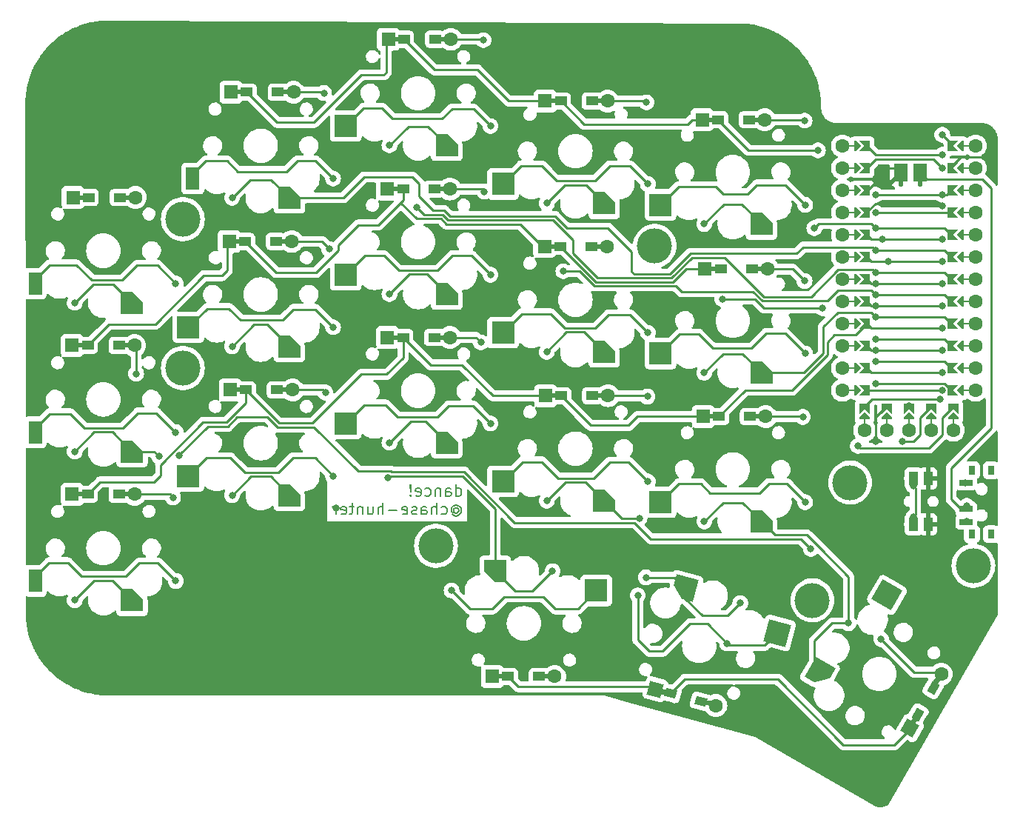
<source format=gbr>
G04 #@! TF.GenerationSoftware,KiCad,Pcbnew,7.0.8*
G04 #@! TF.CreationDate,2023-11-06T21:04:00-05:00*
G04 #@! TF.ProjectId,dance,64616e63-652e-46b6-9963-61645f706362,1.0*
G04 #@! TF.SameCoordinates,Original*
G04 #@! TF.FileFunction,Copper,L2,Bot*
G04 #@! TF.FilePolarity,Positive*
%FSLAX46Y46*%
G04 Gerber Fmt 4.6, Leading zero omitted, Abs format (unit mm)*
G04 Created by KiCad (PCBNEW 7.0.8) date 2023-11-06 21:04:00*
%MOMM*%
%LPD*%
G01*
G04 APERTURE LIST*
G04 Aperture macros list*
%AMRotRect*
0 Rectangle, with rotation*
0 The origin of the aperture is its center*
0 $1 length*
0 $2 width*
0 $3 Rotation angle, in degrees counterclockwise*
0 Add horizontal line*
21,1,$1,$2,0,0,$3*%
%AMOutline5P*
0 Free polygon, 5 corners , with rotation*
0 The origin of the aperture is its center*
0 number of corners: always 5*
0 $1 to $10 corner X, Y*
0 $11 Rotation angle, in degrees counterclockwise*
0 create outline with 5 corners*
4,1,5,$1,$2,$3,$4,$5,$6,$7,$8,$9,$10,$1,$2,$11*%
%AMOutline6P*
0 Free polygon, 6 corners , with rotation*
0 The origin of the aperture is its center*
0 number of corners: always 6*
0 $1 to $12 corner X, Y*
0 $13 Rotation angle, in degrees counterclockwise*
0 create outline with 6 corners*
4,1,6,$1,$2,$3,$4,$5,$6,$7,$8,$9,$10,$11,$12,$1,$2,$13*%
%AMOutline7P*
0 Free polygon, 7 corners , with rotation*
0 The origin of the aperture is its center*
0 number of corners: always 7*
0 $1 to $14 corner X, Y*
0 $15 Rotation angle, in degrees counterclockwise*
0 create outline with 7 corners*
4,1,7,$1,$2,$3,$4,$5,$6,$7,$8,$9,$10,$11,$12,$13,$14,$1,$2,$15*%
%AMOutline8P*
0 Free polygon, 8 corners , with rotation*
0 The origin of the aperture is its center*
0 number of corners: always 8*
0 $1 to $16 corner X, Y*
0 $17 Rotation angle, in degrees counterclockwise*
0 create outline with 8 corners*
4,1,8,$1,$2,$3,$4,$5,$6,$7,$8,$9,$10,$11,$12,$13,$14,$15,$16,$1,$2,$17*%
%AMFreePoly0*
4,1,13,0.650000,-0.475000,-0.650000,-0.475000,-0.650000,-0.227000,-1.093200,-0.227000,-1.128555,-0.212355,-1.143200,-0.177000,-1.143200,0.178600,-1.128555,0.213955,-1.093200,0.228600,-0.650000,0.228600,-0.650000,0.475000,0.650000,0.475000,0.650000,-0.475000,0.650000,-0.475000,$1*%
%AMFreePoly1*
4,1,13,0.650000,0.226600,1.093200,0.226600,1.128555,0.211955,1.143200,0.176600,1.143200,-0.179000,1.128555,-0.214355,1.093200,-0.229000,0.650000,-0.229000,0.650000,-0.475000,-0.650000,-0.475000,-0.650000,0.475000,0.650000,0.475000,0.650000,0.226600,0.650000,0.226600,$1*%
%AMFreePoly2*
4,1,5,0.125000,-0.500000,-0.125000,-0.500000,-0.125000,0.500000,0.125000,0.500000,0.125000,-0.500000,0.125000,-0.500000,$1*%
%AMFreePoly3*
4,1,6,0.600000,0.200000,0.000000,-0.400000,-0.600000,0.200000,-0.600000,0.400000,0.600000,0.400000,0.600000,0.200000,0.600000,0.200000,$1*%
%AMFreePoly4*
4,1,6,0.600000,-0.250000,-0.600000,-0.250000,-0.600000,1.000000,0.000000,0.400000,0.600000,1.000000,0.600000,-0.250000,0.600000,-0.250000,$1*%
%AMFreePoly5*
4,1,13,0.211911,1.370355,0.226556,1.335000,0.226556,1.050000,0.750000,1.050000,0.750000,-1.050000,-0.750000,-1.050000,-0.750000,1.050000,-0.229044,1.050000,-0.229044,1.335000,-0.214399,1.370355,-0.179044,1.385000,0.176556,1.385000,0.211911,1.370355,0.211911,1.370355,$1*%
%AMFreePoly6*
4,1,13,0.211955,1.370355,0.226600,1.335000,0.226600,1.050000,0.750000,1.050000,0.750000,-1.050000,-0.750000,-1.050000,-0.750000,1.050000,-0.229000,1.050000,-0.229000,1.335000,-0.214355,1.370355,-0.179000,1.385000,0.176600,1.385000,0.211955,1.370355,0.211955,1.370355,$1*%
G04 Aperture macros list end*
%ADD10C,0.200000*%
G04 #@! TA.AperFunction,NonConductor*
%ADD11C,0.200000*%
G04 #@! TD*
G04 #@! TA.AperFunction,ComponentPad*
%ADD12R,1.600000X1.600000*%
G04 #@! TD*
G04 #@! TA.AperFunction,SMDPad,CuDef*
%ADD13FreePoly0,0.000000*%
G04 #@! TD*
G04 #@! TA.AperFunction,SMDPad,CuDef*
%ADD14FreePoly1,0.000000*%
G04 #@! TD*
G04 #@! TA.AperFunction,ComponentPad*
%ADD15C,1.600000*%
G04 #@! TD*
G04 #@! TA.AperFunction,ComponentPad*
%ADD16RotRect,1.600000X1.600000X165.000000*%
G04 #@! TD*
G04 #@! TA.AperFunction,SMDPad,CuDef*
%ADD17FreePoly0,345.000000*%
G04 #@! TD*
G04 #@! TA.AperFunction,SMDPad,CuDef*
%ADD18FreePoly1,345.000000*%
G04 #@! TD*
G04 #@! TA.AperFunction,ComponentPad*
%ADD19RotRect,1.600000X1.600000X240.000000*%
G04 #@! TD*
G04 #@! TA.AperFunction,SMDPad,CuDef*
%ADD20FreePoly0,60.000000*%
G04 #@! TD*
G04 #@! TA.AperFunction,SMDPad,CuDef*
%ADD21FreePoly1,60.000000*%
G04 #@! TD*
G04 #@! TA.AperFunction,SMDPad,CuDef*
%ADD22Outline5P,-1.300000X1.300000X0.000000X1.300000X1.300000X0.000000X1.300000X-1.300000X-1.300000X-1.300000X0.000000*%
G04 #@! TD*
G04 #@! TA.AperFunction,SMDPad,CuDef*
%ADD23R,1.600000X2.600000*%
G04 #@! TD*
G04 #@! TA.AperFunction,SMDPad,CuDef*
%ADD24R,2.600000X2.600000*%
G04 #@! TD*
G04 #@! TA.AperFunction,SMDPad,CuDef*
%ADD25Outline5P,-1.300000X1.300000X0.000000X1.300000X1.300000X0.000000X1.300000X-1.300000X-1.300000X-1.300000X180.000000*%
G04 #@! TD*
G04 #@! TA.AperFunction,SMDPad,CuDef*
%ADD26Outline5P,-1.300000X1.300000X0.000000X1.300000X1.300000X0.000000X1.300000X-1.300000X-1.300000X-1.300000X165.000000*%
G04 #@! TD*
G04 #@! TA.AperFunction,SMDPad,CuDef*
%ADD27RotRect,2.600000X2.600000X165.000000*%
G04 #@! TD*
G04 #@! TA.AperFunction,SMDPad,CuDef*
%ADD28Outline5P,-1.300000X1.300000X0.000000X1.300000X1.300000X0.000000X1.300000X-1.300000X-1.300000X-1.300000X240.000000*%
G04 #@! TD*
G04 #@! TA.AperFunction,SMDPad,CuDef*
%ADD29RotRect,2.600000X2.600000X240.000000*%
G04 #@! TD*
G04 #@! TA.AperFunction,ComponentPad*
%ADD30C,4.000000*%
G04 #@! TD*
G04 #@! TA.AperFunction,SMDPad,CuDef*
%ADD31R,0.800000X1.000000*%
G04 #@! TD*
G04 #@! TA.AperFunction,SMDPad,CuDef*
%ADD32R,1.500000X0.700000*%
G04 #@! TD*
G04 #@! TA.AperFunction,SMDPad,CuDef*
%ADD33FreePoly2,90.000000*%
G04 #@! TD*
G04 #@! TA.AperFunction,SMDPad,CuDef*
%ADD34FreePoly3,90.000000*%
G04 #@! TD*
G04 #@! TA.AperFunction,SMDPad,CuDef*
%ADD35FreePoly3,270.000000*%
G04 #@! TD*
G04 #@! TA.AperFunction,SMDPad,CuDef*
%ADD36FreePoly2,270.000000*%
G04 #@! TD*
G04 #@! TA.AperFunction,SMDPad,CuDef*
%ADD37FreePoly4,90.000000*%
G04 #@! TD*
G04 #@! TA.AperFunction,SMDPad,CuDef*
%ADD38FreePoly4,270.000000*%
G04 #@! TD*
G04 #@! TA.AperFunction,SMDPad,CuDef*
%ADD39R,1.000000X1.550000*%
G04 #@! TD*
G04 #@! TA.AperFunction,SMDPad,CuDef*
%ADD40FreePoly3,180.000000*%
G04 #@! TD*
G04 #@! TA.AperFunction,SMDPad,CuDef*
%ADD41FreePoly2,180.000000*%
G04 #@! TD*
G04 #@! TA.AperFunction,SMDPad,CuDef*
%ADD42FreePoly4,180.000000*%
G04 #@! TD*
G04 #@! TA.AperFunction,ComponentPad*
%ADD43C,0.550000*%
G04 #@! TD*
G04 #@! TA.AperFunction,SMDPad,CuDef*
%ADD44FreePoly5,180.000000*%
G04 #@! TD*
G04 #@! TA.AperFunction,SMDPad,CuDef*
%ADD45FreePoly6,180.000000*%
G04 #@! TD*
G04 #@! TA.AperFunction,ViaPad*
%ADD46C,0.800000*%
G04 #@! TD*
G04 #@! TA.AperFunction,Conductor*
%ADD47C,0.250000*%
G04 #@! TD*
G04 APERTURE END LIST*
D10*
D11*
X126251755Y-98434504D02*
X126251755Y-97134504D01*
X126251755Y-98372600D02*
X126375564Y-98434504D01*
X126375564Y-98434504D02*
X126623183Y-98434504D01*
X126623183Y-98434504D02*
X126746993Y-98372600D01*
X126746993Y-98372600D02*
X126808898Y-98310695D01*
X126808898Y-98310695D02*
X126870802Y-98186885D01*
X126870802Y-98186885D02*
X126870802Y-97815457D01*
X126870802Y-97815457D02*
X126808898Y-97691647D01*
X126808898Y-97691647D02*
X126746993Y-97629742D01*
X126746993Y-97629742D02*
X126623183Y-97567838D01*
X126623183Y-97567838D02*
X126375564Y-97567838D01*
X126375564Y-97567838D02*
X126251755Y-97629742D01*
X125075565Y-98434504D02*
X125075565Y-97753552D01*
X125075565Y-97753552D02*
X125137470Y-97629742D01*
X125137470Y-97629742D02*
X125261279Y-97567838D01*
X125261279Y-97567838D02*
X125508898Y-97567838D01*
X125508898Y-97567838D02*
X125632708Y-97629742D01*
X125075565Y-98372600D02*
X125199374Y-98434504D01*
X125199374Y-98434504D02*
X125508898Y-98434504D01*
X125508898Y-98434504D02*
X125632708Y-98372600D01*
X125632708Y-98372600D02*
X125694612Y-98248790D01*
X125694612Y-98248790D02*
X125694612Y-98124980D01*
X125694612Y-98124980D02*
X125632708Y-98001171D01*
X125632708Y-98001171D02*
X125508898Y-97939266D01*
X125508898Y-97939266D02*
X125199374Y-97939266D01*
X125199374Y-97939266D02*
X125075565Y-97877361D01*
X124456518Y-97567838D02*
X124456518Y-98434504D01*
X124456518Y-97691647D02*
X124394613Y-97629742D01*
X124394613Y-97629742D02*
X124270803Y-97567838D01*
X124270803Y-97567838D02*
X124085089Y-97567838D01*
X124085089Y-97567838D02*
X123961280Y-97629742D01*
X123961280Y-97629742D02*
X123899375Y-97753552D01*
X123899375Y-97753552D02*
X123899375Y-98434504D01*
X122723185Y-98372600D02*
X122846994Y-98434504D01*
X122846994Y-98434504D02*
X123094613Y-98434504D01*
X123094613Y-98434504D02*
X123218423Y-98372600D01*
X123218423Y-98372600D02*
X123280328Y-98310695D01*
X123280328Y-98310695D02*
X123342232Y-98186885D01*
X123342232Y-98186885D02*
X123342232Y-97815457D01*
X123342232Y-97815457D02*
X123280328Y-97691647D01*
X123280328Y-97691647D02*
X123218423Y-97629742D01*
X123218423Y-97629742D02*
X123094613Y-97567838D01*
X123094613Y-97567838D02*
X122846994Y-97567838D01*
X122846994Y-97567838D02*
X122723185Y-97629742D01*
X121670804Y-98372600D02*
X121794613Y-98434504D01*
X121794613Y-98434504D02*
X122042232Y-98434504D01*
X122042232Y-98434504D02*
X122166042Y-98372600D01*
X122166042Y-98372600D02*
X122227946Y-98248790D01*
X122227946Y-98248790D02*
X122227946Y-97753552D01*
X122227946Y-97753552D02*
X122166042Y-97629742D01*
X122166042Y-97629742D02*
X122042232Y-97567838D01*
X122042232Y-97567838D02*
X121794613Y-97567838D01*
X121794613Y-97567838D02*
X121670804Y-97629742D01*
X121670804Y-97629742D02*
X121608899Y-97753552D01*
X121608899Y-97753552D02*
X121608899Y-97877361D01*
X121608899Y-97877361D02*
X122227946Y-98001171D01*
X121051756Y-98310695D02*
X120989851Y-98372600D01*
X120989851Y-98372600D02*
X121051756Y-98434504D01*
X121051756Y-98434504D02*
X121113660Y-98372600D01*
X121113660Y-98372600D02*
X121051756Y-98310695D01*
X121051756Y-98310695D02*
X121051756Y-98434504D01*
X121051756Y-97939266D02*
X121113660Y-97196409D01*
X121113660Y-97196409D02*
X121051756Y-97134504D01*
X121051756Y-97134504D02*
X120989851Y-97196409D01*
X120989851Y-97196409D02*
X121051756Y-97939266D01*
X121051756Y-97939266D02*
X121051756Y-97134504D01*
X126004136Y-99908457D02*
X126066041Y-99846552D01*
X126066041Y-99846552D02*
X126189850Y-99784647D01*
X126189850Y-99784647D02*
X126313660Y-99784647D01*
X126313660Y-99784647D02*
X126437469Y-99846552D01*
X126437469Y-99846552D02*
X126499374Y-99908457D01*
X126499374Y-99908457D02*
X126561279Y-100032266D01*
X126561279Y-100032266D02*
X126561279Y-100156076D01*
X126561279Y-100156076D02*
X126499374Y-100279885D01*
X126499374Y-100279885D02*
X126437469Y-100341790D01*
X126437469Y-100341790D02*
X126313660Y-100403695D01*
X126313660Y-100403695D02*
X126189850Y-100403695D01*
X126189850Y-100403695D02*
X126066041Y-100341790D01*
X126066041Y-100341790D02*
X126004136Y-100279885D01*
X126004136Y-99784647D02*
X126004136Y-100279885D01*
X126004136Y-100279885D02*
X125942231Y-100341790D01*
X125942231Y-100341790D02*
X125880326Y-100341790D01*
X125880326Y-100341790D02*
X125756517Y-100279885D01*
X125756517Y-100279885D02*
X125694612Y-100156076D01*
X125694612Y-100156076D02*
X125694612Y-99846552D01*
X125694612Y-99846552D02*
X125818422Y-99660838D01*
X125818422Y-99660838D02*
X126004136Y-99537028D01*
X126004136Y-99537028D02*
X126251755Y-99475123D01*
X126251755Y-99475123D02*
X126499374Y-99537028D01*
X126499374Y-99537028D02*
X126685088Y-99660838D01*
X126685088Y-99660838D02*
X126808898Y-99846552D01*
X126808898Y-99846552D02*
X126870802Y-100094171D01*
X126870802Y-100094171D02*
X126808898Y-100341790D01*
X126808898Y-100341790D02*
X126685088Y-100527504D01*
X126685088Y-100527504D02*
X126499374Y-100651314D01*
X126499374Y-100651314D02*
X126251755Y-100713219D01*
X126251755Y-100713219D02*
X126004136Y-100651314D01*
X126004136Y-100651314D02*
X125818422Y-100527504D01*
X124580326Y-100465600D02*
X124704135Y-100527504D01*
X124704135Y-100527504D02*
X124951754Y-100527504D01*
X124951754Y-100527504D02*
X125075564Y-100465600D01*
X125075564Y-100465600D02*
X125137469Y-100403695D01*
X125137469Y-100403695D02*
X125199373Y-100279885D01*
X125199373Y-100279885D02*
X125199373Y-99908457D01*
X125199373Y-99908457D02*
X125137469Y-99784647D01*
X125137469Y-99784647D02*
X125075564Y-99722742D01*
X125075564Y-99722742D02*
X124951754Y-99660838D01*
X124951754Y-99660838D02*
X124704135Y-99660838D01*
X124704135Y-99660838D02*
X124580326Y-99722742D01*
X124023183Y-100527504D02*
X124023183Y-99227504D01*
X123466040Y-100527504D02*
X123466040Y-99846552D01*
X123466040Y-99846552D02*
X123527945Y-99722742D01*
X123527945Y-99722742D02*
X123651754Y-99660838D01*
X123651754Y-99660838D02*
X123837468Y-99660838D01*
X123837468Y-99660838D02*
X123961278Y-99722742D01*
X123961278Y-99722742D02*
X124023183Y-99784647D01*
X122289850Y-100527504D02*
X122289850Y-99846552D01*
X122289850Y-99846552D02*
X122351755Y-99722742D01*
X122351755Y-99722742D02*
X122475564Y-99660838D01*
X122475564Y-99660838D02*
X122723183Y-99660838D01*
X122723183Y-99660838D02*
X122846993Y-99722742D01*
X122289850Y-100465600D02*
X122413659Y-100527504D01*
X122413659Y-100527504D02*
X122723183Y-100527504D01*
X122723183Y-100527504D02*
X122846993Y-100465600D01*
X122846993Y-100465600D02*
X122908897Y-100341790D01*
X122908897Y-100341790D02*
X122908897Y-100217980D01*
X122908897Y-100217980D02*
X122846993Y-100094171D01*
X122846993Y-100094171D02*
X122723183Y-100032266D01*
X122723183Y-100032266D02*
X122413659Y-100032266D01*
X122413659Y-100032266D02*
X122289850Y-99970361D01*
X121732707Y-100465600D02*
X121608898Y-100527504D01*
X121608898Y-100527504D02*
X121361279Y-100527504D01*
X121361279Y-100527504D02*
X121237469Y-100465600D01*
X121237469Y-100465600D02*
X121175565Y-100341790D01*
X121175565Y-100341790D02*
X121175565Y-100279885D01*
X121175565Y-100279885D02*
X121237469Y-100156076D01*
X121237469Y-100156076D02*
X121361279Y-100094171D01*
X121361279Y-100094171D02*
X121546993Y-100094171D01*
X121546993Y-100094171D02*
X121670803Y-100032266D01*
X121670803Y-100032266D02*
X121732707Y-99908457D01*
X121732707Y-99908457D02*
X121732707Y-99846552D01*
X121732707Y-99846552D02*
X121670803Y-99722742D01*
X121670803Y-99722742D02*
X121546993Y-99660838D01*
X121546993Y-99660838D02*
X121361279Y-99660838D01*
X121361279Y-99660838D02*
X121237469Y-99722742D01*
X120123184Y-100465600D02*
X120246993Y-100527504D01*
X120246993Y-100527504D02*
X120494612Y-100527504D01*
X120494612Y-100527504D02*
X120618422Y-100465600D01*
X120618422Y-100465600D02*
X120680326Y-100341790D01*
X120680326Y-100341790D02*
X120680326Y-99846552D01*
X120680326Y-99846552D02*
X120618422Y-99722742D01*
X120618422Y-99722742D02*
X120494612Y-99660838D01*
X120494612Y-99660838D02*
X120246993Y-99660838D01*
X120246993Y-99660838D02*
X120123184Y-99722742D01*
X120123184Y-99722742D02*
X120061279Y-99846552D01*
X120061279Y-99846552D02*
X120061279Y-99970361D01*
X120061279Y-99970361D02*
X120680326Y-100094171D01*
X119504136Y-100032266D02*
X118513660Y-100032266D01*
X117894612Y-100527504D02*
X117894612Y-99227504D01*
X117337469Y-100527504D02*
X117337469Y-99846552D01*
X117337469Y-99846552D02*
X117399374Y-99722742D01*
X117399374Y-99722742D02*
X117523183Y-99660838D01*
X117523183Y-99660838D02*
X117708897Y-99660838D01*
X117708897Y-99660838D02*
X117832707Y-99722742D01*
X117832707Y-99722742D02*
X117894612Y-99784647D01*
X116161279Y-99660838D02*
X116161279Y-100527504D01*
X116718422Y-99660838D02*
X116718422Y-100341790D01*
X116718422Y-100341790D02*
X116656517Y-100465600D01*
X116656517Y-100465600D02*
X116532707Y-100527504D01*
X116532707Y-100527504D02*
X116346993Y-100527504D01*
X116346993Y-100527504D02*
X116223184Y-100465600D01*
X116223184Y-100465600D02*
X116161279Y-100403695D01*
X115542232Y-99660838D02*
X115542232Y-100527504D01*
X115542232Y-99784647D02*
X115480327Y-99722742D01*
X115480327Y-99722742D02*
X115356517Y-99660838D01*
X115356517Y-99660838D02*
X115170803Y-99660838D01*
X115170803Y-99660838D02*
X115046994Y-99722742D01*
X115046994Y-99722742D02*
X114985089Y-99846552D01*
X114985089Y-99846552D02*
X114985089Y-100527504D01*
X114551756Y-99660838D02*
X114056518Y-99660838D01*
X114366042Y-99227504D02*
X114366042Y-100341790D01*
X114366042Y-100341790D02*
X114304137Y-100465600D01*
X114304137Y-100465600D02*
X114180327Y-100527504D01*
X114180327Y-100527504D02*
X114056518Y-100527504D01*
X113127947Y-100465600D02*
X113251756Y-100527504D01*
X113251756Y-100527504D02*
X113499375Y-100527504D01*
X113499375Y-100527504D02*
X113623185Y-100465600D01*
X113623185Y-100465600D02*
X113685089Y-100341790D01*
X113685089Y-100341790D02*
X113685089Y-99846552D01*
X113685089Y-99846552D02*
X113623185Y-99722742D01*
X113623185Y-99722742D02*
X113499375Y-99660838D01*
X113499375Y-99660838D02*
X113251756Y-99660838D01*
X113251756Y-99660838D02*
X113127947Y-99722742D01*
X113127947Y-99722742D02*
X113066042Y-99846552D01*
X113066042Y-99846552D02*
X113066042Y-99970361D01*
X113066042Y-99970361D02*
X113685089Y-100094171D01*
X112508899Y-100527504D02*
X112508899Y-99660838D01*
X112508899Y-99908457D02*
X112446994Y-99784647D01*
X112446994Y-99784647D02*
X112385089Y-99722742D01*
X112385089Y-99722742D02*
X112261280Y-99660838D01*
X112261280Y-99660838D02*
X112137470Y-99660838D01*
D12*
X82428400Y-64312800D03*
D13*
X84229400Y-64312800D03*
D14*
X87779400Y-64312800D03*
D15*
X89580400Y-64312800D03*
D12*
X100513200Y-52273200D03*
D13*
X102314200Y-52273200D03*
D14*
X105864200Y-52273200D03*
D15*
X107665200Y-52273200D03*
D12*
X118496400Y-46228000D03*
D13*
X120297400Y-46228000D03*
D14*
X123847400Y-46228000D03*
D15*
X125648400Y-46228000D03*
D12*
X136428800Y-53289200D03*
D13*
X138229800Y-53289200D03*
D14*
X141779800Y-53289200D03*
D15*
X143580800Y-53289200D03*
D12*
X154412000Y-55422800D03*
D13*
X156213000Y-55422800D03*
D14*
X159763000Y-55422800D03*
D15*
X161564000Y-55422800D03*
D12*
X82326800Y-81229200D03*
D13*
X84127800Y-81229200D03*
D14*
X87677800Y-81229200D03*
D15*
X89478800Y-81229200D03*
D12*
X100310000Y-69342000D03*
D13*
X102111000Y-69342000D03*
D14*
X105661000Y-69342000D03*
D15*
X107462000Y-69342000D03*
D12*
X118394800Y-63347600D03*
D13*
X120195800Y-63347600D03*
D14*
X123745800Y-63347600D03*
D15*
X125546800Y-63347600D03*
D12*
X136378000Y-69900800D03*
D13*
X138179000Y-69900800D03*
D14*
X141729000Y-69900800D03*
D15*
X143530000Y-69900800D03*
D12*
X154716800Y-72491600D03*
D13*
X156517800Y-72491600D03*
D14*
X160067800Y-72491600D03*
D15*
X161868800Y-72491600D03*
D12*
X82326800Y-98247200D03*
D13*
X84127800Y-98247200D03*
D14*
X87677800Y-98247200D03*
D15*
X89478800Y-98247200D03*
D12*
X100411600Y-86309200D03*
D13*
X102212600Y-86309200D03*
D14*
X105762600Y-86309200D03*
D15*
X107563600Y-86309200D03*
D12*
X118394800Y-80314800D03*
D13*
X120195800Y-80314800D03*
D14*
X123745800Y-80314800D03*
D15*
X125546800Y-80314800D03*
D12*
X136479600Y-86969600D03*
D13*
X138280600Y-86969600D03*
D14*
X141830600Y-86969600D03*
D15*
X143631600Y-86969600D03*
D12*
X154513600Y-89357200D03*
D13*
X156314600Y-89357200D03*
D14*
X159864600Y-89357200D03*
D15*
X161665600Y-89357200D03*
D12*
X130383600Y-119075200D03*
D13*
X132184600Y-119075200D03*
D14*
X135734600Y-119075200D03*
D15*
X137535600Y-119075200D03*
D16*
X149060131Y-120535059D03*
D17*
X150799764Y-121001192D03*
D18*
X154228800Y-121920000D03*
D15*
X155968433Y-122386133D03*
D19*
X178170166Y-124992342D03*
D20*
X179070666Y-123432630D03*
D21*
X180845666Y-120358240D03*
D15*
X181746166Y-118798528D03*
D22*
X89185000Y-76350000D03*
D23*
X78135000Y-74150000D03*
D22*
X107185000Y-64350000D03*
D23*
X96135000Y-62150000D03*
D22*
X125185000Y-58350000D03*
D24*
X113635000Y-56150000D03*
D22*
X143185000Y-64970000D03*
D24*
X131635000Y-62770000D03*
D22*
X161185000Y-67350000D03*
D24*
X149635000Y-65150000D03*
D22*
X89185000Y-93350000D03*
D23*
X78135000Y-91150000D03*
D22*
X107185000Y-81350000D03*
D24*
X95635000Y-79150000D03*
D22*
X125185000Y-75350000D03*
D24*
X113635000Y-73150000D03*
D22*
X143185000Y-81970000D03*
D24*
X131635000Y-79770000D03*
D22*
X161185000Y-84350000D03*
D24*
X149635000Y-82150000D03*
D22*
X89185000Y-110350000D03*
D23*
X78135000Y-108150000D03*
D22*
X107185000Y-98350000D03*
D24*
X95635000Y-96150000D03*
D22*
X125185000Y-92350000D03*
D24*
X113635000Y-90150000D03*
D22*
X143185000Y-98975000D03*
D24*
X131635000Y-96775000D03*
D22*
X161185000Y-101350000D03*
D24*
X149635000Y-99150000D03*
D25*
X130735000Y-107040000D03*
D24*
X142285000Y-109240000D03*
D26*
X152436566Y-108985109D03*
D27*
X163023608Y-114099506D03*
D28*
X167869649Y-118651233D03*
D29*
X175549905Y-109748640D03*
D30*
X171323000Y-96901000D03*
X185420000Y-106426000D03*
X95000000Y-66802000D03*
X148971000Y-69850000D03*
X123952000Y-104140000D03*
X167005000Y-110363000D03*
X95000000Y-83820000D03*
D31*
X185252000Y-102804000D03*
X187452000Y-102804000D03*
X185252000Y-95504000D03*
X187452000Y-95504000D03*
D32*
X184602000Y-101404000D03*
X184602000Y-99904000D03*
X184602000Y-96904000D03*
D15*
X170434000Y-58420000D03*
X170434000Y-60960000D03*
X170434000Y-63500000D03*
X170434000Y-66040000D03*
X170434000Y-68580000D03*
X170434000Y-71120000D03*
X170434000Y-73660000D03*
X170434000Y-76200000D03*
X170434000Y-78740000D03*
X170434000Y-81280000D03*
X170434000Y-83820000D03*
X170434000Y-86360000D03*
D33*
X171704000Y-58420000D03*
X171704000Y-60960000D03*
X171704000Y-63500000D03*
X171704000Y-66040000D03*
X171704000Y-68580000D03*
X171704000Y-71120000D03*
X171704000Y-73660000D03*
X171704000Y-76200000D03*
X171704000Y-78740000D03*
X171704000Y-81280000D03*
X171704000Y-83820000D03*
X171704000Y-86360000D03*
D34*
X172212000Y-58420000D03*
X172212000Y-60960000D03*
X172212000Y-63500000D03*
X172212000Y-66040000D03*
X172212000Y-68580000D03*
X172212000Y-71120000D03*
X172212000Y-73660000D03*
X172212000Y-76200000D03*
X172212000Y-78740000D03*
X172212000Y-81280000D03*
X172212000Y-83820000D03*
X172212000Y-86360000D03*
D35*
X183896000Y-58420000D03*
X183896000Y-60960000D03*
X183896000Y-63500000D03*
X183896000Y-66040000D03*
X183896000Y-68580000D03*
X183896000Y-71120000D03*
X183896000Y-73660000D03*
X183896000Y-76200000D03*
X183896000Y-78740000D03*
X183896000Y-81280000D03*
X183896000Y-83820000D03*
X183896000Y-86360000D03*
D36*
X184404000Y-58420000D03*
X184404000Y-60960000D03*
X184404000Y-63500000D03*
X184404000Y-66040000D03*
X184404000Y-68580000D03*
X184404000Y-71120000D03*
X184404000Y-73660000D03*
X184404000Y-76200000D03*
X184404000Y-78740000D03*
X184404000Y-81280000D03*
X184404000Y-83820000D03*
X184404000Y-86360000D03*
D15*
X185674000Y-58420000D03*
X185674000Y-60960000D03*
X185674000Y-63500000D03*
X185674000Y-66040000D03*
X185674000Y-68580000D03*
X185674000Y-71120000D03*
X185674000Y-73660000D03*
X185674000Y-76200000D03*
X185674000Y-78740000D03*
X185674000Y-81280000D03*
X185674000Y-83820000D03*
X185674000Y-86360000D03*
D37*
X173355000Y-58420000D03*
X173355000Y-60960000D03*
X173355000Y-63500000D03*
X173355000Y-66040000D03*
X173355000Y-68580000D03*
X173355000Y-71120000D03*
X173355000Y-73660000D03*
X173355000Y-76200000D03*
X173355000Y-78740000D03*
X173355000Y-81280000D03*
X173355000Y-83820000D03*
X173355000Y-86360000D03*
D38*
X182753000Y-86360000D03*
X182753000Y-83820000D03*
X182753000Y-81280000D03*
X182753000Y-78740000D03*
X182753000Y-76200000D03*
X182753000Y-73660000D03*
X182753000Y-71120000D03*
X182753000Y-68580000D03*
X182753000Y-66040000D03*
X182753000Y-63500000D03*
X182753000Y-60960000D03*
X182753000Y-58420000D03*
D39*
X178579000Y-101685000D03*
X178579000Y-96435000D03*
X180279000Y-101685000D03*
X180279000Y-96435000D03*
D40*
X172974000Y-89274000D03*
D41*
X172974000Y-89782000D03*
D15*
X172974000Y-90932000D03*
D40*
X175514000Y-89274000D03*
D41*
X175514000Y-89782000D03*
D15*
X175514000Y-90932000D03*
D40*
X178054000Y-89274000D03*
D41*
X178054000Y-89782000D03*
D15*
X178054000Y-90932000D03*
D40*
X180594000Y-89274000D03*
D41*
X180594000Y-89782000D03*
D15*
X180594000Y-90932000D03*
D40*
X183134000Y-89274000D03*
D41*
X183134000Y-89782000D03*
D15*
X183134000Y-90932000D03*
D42*
X183134000Y-88132000D03*
X180594000Y-88132000D03*
X178054000Y-88132000D03*
X175514000Y-88132000D03*
X172974000Y-88132000D03*
D43*
X179324400Y-62809600D03*
D44*
X179324000Y-61468000D03*
D43*
X177124000Y-62809600D03*
D45*
X177124000Y-61468000D03*
D46*
X167640000Y-58928000D03*
X174244000Y-74168000D03*
X181864000Y-74168000D03*
X156718000Y-75946000D03*
X174244000Y-76708000D03*
X181864000Y-76708000D03*
X168148000Y-76962000D03*
X181864000Y-79248000D03*
X174244000Y-81788000D03*
X181864000Y-81788000D03*
X186690000Y-59690000D03*
X133604000Y-99568000D03*
X161036000Y-78486000D03*
X175006000Y-65024000D03*
X166116000Y-71882000D03*
X92202000Y-110998000D03*
X149352000Y-101854000D03*
X112522000Y-99822000D03*
X174244000Y-92202000D03*
X175514000Y-58420000D03*
X106934000Y-92456000D03*
X165100000Y-78486000D03*
X77724000Y-62738000D03*
X118110000Y-68834000D03*
X147828000Y-51562000D03*
X131572000Y-65024000D03*
X181864000Y-65278000D03*
X125222000Y-86106000D03*
X174244000Y-66040000D03*
X178054000Y-88100500D03*
X94589600Y-93776800D03*
X167233600Y-67818000D03*
X166830000Y-104495600D03*
X82635000Y-110350000D03*
X174244000Y-67818000D03*
X92252800Y-93878400D03*
X82635000Y-93350000D03*
X82635000Y-76350000D03*
X100635000Y-64350000D03*
X174244000Y-70358000D03*
X100635000Y-81350000D03*
X100635000Y-98350000D03*
X137285000Y-107040000D03*
X118635000Y-58350000D03*
X174244000Y-72898000D03*
X118635000Y-92350000D03*
X118635000Y-75350000D03*
X118480000Y-96334500D03*
X121767600Y-65430400D03*
X174244000Y-75438000D03*
X158763380Y-110680374D03*
X136635000Y-98975000D03*
X136635000Y-64970000D03*
X147980400Y-107746800D03*
X136635000Y-81970000D03*
X147218400Y-100990400D03*
X138531600Y-72745600D03*
X171144649Y-112978767D03*
X154635000Y-101350000D03*
X154635000Y-67350000D03*
X154635000Y-84350000D03*
X174244000Y-77978000D03*
X184658000Y-99568000D03*
X94185000Y-74150000D03*
X181864000Y-64008000D03*
X178562000Y-100838000D03*
X174244000Y-64008000D03*
X178562000Y-97282000D03*
X112185000Y-62150000D03*
X111150400Y-52374800D03*
X129387600Y-46329600D03*
X130185000Y-56150000D03*
X148031200Y-53441600D03*
X148185000Y-62770000D03*
X166116000Y-55524400D03*
X166185000Y-65150000D03*
X94185000Y-91150000D03*
X89662000Y-84455000D03*
X112185000Y-79150000D03*
X111760000Y-70205600D03*
X130185000Y-73150000D03*
X129489200Y-63652400D03*
X148185000Y-79770000D03*
X166185000Y-82150000D03*
X166116000Y-73863200D03*
X94185000Y-108150000D03*
X93878400Y-98602800D03*
X112185000Y-96150000D03*
X111302800Y-86614000D03*
X130185000Y-90150000D03*
X129082800Y-80873600D03*
X148185000Y-96775000D03*
X148132800Y-87071200D03*
X166185000Y-99150000D03*
X165912800Y-89408000D03*
X125735000Y-109240000D03*
X147037535Y-109816051D03*
X157251400Y-115290600D03*
X174866300Y-114795300D03*
X175549905Y-109748640D03*
X181864000Y-69088000D03*
X172212000Y-92710000D03*
X175006000Y-69088000D03*
X177292000Y-92202000D03*
X175730500Y-71628000D03*
X181864000Y-71628000D03*
X184658000Y-101346000D03*
X181864000Y-57150000D03*
X184531000Y-96901000D03*
X181610000Y-87376000D03*
X181864000Y-59436000D03*
X181864000Y-84328000D03*
X181863025Y-86367624D03*
X174244000Y-85598000D03*
X174244000Y-83058000D03*
X174244000Y-80518000D03*
X181864000Y-60960000D03*
D47*
X102314200Y-52273200D02*
X100279200Y-52273200D01*
X123802600Y-49733200D02*
X120297400Y-46228000D01*
X110007400Y-55727600D02*
X105768600Y-55727600D01*
X105768600Y-55727600D02*
X102314200Y-52273200D01*
X140871400Y-55930800D02*
X138229800Y-53289200D01*
X128727200Y-49733200D02*
X123802600Y-49733200D01*
X156213000Y-55422800D02*
X153229500Y-55422800D01*
X120297400Y-46228000D02*
X118262400Y-46228000D01*
X138229800Y-53289200D02*
X132283200Y-53289200D01*
X159718200Y-58928000D02*
X156213000Y-55422800D01*
X84229400Y-64312800D02*
X82194400Y-64312800D01*
X118262400Y-50012600D02*
X117983000Y-50292000D01*
X167640000Y-58928000D02*
X159718200Y-58928000D01*
X118262400Y-46228000D02*
X118262400Y-50012600D01*
X153229500Y-55422800D02*
X152721500Y-55930800D01*
X174244000Y-74168000D02*
X173736000Y-74168000D01*
X115443000Y-50292000D02*
X110007400Y-55727600D01*
X181864000Y-74168000D02*
X174244000Y-74168000D01*
X132283200Y-53289200D02*
X128727200Y-49733200D01*
X152721500Y-55930800D02*
X140871400Y-55930800D01*
X173736000Y-74168000D02*
X173228000Y-73660000D01*
X117983000Y-50292000D02*
X115443000Y-50292000D01*
X138179000Y-69900800D02*
X136144000Y-69900800D01*
X115062000Y-67462400D02*
X112776000Y-69748400D01*
X174244000Y-76708000D02*
X173736000Y-76708000D01*
X120195800Y-63347600D02*
X120195800Y-64614600D01*
X181864000Y-76708000D02*
X174244000Y-76708000D01*
X86566200Y-78790800D02*
X91846400Y-78790800D01*
X100076000Y-72644000D02*
X100076000Y-69342000D01*
X156718000Y-75946000D02*
X160473430Y-75946000D01*
X102111000Y-69342000D02*
X100076000Y-69342000D01*
X121716800Y-66700400D02*
X119913400Y-64897000D01*
X97383600Y-73253600D02*
X99466400Y-73253600D01*
X112776000Y-69748400D02*
X112776000Y-70358000D01*
X154482800Y-72491600D02*
X152552400Y-72491600D01*
X110236000Y-72898000D02*
X105667000Y-72898000D01*
X133596320Y-67353120D02*
X125163520Y-67353120D01*
X84127800Y-81229200D02*
X86566200Y-78790800D01*
X161489430Y-76962000D02*
X168148000Y-76962000D01*
X136144000Y-69900800D02*
X133596320Y-67353120D01*
X119913400Y-64897000D02*
X117348000Y-67462400D01*
X151071520Y-73972480D02*
X142250680Y-73972480D01*
X112776000Y-70358000D02*
X110236000Y-72898000D01*
X120195800Y-64614600D02*
X119913400Y-64897000D01*
X105667000Y-72898000D02*
X102111000Y-69342000D01*
X99466400Y-73253600D02*
X100076000Y-72644000D01*
X91846400Y-78790800D02*
X97383600Y-73253600D01*
X156517800Y-72491600D02*
X154482800Y-72491600D01*
X125163520Y-67353120D02*
X124510800Y-66700400D01*
X142250680Y-73972480D02*
X138179000Y-69900800D01*
X160473430Y-75946000D02*
X161489430Y-76962000D01*
X120195800Y-63347600D02*
X118160800Y-63347600D01*
X124510800Y-66700400D02*
X121716800Y-66700400D01*
X152552400Y-72491600D02*
X151071520Y-73972480D01*
X84127800Y-81229200D02*
X82092800Y-81229200D01*
X117348000Y-67462400D02*
X115062000Y-67462400D01*
X173736000Y-76708000D02*
X173228000Y-76200000D01*
X181864000Y-79248000D02*
X174244000Y-79248000D01*
X138280600Y-86969600D02*
X136245600Y-86969600D01*
X130454400Y-86969600D02*
X126949200Y-83464400D01*
X156314600Y-89357200D02*
X159311800Y-86360000D01*
X173736000Y-79248000D02*
X173228000Y-78740000D01*
X168725000Y-80830000D02*
X169545000Y-80010000D01*
X123345400Y-83464400D02*
X120195800Y-80314800D01*
X97307400Y-90017600D02*
X92456000Y-94869000D01*
X174244000Y-79248000D02*
X173736000Y-79248000D01*
X145999200Y-90373200D02*
X141684200Y-90373200D01*
X92456000Y-96062800D02*
X91694000Y-96824800D01*
X109829600Y-90119200D02*
X106022600Y-90119200D01*
X102212600Y-87779400D02*
X99974400Y-90017600D01*
X99974400Y-90017600D02*
X97307400Y-90017600D01*
X102212600Y-86309200D02*
X102212600Y-87779400D01*
X120195800Y-80314800D02*
X118160800Y-80314800D01*
X141684200Y-90373200D02*
X138280600Y-86969600D01*
X85550200Y-96824800D02*
X84127800Y-98247200D01*
X120195800Y-82648600D02*
X118313200Y-84531200D01*
X169545000Y-80010000D02*
X171958000Y-80010000D01*
X84127800Y-98247200D02*
X82092800Y-98247200D01*
X91694000Y-96824800D02*
X85550200Y-96824800D01*
X168725000Y-82304596D02*
X168725000Y-80830000D01*
X115417600Y-84531200D02*
X109829600Y-90119200D01*
X164669596Y-86360000D02*
X168725000Y-82304596D01*
X118313200Y-84531200D02*
X115417600Y-84531200D01*
X156314600Y-89357200D02*
X154279600Y-89357200D01*
X136245600Y-86969600D02*
X130454400Y-86969600D01*
X120195800Y-80314800D02*
X120195800Y-82648600D01*
X92456000Y-94869000D02*
X92456000Y-96062800D01*
X147015200Y-89357200D02*
X145999200Y-90373200D01*
X154279600Y-89357200D02*
X147015200Y-89357200D01*
X102212600Y-86309200D02*
X100177600Y-86309200D01*
X126949200Y-83464400D02*
X123345400Y-83464400D01*
X106022600Y-90119200D02*
X102212600Y-86309200D01*
X159311800Y-86360000D02*
X164669596Y-86360000D01*
X171958000Y-80010000D02*
X173228000Y-78740000D01*
X133353000Y-120243600D02*
X132184600Y-119075200D01*
X178053166Y-124450130D02*
X179070666Y-123432630D01*
X152420956Y-119380000D02*
X163068000Y-119380000D01*
X176403000Y-126873000D02*
X178053166Y-125222834D01*
X150799764Y-121001192D02*
X149360802Y-121001192D01*
X173228000Y-81280000D02*
X173736000Y-81788000D01*
X174244000Y-81788000D02*
X181864000Y-81788000D01*
X170561000Y-126873000D02*
X176403000Y-126873000D01*
X178053166Y-125194992D02*
X178053166Y-124450130D01*
X150799764Y-121001192D02*
X152420956Y-119380000D01*
X149360802Y-121001192D02*
X148834105Y-120474495D01*
X148834105Y-120474495D02*
X148603210Y-120243600D01*
X148603210Y-120243600D02*
X133353000Y-120243600D01*
X132184600Y-119075200D02*
X130149600Y-119075200D01*
X173736000Y-81788000D02*
X174244000Y-81788000D01*
X163068000Y-119380000D02*
X170561000Y-126873000D01*
X178053166Y-125222834D02*
X178053166Y-125194992D01*
X176616000Y-60960000D02*
X175514000Y-60960000D01*
X174244000Y-89402000D02*
X174244000Y-92202000D01*
X184023000Y-59690000D02*
X186690000Y-59690000D01*
X173355000Y-63500000D02*
X174117000Y-62738000D01*
X173355000Y-66040000D02*
X173355000Y-65903695D01*
X173355000Y-65903695D02*
X174234695Y-65024000D01*
X182753000Y-60960000D02*
X184023000Y-59690000D01*
X174117000Y-62738000D02*
X174498000Y-62738000D01*
X175514000Y-88132000D02*
X174244000Y-89402000D01*
X174234695Y-65024000D02*
X175006000Y-65024000D01*
X174244000Y-66040000D02*
X182880000Y-66040000D01*
X167741600Y-67310000D02*
X173736000Y-67310000D01*
X132973000Y-101473000D02*
X127210000Y-95710000D01*
X97873880Y-90467120D02*
X94589600Y-93751400D01*
X118780305Y-95609500D02*
X115065900Y-95609500D01*
X89185000Y-76350000D02*
X87053800Y-74218800D01*
X100160598Y-90467120D02*
X97873880Y-90467120D01*
X146673000Y-101473000D02*
X132973000Y-101473000D01*
X166830000Y-104495600D02*
X165674400Y-103340000D01*
X148540000Y-103340000D02*
X146673000Y-101473000D01*
X84849800Y-91135200D02*
X82635000Y-93350000D01*
X91724400Y-93350000D02*
X89185000Y-93350000D01*
X110025120Y-90568720D02*
X105836402Y-90568720D01*
X94589600Y-93751400D02*
X94589600Y-93776800D01*
X84831800Y-108153200D02*
X82635000Y-110350000D01*
X104675682Y-89408000D02*
X101219718Y-89408000D01*
X87053800Y-74218800D02*
X84766200Y-74218800D01*
X115065900Y-95609500D02*
X110025120Y-90568720D01*
X89185000Y-110350000D02*
X86988200Y-108153200D01*
X86970200Y-91135200D02*
X84849800Y-91135200D01*
X89185000Y-93350000D02*
X86970200Y-91135200D01*
X105836402Y-90568720D02*
X104675682Y-89408000D01*
X92252800Y-93878400D02*
X91724400Y-93350000D01*
X86988200Y-108153200D02*
X84831800Y-108153200D01*
X118880805Y-95710000D02*
X118780305Y-95609500D01*
X173736000Y-67310000D02*
X174244000Y-67818000D01*
X167233600Y-67818000D02*
X167741600Y-67310000D01*
X127210000Y-95710000D02*
X118880805Y-95710000D01*
X84766200Y-74218800D02*
X82635000Y-76350000D01*
X174244000Y-67818000D02*
X182118000Y-67818000D01*
X101219718Y-89408000D02*
X100160598Y-90467120D01*
X165674400Y-103340000D02*
X148540000Y-103340000D01*
X182118000Y-67818000D02*
X182880000Y-68580000D01*
X150699124Y-73073440D02*
X146606440Y-73073440D01*
X125535916Y-66454080D02*
X124883196Y-65801360D01*
X137549398Y-66454080D02*
X125535916Y-66454080D01*
X173881000Y-69995000D02*
X174244000Y-70358000D01*
X107185000Y-81350000D02*
X104676600Y-78841600D01*
X103143400Y-78841600D02*
X100635000Y-81350000D01*
X115722400Y-61976000D02*
X113348400Y-64350000D01*
X165210258Y-70722258D02*
X165937516Y-69995000D01*
X153050306Y-70722258D02*
X150699124Y-73073440D01*
X122021600Y-62738000D02*
X121259600Y-61976000D01*
X113348400Y-64350000D02*
X107185000Y-64350000D01*
X146304000Y-72771000D02*
X146304000Y-70485000D01*
X105042520Y-96207520D02*
X102777480Y-96207520D01*
X165210258Y-70722258D02*
X153050306Y-70722258D01*
X102777480Y-96207520D02*
X100635000Y-98350000D01*
X165937516Y-69995000D02*
X173881000Y-69995000D01*
X121259600Y-61976000D02*
X115722400Y-61976000D01*
X143637000Y-67818000D02*
X138913318Y-67818000D01*
X123611760Y-65801360D02*
X122021600Y-64211200D01*
X182118000Y-70358000D02*
X182880000Y-71120000D01*
X107185000Y-64350000D02*
X105115800Y-62280800D01*
X174244000Y-70358000D02*
X182118000Y-70358000D01*
X146606440Y-73073440D02*
X146304000Y-72771000D01*
X105115800Y-62280800D02*
X102704200Y-62280800D01*
X102704200Y-62280800D02*
X100635000Y-64350000D01*
X138913318Y-67818000D02*
X137549398Y-66454080D01*
X124883196Y-65801360D02*
X123611760Y-65801360D01*
X146304000Y-70485000D02*
X143637000Y-67818000D01*
X104676600Y-78841600D02*
X103143400Y-78841600D01*
X107185000Y-98350000D02*
X105042520Y-96207520D01*
X122021600Y-64211200D02*
X122021600Y-62738000D01*
X120891480Y-73093520D02*
X118635000Y-75350000D01*
X122751000Y-89916000D02*
X121069000Y-89916000D01*
X130735000Y-107040000D02*
X133016600Y-109321600D01*
X118480000Y-96334500D02*
X118654980Y-96159520D01*
X156972000Y-71171778D02*
X161461671Y-75661449D01*
X139649200Y-70735282D02*
X142436878Y-73522960D01*
X121767600Y-65430400D02*
X122588080Y-66250880D01*
X124696998Y-66250880D02*
X125349718Y-66903600D01*
X123019800Y-56184800D02*
X120800200Y-56184800D01*
X127023802Y-96159520D02*
X130735000Y-99870718D01*
X137363200Y-66903600D02*
X139649200Y-69189600D01*
X121069000Y-89916000D02*
X118635000Y-92350000D01*
X142436878Y-73522960D02*
X150885322Y-73522960D01*
X125185000Y-75350000D02*
X122928520Y-73093520D01*
X118654980Y-96159520D02*
X127023802Y-96159520D01*
X125185000Y-92350000D02*
X122751000Y-89916000D01*
X130735000Y-99870718D02*
X130735000Y-107040000D01*
X122588080Y-66250880D02*
X124696998Y-66250880D01*
X173881000Y-72535000D02*
X174244000Y-72898000D01*
X120800200Y-56184800D02*
X118635000Y-58350000D01*
X161461671Y-75661449D02*
X166841560Y-75661449D01*
X125349718Y-66903600D02*
X137363200Y-66903600D01*
X133016600Y-109321600D02*
X135003400Y-109321600D01*
X122928520Y-73093520D02*
X120891480Y-73093520D01*
X182118000Y-72898000D02*
X182880000Y-73660000D01*
X169968009Y-72535000D02*
X173881000Y-72535000D01*
X174244000Y-72898000D02*
X182118000Y-72898000D01*
X153236504Y-71171778D02*
X156972000Y-71171778D01*
X150885322Y-73522960D02*
X153236504Y-71171778D01*
X135003400Y-109321600D02*
X137285000Y-107040000D01*
X166841560Y-75661449D02*
X169968009Y-72535000D01*
X139649200Y-69189600D02*
X139649200Y-70735282D01*
X125185000Y-58350000D02*
X123019800Y-56184800D01*
X152436566Y-110120166D02*
X154432000Y-112115600D01*
X160234126Y-75070300D02*
X161275275Y-76111449D01*
X151198257Y-107746800D02*
X152436566Y-108985109D01*
X173736000Y-74930000D02*
X174244000Y-75438000D01*
X143185000Y-64970000D02*
X141105400Y-62890400D01*
X152032300Y-75070300D02*
X160234126Y-75070300D01*
X138714600Y-62890400D02*
X136635000Y-64970000D01*
X138734400Y-96875600D02*
X136635000Y-98975000D01*
X138899800Y-79705200D02*
X136635000Y-81970000D01*
X151384000Y-74422000D02*
X152032300Y-75070300D01*
X138531600Y-72745600D02*
X140388082Y-72745600D01*
X143185000Y-98975000D02*
X144895600Y-100685600D01*
X168744551Y-76111449D02*
X169926000Y-74930000D01*
X145200400Y-100990400D02*
X147218400Y-100990400D01*
X152436566Y-108985109D02*
X152436566Y-110120166D01*
X141105400Y-62890400D02*
X138714600Y-62890400D01*
X182118000Y-75438000D02*
X182880000Y-76200000D01*
X143185000Y-81970000D02*
X140920200Y-79705200D01*
X140920200Y-79705200D02*
X138899800Y-79705200D01*
X161275275Y-76111449D02*
X168744551Y-76111449D01*
X140388082Y-72745600D02*
X142064482Y-74422000D01*
X174244000Y-75438000D02*
X182118000Y-75438000D01*
X144895600Y-100685600D02*
X145200400Y-100990400D01*
X141085600Y-96875600D02*
X138734400Y-96875600D01*
X143185000Y-98975000D02*
X141085600Y-96875600D01*
X142064482Y-74422000D02*
X151384000Y-74422000D01*
X147980400Y-107746800D02*
X151198257Y-107746800D01*
X157328154Y-112115600D02*
X158763380Y-110680374D01*
X154432000Y-112115600D02*
X157328154Y-112115600D01*
X169926000Y-74930000D02*
X173736000Y-74930000D01*
X168275000Y-79087504D02*
X169892504Y-77470000D01*
X162725000Y-102890000D02*
X161185000Y-101350000D01*
X168275000Y-82118200D02*
X168275000Y-79087504D01*
X173736000Y-77470000D02*
X174244000Y-77978000D01*
X156859400Y-65125600D02*
X154635000Y-67350000D01*
X174244000Y-77978000D02*
X182118000Y-77978000D01*
X161185000Y-67350000D02*
X158960600Y-65125600D01*
X159047400Y-99212400D02*
X156772600Y-99212400D01*
X156790600Y-82194400D02*
X154635000Y-84350000D01*
X159029400Y-82194400D02*
X156790600Y-82194400D01*
X167970000Y-104480000D02*
X171144649Y-107654649D01*
X182118000Y-77978000D02*
X182880000Y-78740000D01*
X167233600Y-115011200D02*
X169266033Y-112978767D01*
X161185000Y-84350000D02*
X166043200Y-84350000D01*
X156772600Y-99212400D02*
X154635000Y-101350000D01*
X167869649Y-118651233D02*
X167233600Y-118015184D01*
X167970000Y-104480000D02*
X166380000Y-102890000D01*
X161185000Y-84350000D02*
X159029400Y-82194400D01*
X169892504Y-77470000D02*
X173736000Y-77470000D01*
X167233600Y-118015184D02*
X167233600Y-115011200D01*
X166043200Y-84350000D02*
X168275000Y-82118200D01*
X161185000Y-101350000D02*
X159047400Y-99212400D01*
X166380000Y-102890000D02*
X162725000Y-102890000D01*
X169266033Y-112978767D02*
X171144649Y-112978767D01*
X171144649Y-107654649D02*
X171144649Y-112978767D01*
X158960600Y-65125600D02*
X156859400Y-65125600D01*
X182880000Y-98806000D02*
X183978000Y-99904000D01*
X187452000Y-90678000D02*
X182880000Y-95250000D01*
X187452000Y-63246000D02*
X187452000Y-90678000D01*
X186436000Y-62230000D02*
X187452000Y-63246000D01*
X182880000Y-95250000D02*
X182880000Y-98806000D01*
X180086000Y-62230000D02*
X186436000Y-62230000D01*
X183978000Y-99904000D02*
X184602000Y-99904000D01*
X179324000Y-61468000D02*
X180086000Y-62230000D01*
X89763600Y-72085200D02*
X92120200Y-72085200D01*
X77635000Y-74150000D02*
X79750600Y-72034400D01*
X88079520Y-73769280D02*
X89763600Y-72085200D01*
X82845123Y-72034400D02*
X84580003Y-73769280D01*
X84580003Y-73769280D02*
X88079520Y-73769280D01*
X79750600Y-72034400D02*
X82845123Y-72034400D01*
X87779400Y-64312800D02*
X89814400Y-64312800D01*
X92120200Y-72085200D02*
X94185000Y-74150000D01*
X178115000Y-96435000D02*
X178562000Y-97282000D01*
X178562000Y-101238000D02*
X178562000Y-100838000D01*
X178562000Y-97282000D02*
X178562000Y-96882000D01*
X178804000Y-100596000D02*
X178562000Y-100838000D01*
X181864000Y-64008000D02*
X182372000Y-64008000D01*
X178804000Y-97524000D02*
X178804000Y-100596000D01*
X181864000Y-64008000D02*
X174244000Y-64008000D01*
X178562000Y-97282000D02*
X178804000Y-97524000D01*
X182372000Y-64008000D02*
X182880000Y-63500000D01*
X178562000Y-100838000D02*
X178115000Y-101685000D01*
X101266257Y-61366400D02*
X106883200Y-61366400D01*
X106883200Y-61366400D02*
X108102400Y-60147200D01*
X105864200Y-52273200D02*
X107899200Y-52273200D01*
X107899200Y-52273200D02*
X111048800Y-52273200D01*
X97637800Y-60147200D02*
X100047057Y-60147200D01*
X95635000Y-62150000D02*
X97637800Y-60147200D01*
X110182200Y-60147200D02*
X112185000Y-62150000D01*
X100047057Y-60147200D02*
X101266257Y-61366400D01*
X108102400Y-60147200D02*
X110182200Y-60147200D01*
X111048800Y-52273200D02*
X111150400Y-52374800D01*
X113635000Y-56150000D02*
X115683000Y-54102000D01*
X117754400Y-54102000D02*
X118973600Y-55321200D01*
X129387600Y-46329600D02*
X129286000Y-46228000D01*
X115683000Y-54102000D02*
X117754400Y-54102000D01*
X125780800Y-54203600D02*
X128238600Y-54203600D01*
X118973600Y-55321200D02*
X124663200Y-55321200D01*
X124663200Y-55321200D02*
X125780800Y-54203600D01*
X125882400Y-46228000D02*
X123847400Y-46228000D01*
X128238600Y-54203600D02*
X130185000Y-56150000D01*
X129286000Y-46228000D02*
X125882400Y-46228000D01*
X147878800Y-53289200D02*
X148031200Y-53441600D01*
X142138400Y-62382400D02*
X143814800Y-60706000D01*
X143814800Y-60706000D02*
X146121000Y-60706000D01*
X133699000Y-60706000D02*
X136042400Y-60706000D01*
X143814800Y-53289200D02*
X147878800Y-53289200D01*
X137718800Y-62382400D02*
X142138400Y-62382400D01*
X131635000Y-62770000D02*
X133699000Y-60706000D01*
X136042400Y-60706000D02*
X137718800Y-62382400D01*
X146121000Y-60706000D02*
X148185000Y-62770000D01*
X141779800Y-53289200D02*
X143814800Y-53289200D01*
X160629600Y-62890400D02*
X163925400Y-62890400D01*
X151691400Y-63093600D02*
X155956000Y-63093600D01*
X155956000Y-63093600D02*
X156768800Y-63906400D01*
X166014400Y-55422800D02*
X161798000Y-55422800D01*
X166116000Y-55524400D02*
X166014400Y-55422800D01*
X156768800Y-63906400D02*
X159613600Y-63906400D01*
X159613600Y-63906400D02*
X160629600Y-62890400D01*
X163925400Y-62890400D02*
X166185000Y-65150000D01*
X161798000Y-55422800D02*
X159763000Y-55422800D01*
X149635000Y-65150000D02*
X151691400Y-63093600D01*
X79732600Y-89052400D02*
X82143600Y-89052400D01*
X87677800Y-81229200D02*
X89712800Y-81229200D01*
X83769200Y-90678000D02*
X88138000Y-90678000D01*
X89860511Y-88955489D02*
X91990489Y-88955489D01*
X91990489Y-88955489D02*
X94185000Y-91150000D01*
X82143600Y-89052400D02*
X83769200Y-90678000D01*
X89662000Y-81280000D02*
X89712800Y-81229200D01*
X77635000Y-91150000D02*
X79732600Y-89052400D01*
X88138000Y-90678000D02*
X89860511Y-88955489D01*
X89662000Y-84455000D02*
X89662000Y-81280000D01*
X110149400Y-77114400D02*
X112185000Y-79150000D01*
X106426000Y-78333600D02*
X107645200Y-77114400D01*
X101600000Y-78333600D02*
X106426000Y-78333600D01*
X100279200Y-77012800D02*
X101600000Y-78333600D01*
X97772200Y-77012800D02*
X100279200Y-77012800D01*
X107645200Y-77114400D02*
X110149400Y-77114400D01*
X110896400Y-69342000D02*
X111760000Y-70205600D01*
X107696000Y-69342000D02*
X105661000Y-69342000D01*
X107696000Y-69342000D02*
X110896400Y-69342000D01*
X95635000Y-79150000D02*
X97772200Y-77012800D01*
X119684800Y-72644000D02*
X124155200Y-72644000D01*
X113635000Y-73150000D02*
X115817400Y-70967600D01*
X125780800Y-63347600D02*
X129184400Y-63347600D01*
X118008400Y-70967600D02*
X119684800Y-72644000D01*
X124155200Y-72644000D02*
X125831600Y-70967600D01*
X128002600Y-70967600D02*
X130185000Y-73150000D01*
X125831600Y-70967600D02*
X128002600Y-70967600D01*
X115817400Y-70967600D02*
X118008400Y-70967600D01*
X123745800Y-63347600D02*
X125780800Y-63347600D01*
X129184400Y-63347600D02*
X129489200Y-63652400D01*
X146139000Y-77724000D02*
X148185000Y-79770000D01*
X142181520Y-79255680D02*
X143713200Y-77724000D01*
X141729000Y-69900800D02*
X143764000Y-69900800D01*
X131635000Y-79770000D02*
X133782600Y-77622400D01*
X133782600Y-77622400D02*
X137080323Y-77622400D01*
X137080323Y-77622400D02*
X138713603Y-79255680D01*
X143713200Y-77724000D02*
X146139000Y-77724000D01*
X138713603Y-79255680D02*
X142181520Y-79255680D01*
X161722518Y-79857600D02*
X163892600Y-79857600D01*
X151825800Y-79959200D02*
X154025600Y-79959200D01*
X163892600Y-79857600D02*
X166185000Y-82150000D01*
X164744400Y-72491600D02*
X162102800Y-72491600D01*
X160067800Y-72491600D02*
X162102800Y-72491600D01*
X154025600Y-79959200D02*
X155600400Y-81534000D01*
X155600400Y-81534000D02*
X160046118Y-81534000D01*
X166116000Y-73863200D02*
X164744400Y-72491600D01*
X149635000Y-82150000D02*
X151825800Y-79959200D01*
X160046118Y-81534000D02*
X161722518Y-79857600D01*
X79714600Y-106070400D02*
X81838800Y-106070400D01*
X88493600Y-107645200D02*
X90017600Y-106121200D01*
X92156200Y-106121200D02*
X94185000Y-108150000D01*
X83413600Y-107645200D02*
X88493600Y-107645200D01*
X93522800Y-98247200D02*
X93878400Y-98602800D01*
X89712800Y-98247200D02*
X93522800Y-98247200D01*
X77635000Y-108150000D02*
X79714600Y-106070400D01*
X90017600Y-106121200D02*
X92156200Y-106121200D01*
X81838800Y-106070400D02*
X83413600Y-107645200D01*
X87677800Y-98247200D02*
X89712800Y-98247200D01*
X107594400Y-94081600D02*
X110116600Y-94081600D01*
X97703400Y-94081600D02*
X100431600Y-94081600D01*
X110998000Y-86309200D02*
X111302800Y-86614000D01*
X105918000Y-95758000D02*
X107594400Y-94081600D01*
X105762600Y-86309200D02*
X107797600Y-86309200D01*
X107797600Y-86309200D02*
X110998000Y-86309200D01*
X110116600Y-94081600D02*
X112185000Y-96150000D01*
X102108000Y-95758000D02*
X105918000Y-95758000D01*
X100431600Y-94081600D02*
X102108000Y-95758000D01*
X95635000Y-96150000D02*
X97703400Y-94081600D01*
X128524000Y-80314800D02*
X129082800Y-80873600D01*
X124155200Y-89408000D02*
X125425200Y-88138000D01*
X119583200Y-89408000D02*
X124155200Y-89408000D01*
X125780800Y-80314800D02*
X128524000Y-80314800D01*
X115748600Y-88036400D02*
X118211600Y-88036400D01*
X125425200Y-88138000D02*
X128173000Y-88138000D01*
X118211600Y-88036400D02*
X119583200Y-89408000D01*
X123745800Y-80314800D02*
X125780800Y-80314800D01*
X128173000Y-88138000D02*
X130185000Y-90150000D01*
X113635000Y-90150000D02*
X115748600Y-88036400D01*
X148031200Y-86969600D02*
X148132800Y-87071200D01*
X145999600Y-94589600D02*
X148185000Y-96775000D01*
X143814800Y-94589600D02*
X145999600Y-94589600D01*
X137922000Y-96418400D02*
X141986000Y-96418400D01*
X133871200Y-94538800D02*
X136042400Y-94538800D01*
X141986000Y-96418400D02*
X143814800Y-94589600D01*
X131635000Y-96775000D02*
X133871200Y-94538800D01*
X141830600Y-86969600D02*
X143865600Y-86969600D01*
X143865600Y-86969600D02*
X148031200Y-86969600D01*
X136042400Y-94538800D02*
X137922000Y-96418400D01*
X162052000Y-97028000D02*
X164063000Y-97028000D01*
X149635000Y-99150000D02*
X151757000Y-97028000D01*
X161899600Y-89357200D02*
X165862000Y-89357200D01*
X164063000Y-97028000D02*
X166185000Y-99150000D01*
X151757000Y-97028000D02*
X154228800Y-97028000D01*
X160985200Y-98094800D02*
X162052000Y-97028000D01*
X165862000Y-89357200D02*
X165912800Y-89408000D01*
X154228800Y-97028000D02*
X155295600Y-98094800D01*
X159864600Y-89357200D02*
X161899600Y-89357200D01*
X155295600Y-98094800D02*
X160985200Y-98094800D01*
X136245600Y-109982000D02*
X131775200Y-109982000D01*
X142285000Y-109240000D02*
X140171400Y-111353600D01*
X127848600Y-111353600D02*
X125735000Y-109240000D01*
X131775200Y-109982000D02*
X130403600Y-111353600D01*
X135734600Y-119075200D02*
X137769600Y-119075200D01*
X130403600Y-111353600D02*
X127848600Y-111353600D01*
X137617200Y-111353600D02*
X136245600Y-109982000D01*
X140171400Y-111353600D02*
X137617200Y-111353600D01*
X148343171Y-116195319D02*
X147037535Y-114889683D01*
X161962162Y-115160952D02*
X161902248Y-115160952D01*
X154228800Y-121920000D02*
X155667762Y-121920000D01*
X161544000Y-115519200D02*
X157480000Y-115519200D01*
X157480000Y-115519200D02*
X157251400Y-115290600D01*
X155667762Y-121920000D02*
X156194459Y-122446697D01*
X161902248Y-115160952D02*
X161544000Y-115519200D01*
X163023608Y-114099506D02*
X161962162Y-115160952D01*
X157251400Y-115290600D02*
X154990800Y-113030000D01*
X154990800Y-113030000D02*
X153035000Y-113030000D01*
X147037535Y-114889683D02*
X147037535Y-109816051D01*
X153035000Y-113030000D02*
X149869681Y-116195319D01*
X149869681Y-116195319D02*
X148343171Y-116195319D01*
X178666878Y-118595878D02*
X174866300Y-114795300D01*
X180845666Y-120358240D02*
X180845666Y-119613378D01*
X180845666Y-119613378D02*
X181863166Y-118595878D01*
X181863166Y-118595878D02*
X178666878Y-118595878D01*
X172466000Y-92964000D02*
X180340000Y-92964000D01*
X181864000Y-91440000D02*
X181864000Y-89528000D01*
X180340000Y-92964000D02*
X181864000Y-91440000D01*
X173736000Y-69088000D02*
X173228000Y-68580000D01*
X172212000Y-92710000D02*
X172466000Y-92964000D01*
X181864000Y-89528000D02*
X183134000Y-88258000D01*
X181864000Y-69088000D02*
X173736000Y-69088000D01*
X179324000Y-89528000D02*
X179324000Y-91440000D01*
X180594000Y-88258000D02*
X179324000Y-89528000D01*
X178562000Y-92202000D02*
X177292000Y-92202000D01*
X173736000Y-71628000D02*
X173228000Y-71120000D01*
X181864000Y-71628000D02*
X175730500Y-71628000D01*
X179324000Y-91440000D02*
X178562000Y-92202000D01*
X175730500Y-71628000D02*
X173736000Y-71628000D01*
X182880000Y-58166000D02*
X181864000Y-57150000D01*
X182880000Y-58420000D02*
X182880000Y-58166000D01*
X174244000Y-59436000D02*
X173228000Y-58420000D01*
X181610000Y-87376000D02*
X173856000Y-87376000D01*
X173856000Y-87376000D02*
X172974000Y-88258000D01*
X181864000Y-59436000D02*
X174244000Y-59436000D01*
X173736000Y-84328000D02*
X181864000Y-84328000D01*
X173228000Y-83820000D02*
X173736000Y-84328000D01*
X181863025Y-86367624D02*
X181855401Y-86360000D01*
X181855401Y-86360000D02*
X173228000Y-86360000D01*
X182880000Y-86360000D02*
X182118000Y-85598000D01*
X182118000Y-85598000D02*
X174244000Y-85598000D01*
X182118000Y-83058000D02*
X174244000Y-83058000D01*
X182880000Y-83820000D02*
X182118000Y-83058000D01*
X182118000Y-80518000D02*
X182880000Y-81280000D01*
X174244000Y-80518000D02*
X182118000Y-80518000D01*
X174244000Y-59944000D02*
X173228000Y-60960000D01*
X180848000Y-59944000D02*
X174244000Y-59944000D01*
X181864000Y-60960000D02*
X180848000Y-59944000D01*
G04 #@! TA.AperFunction,Conductor*
G36*
X169515032Y-82220484D02*
G01*
X169566082Y-82251269D01*
X169594858Y-82280045D01*
X169594861Y-82280047D01*
X169781266Y-82410568D01*
X169832543Y-82434479D01*
X169839275Y-82437618D01*
X169891714Y-82483791D01*
X169910866Y-82550984D01*
X169890650Y-82617865D01*
X169839275Y-82662381D01*
X169822272Y-82670310D01*
X169781267Y-82689431D01*
X169781265Y-82689432D01*
X169594858Y-82819954D01*
X169433954Y-82980858D01*
X169303432Y-83167265D01*
X169303431Y-83167267D01*
X169207261Y-83373502D01*
X169207258Y-83373511D01*
X169148366Y-83593302D01*
X169148364Y-83593313D01*
X169128532Y-83819998D01*
X169128532Y-83820001D01*
X169148364Y-84046686D01*
X169148366Y-84046697D01*
X169207258Y-84266488D01*
X169207261Y-84266497D01*
X169303431Y-84472732D01*
X169303432Y-84472734D01*
X169433954Y-84659141D01*
X169594858Y-84820045D01*
X169594861Y-84820047D01*
X169781266Y-84950568D01*
X169839275Y-84977618D01*
X169891714Y-85023791D01*
X169910866Y-85090984D01*
X169890650Y-85157865D01*
X169839275Y-85202381D01*
X169822272Y-85210310D01*
X169781267Y-85229431D01*
X169781265Y-85229432D01*
X169594858Y-85359954D01*
X169433954Y-85520858D01*
X169303432Y-85707265D01*
X169303431Y-85707267D01*
X169207261Y-85913502D01*
X169207258Y-85913511D01*
X169148366Y-86133302D01*
X169148364Y-86133313D01*
X169128532Y-86359998D01*
X169128532Y-86360001D01*
X169148364Y-86586686D01*
X169148366Y-86586697D01*
X169207258Y-86806488D01*
X169207261Y-86806497D01*
X169303431Y-87012732D01*
X169303432Y-87012734D01*
X169433954Y-87199141D01*
X169594858Y-87360045D01*
X169594861Y-87360047D01*
X169781266Y-87490568D01*
X169987504Y-87586739D01*
X169987509Y-87586740D01*
X169987511Y-87586741D01*
X170019555Y-87595327D01*
X170207308Y-87645635D01*
X170369230Y-87659801D01*
X170433998Y-87665468D01*
X170434000Y-87665468D01*
X170434002Y-87665468D01*
X170490673Y-87660509D01*
X170660692Y-87645635D01*
X170880496Y-87586739D01*
X171086734Y-87490568D01*
X171273139Y-87360047D01*
X171301184Y-87332000D01*
X171362504Y-87298517D01*
X171432196Y-87303501D01*
X171470066Y-87325970D01*
X171538622Y-87385374D01*
X171538625Y-87385375D01*
X171538627Y-87385377D01*
X171669543Y-87445165D01*
X171812000Y-87465647D01*
X171812003Y-87465647D01*
X171820972Y-87465647D01*
X171888011Y-87485332D01*
X171933766Y-87538136D01*
X171943710Y-87607294D01*
X171933766Y-87641159D01*
X171888834Y-87739543D01*
X171868353Y-87882000D01*
X171868353Y-89131999D01*
X171869641Y-89168073D01*
X171876682Y-89200438D01*
X171889032Y-89257213D01*
X171891509Y-89268597D01*
X171889577Y-89322690D01*
X171890097Y-89322765D01*
X171889402Y-89327592D01*
X171889321Y-89329888D01*
X171888834Y-89331543D01*
X171868353Y-89474001D01*
X171868353Y-89674000D01*
X171873499Y-89745960D01*
X171873500Y-89745965D01*
X171914045Y-89884050D01*
X171967701Y-89967541D01*
X171987385Y-90034581D01*
X171967700Y-90101620D01*
X171964960Y-90105703D01*
X171843432Y-90279266D01*
X171843432Y-90279267D01*
X171843430Y-90279270D01*
X171747261Y-90485502D01*
X171747258Y-90485511D01*
X171688366Y-90705302D01*
X171688364Y-90705313D01*
X171668532Y-90931998D01*
X171668532Y-90932001D01*
X171688364Y-91158686D01*
X171688366Y-91158697D01*
X171747258Y-91378488D01*
X171747261Y-91378497D01*
X171843431Y-91584732D01*
X171843432Y-91584734D01*
X171919235Y-91692993D01*
X171941562Y-91759200D01*
X171924551Y-91826967D01*
X171873603Y-91874779D01*
X171868097Y-91877395D01*
X171759267Y-91925850D01*
X171759265Y-91925851D01*
X171606129Y-92037111D01*
X171479466Y-92177785D01*
X171384821Y-92341715D01*
X171384818Y-92341722D01*
X171334082Y-92497873D01*
X171326326Y-92521744D01*
X171306540Y-92710000D01*
X171326326Y-92898256D01*
X171326327Y-92898259D01*
X171384818Y-93078277D01*
X171384821Y-93078284D01*
X171479467Y-93242216D01*
X171594039Y-93369461D01*
X171606129Y-93382888D01*
X171759265Y-93494148D01*
X171759270Y-93494151D01*
X171932192Y-93571142D01*
X171932197Y-93571144D01*
X172117354Y-93610500D01*
X172117355Y-93610500D01*
X172306644Y-93610500D01*
X172306646Y-93610500D01*
X172387801Y-93593249D01*
X172432981Y-93592067D01*
X172446194Y-93594159D01*
X172446195Y-93594160D01*
X172446195Y-93594159D01*
X172446196Y-93594160D01*
X172492584Y-93589775D01*
X172498422Y-93589500D01*
X180257257Y-93589500D01*
X180272877Y-93591224D01*
X180272904Y-93590939D01*
X180280660Y-93591671D01*
X180280667Y-93591673D01*
X180349814Y-93589500D01*
X180379350Y-93589500D01*
X180386228Y-93588630D01*
X180392041Y-93588172D01*
X180438627Y-93586709D01*
X180457869Y-93581117D01*
X180476912Y-93577174D01*
X180496792Y-93574664D01*
X180540122Y-93557507D01*
X180545646Y-93555617D01*
X180549396Y-93554527D01*
X180590390Y-93542618D01*
X180607629Y-93532422D01*
X180625103Y-93523862D01*
X180643727Y-93516488D01*
X180643727Y-93516487D01*
X180643732Y-93516486D01*
X180681449Y-93489082D01*
X180686305Y-93485892D01*
X180726420Y-93462170D01*
X180740589Y-93447999D01*
X180755379Y-93435368D01*
X180771587Y-93423594D01*
X180801299Y-93387676D01*
X180805212Y-93383376D01*
X182198752Y-91989837D01*
X182260073Y-91956354D01*
X182329765Y-91961338D01*
X182357555Y-91975945D01*
X182481266Y-92062568D01*
X182687504Y-92158739D01*
X182907308Y-92217635D01*
X183069230Y-92231801D01*
X183133998Y-92237468D01*
X183134000Y-92237468D01*
X183134002Y-92237468D01*
X183190673Y-92232509D01*
X183360692Y-92217635D01*
X183580496Y-92158739D01*
X183786734Y-92062568D01*
X183973139Y-91932047D01*
X184134047Y-91771139D01*
X184264568Y-91584734D01*
X184360739Y-91378496D01*
X184419635Y-91158692D01*
X184437794Y-90951133D01*
X184439468Y-90932001D01*
X184439468Y-90931998D01*
X184430789Y-90832795D01*
X184419635Y-90705308D01*
X184369522Y-90518284D01*
X184360741Y-90485511D01*
X184360738Y-90485502D01*
X184356420Y-90476243D01*
X184264568Y-90279266D01*
X184144500Y-90107790D01*
X184122174Y-90041585D01*
X184139184Y-89973817D01*
X184152358Y-89955472D01*
X184159377Y-89947373D01*
X184219165Y-89816457D01*
X184239647Y-89674000D01*
X184239647Y-89474000D01*
X184228091Y-89366517D01*
X184222394Y-89351245D01*
X184217409Y-89281556D01*
X184219093Y-89274959D01*
X184233165Y-89177085D01*
X184239647Y-89132000D01*
X184239647Y-87882000D01*
X184234500Y-87810039D01*
X184234118Y-87808739D01*
X184193954Y-87671949D01*
X184193954Y-87671948D01*
X184184146Y-87656687D01*
X184164461Y-87589647D01*
X184184145Y-87522608D01*
X184236949Y-87476853D01*
X184288461Y-87465647D01*
X184296000Y-87465647D01*
X184367961Y-87460500D01*
X184367963Y-87460499D01*
X184367965Y-87460499D01*
X184506050Y-87419954D01*
X184506050Y-87419953D01*
X184506053Y-87419953D01*
X184627128Y-87342143D01*
X184627657Y-87341532D01*
X184628034Y-87341098D01*
X184629199Y-87340349D01*
X184633833Y-87336334D01*
X184634410Y-87337000D01*
X184686811Y-87303322D01*
X184756680Y-87303320D01*
X184809430Y-87334617D01*
X184834858Y-87360045D01*
X184834861Y-87360047D01*
X185021266Y-87490568D01*
X185227504Y-87586739D01*
X185227509Y-87586740D01*
X185227511Y-87586741D01*
X185259555Y-87595327D01*
X185447308Y-87645635D01*
X185609230Y-87659801D01*
X185673998Y-87665468D01*
X185674000Y-87665468D01*
X185674002Y-87665468D01*
X185730673Y-87660509D01*
X185900692Y-87645635D01*
X186120496Y-87586739D01*
X186326734Y-87490568D01*
X186513139Y-87360047D01*
X186563941Y-87309245D01*
X186614819Y-87258368D01*
X186676142Y-87224883D01*
X186745834Y-87229867D01*
X186801767Y-87271739D01*
X186826184Y-87337203D01*
X186826500Y-87346049D01*
X186826500Y-90367546D01*
X186806815Y-90434585D01*
X186790181Y-90455227D01*
X182496208Y-94749199D01*
X182483951Y-94759020D01*
X182484134Y-94759241D01*
X182478123Y-94764213D01*
X182430772Y-94814636D01*
X182409889Y-94835519D01*
X182409877Y-94835532D01*
X182405621Y-94841017D01*
X182401837Y-94845447D01*
X182369937Y-94879418D01*
X182369936Y-94879420D01*
X182360284Y-94896976D01*
X182349610Y-94913226D01*
X182337329Y-94929061D01*
X182337324Y-94929068D01*
X182318815Y-94971838D01*
X182316245Y-94977084D01*
X182293803Y-95017906D01*
X182288822Y-95037307D01*
X182282521Y-95055710D01*
X182274562Y-95074102D01*
X182274561Y-95074105D01*
X182267271Y-95120127D01*
X182266087Y-95125846D01*
X182254501Y-95170972D01*
X182254500Y-95170982D01*
X182254500Y-95191016D01*
X182252973Y-95210413D01*
X182249840Y-95230196D01*
X182253183Y-95265556D01*
X182254225Y-95276583D01*
X182254500Y-95282421D01*
X182254500Y-98723255D01*
X182252775Y-98738872D01*
X182253061Y-98738899D01*
X182252326Y-98746665D01*
X182254500Y-98815814D01*
X182254500Y-98845343D01*
X182254501Y-98845360D01*
X182255368Y-98852231D01*
X182255826Y-98858050D01*
X182257290Y-98904624D01*
X182257291Y-98904627D01*
X182262880Y-98923867D01*
X182266824Y-98942911D01*
X182269336Y-98962792D01*
X182280632Y-98991323D01*
X182286490Y-99006119D01*
X182288382Y-99011647D01*
X182300571Y-99053601D01*
X182301382Y-99056390D01*
X182303462Y-99059908D01*
X182311580Y-99073634D01*
X182320136Y-99091100D01*
X182325380Y-99104343D01*
X182327514Y-99109732D01*
X182354898Y-99147423D01*
X182358106Y-99152307D01*
X182381827Y-99192416D01*
X182381833Y-99192424D01*
X182395990Y-99206580D01*
X182408628Y-99221376D01*
X182413225Y-99227704D01*
X182420406Y-99237587D01*
X182441243Y-99254825D01*
X182456309Y-99267288D01*
X182460620Y-99271210D01*
X183104014Y-99914605D01*
X183315181Y-100125772D01*
X183348666Y-100187095D01*
X183351500Y-100213452D01*
X183351500Y-100301869D01*
X183351501Y-100301876D01*
X183357908Y-100361483D01*
X183408202Y-100496328D01*
X183408203Y-100496330D01*
X183470606Y-100579689D01*
X183495023Y-100645153D01*
X183480172Y-100713426D01*
X183470606Y-100728309D01*
X183468168Y-100731568D01*
X183408203Y-100811669D01*
X183408202Y-100811671D01*
X183357908Y-100946517D01*
X183351501Y-101006116D01*
X183351500Y-101006135D01*
X183351500Y-101801870D01*
X183351501Y-101801876D01*
X183357908Y-101861483D01*
X183408202Y-101996328D01*
X183408206Y-101996335D01*
X183494452Y-102111544D01*
X183494455Y-102111547D01*
X183609664Y-102197793D01*
X183609671Y-102197797D01*
X183645457Y-102211144D01*
X183744517Y-102248091D01*
X183804127Y-102254500D01*
X184227500Y-102254499D01*
X184294539Y-102274183D01*
X184340294Y-102326987D01*
X184351500Y-102378499D01*
X184351500Y-103351870D01*
X184351501Y-103351876D01*
X184357908Y-103411483D01*
X184408202Y-103546328D01*
X184408206Y-103546335D01*
X184494452Y-103661544D01*
X184494455Y-103661547D01*
X184609664Y-103747793D01*
X184609673Y-103747798D01*
X184659924Y-103766540D01*
X184720786Y-103789240D01*
X184723331Y-103790189D01*
X184779265Y-103832059D01*
X184803683Y-103897524D01*
X184788832Y-103965797D01*
X184739427Y-104015203D01*
X184710838Y-104026475D01*
X184645769Y-104043182D01*
X184353242Y-104159001D01*
X184353241Y-104159002D01*
X184077516Y-104310584D01*
X184077504Y-104310591D01*
X183822978Y-104495515D01*
X183822968Y-104495523D01*
X183593608Y-104710907D01*
X183593606Y-104710909D01*
X183393054Y-104953334D01*
X183393051Y-104953338D01*
X183224464Y-105218990D01*
X183224461Y-105218996D01*
X183090499Y-105503678D01*
X183090497Y-105503683D01*
X182993270Y-105802916D01*
X182934311Y-106111988D01*
X182934310Y-106111995D01*
X182914556Y-106425994D01*
X182914556Y-106426005D01*
X182934310Y-106740004D01*
X182934311Y-106740011D01*
X182934312Y-106740015D01*
X182980736Y-106983381D01*
X182993270Y-107049083D01*
X183090497Y-107348316D01*
X183090499Y-107348321D01*
X183224461Y-107633003D01*
X183224464Y-107633009D01*
X183393051Y-107898661D01*
X183393054Y-107898665D01*
X183593606Y-108141090D01*
X183593608Y-108141092D01*
X183593610Y-108141094D01*
X183799526Y-108334462D01*
X183822968Y-108356476D01*
X183822978Y-108356484D01*
X184077504Y-108541408D01*
X184077509Y-108541410D01*
X184077516Y-108541416D01*
X184353234Y-108692994D01*
X184353239Y-108692996D01*
X184353241Y-108692997D01*
X184353242Y-108692998D01*
X184645771Y-108808818D01*
X184645774Y-108808819D01*
X184950523Y-108887065D01*
X184950527Y-108887066D01*
X184976428Y-108890338D01*
X185262670Y-108926499D01*
X185262679Y-108926499D01*
X185262682Y-108926500D01*
X185262684Y-108926500D01*
X185577316Y-108926500D01*
X185577318Y-108926500D01*
X185577321Y-108926499D01*
X185577329Y-108926499D01*
X185763593Y-108902968D01*
X185889473Y-108887066D01*
X186194225Y-108808819D01*
X186194228Y-108808818D01*
X186486757Y-108692998D01*
X186486758Y-108692997D01*
X186486756Y-108692997D01*
X186486766Y-108692994D01*
X186762484Y-108541416D01*
X187017030Y-108356478D01*
X187246390Y-108141094D01*
X187446947Y-107898663D01*
X187615537Y-107633007D01*
X187749503Y-107348315D01*
X187846731Y-107049079D01*
X187905688Y-106740015D01*
X187911390Y-106649382D01*
X187925444Y-106426005D01*
X187925444Y-106425994D01*
X187905689Y-106111995D01*
X187905688Y-106111988D01*
X187905688Y-106111985D01*
X187846731Y-105802921D01*
X187749503Y-105503685D01*
X187748700Y-105501979D01*
X187655631Y-105304197D01*
X187615537Y-105218993D01*
X187516107Y-105062316D01*
X187446948Y-104953338D01*
X187446945Y-104953334D01*
X187246393Y-104710909D01*
X187246391Y-104710907D01*
X187193080Y-104660844D01*
X187017030Y-104495522D01*
X187017027Y-104495520D01*
X187017021Y-104495515D01*
X186762495Y-104310591D01*
X186762488Y-104310586D01*
X186762484Y-104310584D01*
X186486766Y-104159006D01*
X186486763Y-104159004D01*
X186486758Y-104159002D01*
X186486757Y-104159001D01*
X186194228Y-104043182D01*
X186194226Y-104043181D01*
X186194225Y-104043181D01*
X186085258Y-104015203D01*
X185926919Y-103974548D01*
X185866881Y-103938810D01*
X185835696Y-103876286D01*
X185843264Y-103806828D01*
X185887183Y-103752487D01*
X185892190Y-103749399D01*
X185990959Y-103675460D01*
X186009546Y-103661546D01*
X186095796Y-103546331D01*
X186146091Y-103411483D01*
X186152500Y-103351873D01*
X186152499Y-102256128D01*
X186146229Y-102197797D01*
X186146091Y-102196516D01*
X186095797Y-102061671D01*
X186095793Y-102061664D01*
X186009548Y-101946456D01*
X186009546Y-101946455D01*
X186009546Y-101946454D01*
X185902185Y-101866084D01*
X185860317Y-101810153D01*
X185852499Y-101766825D01*
X185852499Y-101393392D01*
X185872184Y-101326355D01*
X185924988Y-101280600D01*
X185994146Y-101270656D01*
X186020470Y-101277452D01*
X186024067Y-101278816D01*
X186024070Y-101278818D01*
X186118355Y-101314575D01*
X186161967Y-101331115D01*
X186183128Y-101339140D01*
X186259028Y-101348356D01*
X186309626Y-101354500D01*
X186309628Y-101354500D01*
X186394374Y-101354500D01*
X186436538Y-101349380D01*
X186520872Y-101339140D01*
X186679930Y-101278818D01*
X186819929Y-101182183D01*
X186932734Y-101054852D01*
X186938193Y-101044452D01*
X186989593Y-100946517D01*
X187011790Y-100904225D01*
X187052500Y-100739056D01*
X187052500Y-100568944D01*
X187011790Y-100403775D01*
X187011789Y-100403773D01*
X186932736Y-100253150D01*
X186899363Y-100215480D01*
X186819929Y-100125817D01*
X186761958Y-100085802D01*
X186679931Y-100029182D01*
X186520874Y-99968860D01*
X186520868Y-99968859D01*
X186394374Y-99953500D01*
X186394372Y-99953500D01*
X186309628Y-99953500D01*
X186309626Y-99953500D01*
X186183131Y-99968859D01*
X186183122Y-99968861D01*
X186020469Y-100030547D01*
X185950806Y-100035914D01*
X185889300Y-100002766D01*
X185855479Y-99941627D01*
X185852499Y-99914605D01*
X185852499Y-99506129D01*
X185852498Y-99506123D01*
X185852281Y-99504107D01*
X185846091Y-99446517D01*
X185830511Y-99404746D01*
X185795797Y-99311671D01*
X185795793Y-99311664D01*
X185709547Y-99196455D01*
X185709544Y-99196452D01*
X185594335Y-99110206D01*
X185594326Y-99110201D01*
X185459487Y-99059910D01*
X185459479Y-99059908D01*
X185454342Y-99059356D01*
X185389793Y-99032613D01*
X185375456Y-99019039D01*
X185263870Y-98895111D01*
X185110734Y-98783851D01*
X185110729Y-98783848D01*
X184937807Y-98706857D01*
X184937802Y-98706855D01*
X184764812Y-98670086D01*
X184752646Y-98667500D01*
X184563354Y-98667500D01*
X184551188Y-98670086D01*
X184378197Y-98706855D01*
X184378192Y-98706857D01*
X184205270Y-98783848D01*
X184205265Y-98783851D01*
X184052135Y-98895106D01*
X184052127Y-98895113D01*
X184045543Y-98902425D01*
X183986053Y-98939069D01*
X183916196Y-98937734D01*
X183865718Y-98907127D01*
X183541819Y-98583228D01*
X183508334Y-98521905D01*
X183505500Y-98495547D01*
X183505500Y-97837536D01*
X183525185Y-97770497D01*
X183577989Y-97724742D01*
X183647147Y-97714798D01*
X183672825Y-97721351D01*
X183744517Y-97748091D01*
X183804127Y-97754500D01*
X184208029Y-97754499D01*
X184246348Y-97760568D01*
X184251191Y-97762141D01*
X184251197Y-97762144D01*
X184436354Y-97801500D01*
X184436355Y-97801500D01*
X184625645Y-97801500D01*
X184625646Y-97801500D01*
X184810803Y-97762144D01*
X184810813Y-97762139D01*
X184815653Y-97760568D01*
X184853972Y-97754499D01*
X185399871Y-97754499D01*
X185399872Y-97754499D01*
X185459483Y-97748091D01*
X185492056Y-97735942D01*
X185506953Y-97730386D01*
X185576644Y-97725401D01*
X185637968Y-97758885D01*
X185670684Y-97816892D01*
X185692210Y-97904226D01*
X185771263Y-98054849D01*
X185789493Y-98075426D01*
X185884071Y-98182183D01*
X185959888Y-98234516D01*
X186024068Y-98278817D01*
X186024069Y-98278817D01*
X186024070Y-98278818D01*
X186050541Y-98288857D01*
X186161967Y-98331115D01*
X186183128Y-98339140D01*
X186259028Y-98348356D01*
X186309626Y-98354500D01*
X186309628Y-98354500D01*
X186394374Y-98354500D01*
X186436538Y-98349380D01*
X186520872Y-98339140D01*
X186679930Y-98278818D01*
X186819929Y-98182183D01*
X186932734Y-98054852D01*
X187011790Y-97904225D01*
X187052500Y-97739056D01*
X187052500Y-97568944D01*
X187011790Y-97403775D01*
X187009460Y-97399335D01*
X186932736Y-97253150D01*
X186889964Y-97204871D01*
X186819929Y-97125817D01*
X186767535Y-97089652D01*
X186679931Y-97029182D01*
X186520874Y-96968860D01*
X186520868Y-96968859D01*
X186394374Y-96953500D01*
X186394372Y-96953500D01*
X186309628Y-96953500D01*
X186309626Y-96953500D01*
X186183131Y-96968859D01*
X186183122Y-96968861D01*
X186020469Y-97030547D01*
X185950806Y-97035914D01*
X185889300Y-97002766D01*
X185855479Y-96941627D01*
X185852499Y-96914605D01*
X185852499Y-96541181D01*
X185872184Y-96474142D01*
X185902188Y-96441915D01*
X186001146Y-96367834D01*
X186009546Y-96361546D01*
X186095796Y-96246331D01*
X186146091Y-96111483D01*
X186152500Y-96051873D01*
X186152499Y-94956128D01*
X186146091Y-94896517D01*
X186144531Y-94892335D01*
X186095797Y-94761671D01*
X186095793Y-94761664D01*
X186009547Y-94646455D01*
X186009544Y-94646452D01*
X185894335Y-94560206D01*
X185894328Y-94560202D01*
X185759482Y-94509908D01*
X185759483Y-94509908D01*
X185699883Y-94503501D01*
X185699881Y-94503500D01*
X185699873Y-94503500D01*
X185699865Y-94503500D01*
X184810451Y-94503500D01*
X184743412Y-94483815D01*
X184697657Y-94431011D01*
X184687713Y-94361853D01*
X184716738Y-94298297D01*
X184722756Y-94291833D01*
X187835788Y-91178801D01*
X187848042Y-91168986D01*
X187847859Y-91168764D01*
X187853866Y-91163792D01*
X187853877Y-91163786D01*
X187895794Y-91119149D01*
X187901227Y-91113364D01*
X187911671Y-91102918D01*
X187922120Y-91092471D01*
X187926379Y-91086978D01*
X187930152Y-91082561D01*
X187962062Y-91048582D01*
X187971713Y-91031024D01*
X187982394Y-91014764D01*
X187986141Y-91009933D01*
X188042785Y-90969031D01*
X188112552Y-90965246D01*
X188173291Y-90999780D01*
X188205716Y-91061670D01*
X188208115Y-91085909D01*
X188208973Y-94424337D01*
X188189306Y-94491382D01*
X188136513Y-94537150D01*
X188067358Y-94547111D01*
X188041640Y-94540551D01*
X187959482Y-94509908D01*
X187959483Y-94509908D01*
X187899883Y-94503501D01*
X187899881Y-94503500D01*
X187899873Y-94503500D01*
X187899864Y-94503500D01*
X187004129Y-94503500D01*
X187004123Y-94503501D01*
X186944516Y-94509908D01*
X186809671Y-94560202D01*
X186809664Y-94560206D01*
X186694455Y-94646452D01*
X186694452Y-94646455D01*
X186608206Y-94761664D01*
X186608202Y-94761671D01*
X186557908Y-94896517D01*
X186554140Y-94931568D01*
X186551501Y-94956124D01*
X186551500Y-94956135D01*
X186551500Y-96051870D01*
X186551501Y-96051876D01*
X186557908Y-96111483D01*
X186608202Y-96246328D01*
X186608206Y-96246335D01*
X186694452Y-96361544D01*
X186694455Y-96361547D01*
X186809664Y-96447793D01*
X186809671Y-96447797D01*
X186944517Y-96498091D01*
X186944516Y-96498091D01*
X186951444Y-96498835D01*
X187004127Y-96504500D01*
X187899872Y-96504499D01*
X187959483Y-96498091D01*
X188042196Y-96467240D01*
X188111887Y-96462257D01*
X188173210Y-96495742D01*
X188206695Y-96557065D01*
X188209529Y-96583391D01*
X188210852Y-101725038D01*
X188191185Y-101792083D01*
X188138392Y-101837851D01*
X188069237Y-101847812D01*
X188043519Y-101841252D01*
X187959482Y-101809908D01*
X187959483Y-101809908D01*
X187899883Y-101803501D01*
X187899881Y-101803500D01*
X187899873Y-101803500D01*
X187899864Y-101803500D01*
X187004129Y-101803500D01*
X187004123Y-101803501D01*
X186944516Y-101809908D01*
X186809671Y-101860202D01*
X186809664Y-101860206D01*
X186694455Y-101946452D01*
X186694452Y-101946455D01*
X186608206Y-102061664D01*
X186608202Y-102061671D01*
X186557908Y-102196517D01*
X186552716Y-102244815D01*
X186551501Y-102256123D01*
X186551500Y-102256135D01*
X186551500Y-103351870D01*
X186551501Y-103351876D01*
X186557908Y-103411483D01*
X186608202Y-103546328D01*
X186608206Y-103546335D01*
X186694452Y-103661544D01*
X186694455Y-103661547D01*
X186809664Y-103747793D01*
X186809671Y-103747797D01*
X186944517Y-103798091D01*
X186944516Y-103798091D01*
X186951444Y-103798835D01*
X187004127Y-103804500D01*
X187899872Y-103804499D01*
X187959483Y-103798091D01*
X188044076Y-103766539D01*
X188113765Y-103761556D01*
X188175088Y-103795040D01*
X188208573Y-103856363D01*
X188211407Y-103882690D01*
X188213490Y-111980734D01*
X188196981Y-112042586D01*
X175781522Y-133630282D01*
X175744713Y-133670344D01*
X175731004Y-133679855D01*
X175572547Y-133787172D01*
X175565967Y-133791061D01*
X175481962Y-133833950D01*
X175353053Y-133894392D01*
X175347266Y-133896758D01*
X175251167Y-133930496D01*
X175247859Y-133931554D01*
X175119524Y-133968680D01*
X175114804Y-133969847D01*
X175013195Y-133990783D01*
X175008397Y-133991576D01*
X174875848Y-134008201D01*
X174872391Y-134008537D01*
X174770782Y-134015535D01*
X174764531Y-134015649D01*
X174622226Y-134011085D01*
X174528100Y-134004894D01*
X174520521Y-134003924D01*
X174333138Y-133968101D01*
X174308660Y-133963136D01*
X174271303Y-133948993D01*
X160481183Y-125985723D01*
X160479537Y-125984616D01*
X160478643Y-125984162D01*
X160477395Y-125983489D01*
X160476017Y-125983057D01*
X160475531Y-125982890D01*
X160473506Y-125982474D01*
X146423126Y-122150551D01*
X152975938Y-122150551D01*
X152979363Y-122294434D01*
X153023184Y-122431520D01*
X153023184Y-122431522D01*
X153103855Y-122550712D01*
X153214833Y-122642342D01*
X153214834Y-122642342D01*
X153214836Y-122642344D01*
X153347138Y-122698999D01*
X154602838Y-123035463D01*
X154602841Y-123035463D01*
X154602842Y-123035464D01*
X154673684Y-123049118D01*
X154775816Y-123046686D01*
X154843302Y-123064769D01*
X154880340Y-123099528D01*
X154968387Y-123225274D01*
X155129291Y-123386178D01*
X155129294Y-123386180D01*
X155315699Y-123516701D01*
X155521937Y-123612872D01*
X155741741Y-123671768D01*
X155903663Y-123685934D01*
X155968431Y-123691601D01*
X155968433Y-123691601D01*
X155968435Y-123691601D01*
X156025106Y-123686642D01*
X156195125Y-123671768D01*
X156414929Y-123612872D01*
X156621167Y-123516701D01*
X156807572Y-123386180D01*
X156968480Y-123225272D01*
X157099001Y-123038867D01*
X157195172Y-122832629D01*
X157254068Y-122612825D01*
X157273901Y-122386133D01*
X157254068Y-122159441D01*
X157195172Y-121939637D01*
X157099001Y-121733399D01*
X156985849Y-121571800D01*
X156968478Y-121546991D01*
X156807574Y-121386087D01*
X156621167Y-121255565D01*
X156621165Y-121255564D01*
X156414930Y-121159394D01*
X156414921Y-121159391D01*
X156195130Y-121100499D01*
X156195126Y-121100498D01*
X156195125Y-121100498D01*
X156195124Y-121100497D01*
X156195119Y-121100497D01*
X155968435Y-121080665D01*
X155968431Y-121080665D01*
X155741746Y-121100497D01*
X155741735Y-121100499D01*
X155521944Y-121159391D01*
X155521930Y-121159396D01*
X155384879Y-121223304D01*
X155315802Y-121233796D01*
X155253525Y-121206540D01*
X155242766Y-121197657D01*
X155242767Y-121197657D01*
X155110466Y-121141002D01*
X153854766Y-120804538D01*
X153854764Y-120804537D01*
X153854758Y-120804536D01*
X153783917Y-120790882D01*
X153640034Y-120794307D01*
X153502948Y-120838128D01*
X153502946Y-120838128D01*
X153383760Y-120918796D01*
X153292122Y-121029782D01*
X153235474Y-121162070D01*
X153235469Y-121162084D01*
X152989594Y-122079703D01*
X152975938Y-122150551D01*
X146423126Y-122150551D01*
X143158067Y-121260080D01*
X143156222Y-121259459D01*
X143154467Y-121259093D01*
X143152905Y-121258993D01*
X143150978Y-121259098D01*
X85913659Y-121245968D01*
X85907823Y-121245692D01*
X85830518Y-121238367D01*
X85529945Y-121209887D01*
X85328810Y-121190563D01*
X85325125Y-121190097D01*
X84995687Y-121138393D01*
X84741512Y-121097461D01*
X84738028Y-121096797D01*
X84423743Y-121027546D01*
X84161168Y-120967854D01*
X84157892Y-120967015D01*
X83853194Y-120880030D01*
X83590101Y-120802264D01*
X83587041Y-120801272D01*
X83290715Y-120696689D01*
X83030528Y-120601340D01*
X83027689Y-120600220D01*
X82739779Y-120478327D01*
X82484606Y-120365862D01*
X82481992Y-120364636D01*
X82203023Y-120225832D01*
X82193237Y-120220750D01*
X81953289Y-120096137D01*
X81780299Y-119996422D01*
X81682730Y-119940181D01*
X81678292Y-119937504D01*
X81448016Y-119798573D01*
X81441174Y-119794445D01*
X81181090Y-119622515D01*
X80948932Y-119461385D01*
X80842534Y-119381286D01*
X80700142Y-119274089D01*
X80478462Y-119098249D01*
X80440674Y-119065998D01*
X80241783Y-118896247D01*
X80031635Y-118706489D01*
X79892134Y-118571836D01*
X79807834Y-118490465D01*
X79610190Y-118287646D01*
X79554906Y-118227327D01*
X79400013Y-118058328D01*
X79215771Y-117843373D01*
X79019931Y-117601527D01*
X78849897Y-117375402D01*
X78748820Y-117233660D01*
X128040393Y-117233660D01*
X128045805Y-117264351D01*
X128069118Y-117396567D01*
X128070668Y-117405354D01*
X128139721Y-117565438D01*
X128139722Y-117565440D01*
X128139724Y-117565443D01*
X128209005Y-117658503D01*
X128243832Y-117705283D01*
X128377386Y-117817349D01*
X128533185Y-117895594D01*
X128702829Y-117935800D01*
X128702831Y-117935800D01*
X128833429Y-117935800D01*
X128833436Y-117935800D01*
X128963164Y-117920637D01*
X128963483Y-117920520D01*
X128963715Y-117920505D01*
X128970192Y-117918971D01*
X128970454Y-117920076D01*
X129033208Y-117916081D01*
X129094267Y-117950044D01*
X129127272Y-118011627D01*
X129122086Y-118080370D01*
X129089509Y-118167714D01*
X129089508Y-118167716D01*
X129083101Y-118227316D01*
X129083100Y-118227335D01*
X129083100Y-119923070D01*
X129083101Y-119923076D01*
X129089508Y-119982683D01*
X129139802Y-120117528D01*
X129139806Y-120117535D01*
X129226052Y-120232744D01*
X129226055Y-120232747D01*
X129341264Y-120318993D01*
X129341271Y-120318997D01*
X129476117Y-120369291D01*
X129476116Y-120369291D01*
X129483044Y-120370035D01*
X129535727Y-120375700D01*
X131231472Y-120375699D01*
X131291083Y-120369291D01*
X131425931Y-120318996D01*
X131541146Y-120232746D01*
X131572893Y-120190336D01*
X131632712Y-120110431D01*
X131634482Y-120111756D01*
X131675226Y-120071014D01*
X131734651Y-120055847D01*
X132229295Y-120055847D01*
X132296334Y-120075532D01*
X132316976Y-120092166D01*
X132852197Y-120627388D01*
X132862022Y-120639651D01*
X132862243Y-120639469D01*
X132867214Y-120645478D01*
X132893217Y-120669895D01*
X132917635Y-120692826D01*
X132938529Y-120713720D01*
X132944011Y-120717973D01*
X132948443Y-120721757D01*
X132982418Y-120753662D01*
X132999976Y-120763314D01*
X133016235Y-120773995D01*
X133032064Y-120786273D01*
X133074838Y-120804782D01*
X133080056Y-120807338D01*
X133120908Y-120829797D01*
X133140316Y-120834780D01*
X133158717Y-120841080D01*
X133177104Y-120849037D01*
X133220488Y-120855908D01*
X133223119Y-120856325D01*
X133228839Y-120857509D01*
X133273981Y-120869100D01*
X133294016Y-120869100D01*
X133313414Y-120870626D01*
X133333194Y-120873759D01*
X133333195Y-120873760D01*
X133333195Y-120873759D01*
X133333196Y-120873760D01*
X133379584Y-120869375D01*
X133385422Y-120869100D01*
X147462907Y-120869100D01*
X147529946Y-120888785D01*
X147575701Y-120941589D01*
X147585645Y-121010747D01*
X147584819Y-121015398D01*
X147575261Y-121076684D01*
X147588941Y-121219956D01*
X147642431Y-121353568D01*
X147731394Y-121466695D01*
X147731396Y-121466696D01*
X147731398Y-121466699D01*
X147848634Y-121550181D01*
X147904554Y-121571800D01*
X149542519Y-122010690D01*
X149601757Y-122019929D01*
X149745027Y-122006249D01*
X149878640Y-121952758D01*
X149895325Y-121939637D01*
X149998743Y-121858310D01*
X150000111Y-121860050D01*
X150049990Y-121831243D01*
X150111336Y-121831967D01*
X150562131Y-121952758D01*
X151173798Y-122116654D01*
X151173799Y-122116654D01*
X151173806Y-122116656D01*
X151244647Y-122130310D01*
X151388528Y-122126885D01*
X151525617Y-122083063D01*
X151644806Y-122002393D01*
X151736440Y-121891412D01*
X151793094Y-121759110D01*
X152035483Y-120854503D01*
X152038970Y-120841489D01*
X152039618Y-120838128D01*
X152052626Y-120770640D01*
X152050686Y-120689204D01*
X152068769Y-120621719D01*
X152086966Y-120598578D01*
X152643727Y-120041819D01*
X152705050Y-120008334D01*
X152731408Y-120005500D01*
X157867108Y-120005500D01*
X157934147Y-120025185D01*
X157979902Y-120077989D01*
X157989846Y-120147147D01*
X157960821Y-120210703D01*
X157902043Y-120248477D01*
X157881509Y-120252660D01*
X157849095Y-120256449D01*
X157841928Y-120257287D01*
X157841925Y-120257288D01*
X157678101Y-120316915D01*
X157678097Y-120316917D01*
X157532441Y-120412716D01*
X157532440Y-120412717D01*
X157412799Y-120539527D01*
X157412796Y-120539533D01*
X157325627Y-120690514D01*
X157275624Y-120857534D01*
X157275623Y-120857540D01*
X157266700Y-121010747D01*
X157265486Y-121031584D01*
X157295761Y-121203278D01*
X157364814Y-121363362D01*
X157364815Y-121363364D01*
X157364817Y-121363367D01*
X157419125Y-121436314D01*
X157468925Y-121503207D01*
X157602479Y-121615273D01*
X157758278Y-121693518D01*
X157927922Y-121733724D01*
X157927924Y-121733724D01*
X158058522Y-121733724D01*
X158058529Y-121733724D01*
X158188257Y-121718561D01*
X158352086Y-121658932D01*
X158497747Y-121563129D01*
X158617389Y-121436317D01*
X158704560Y-121285331D01*
X158754562Y-121118312D01*
X158764700Y-120944264D01*
X158734425Y-120772570D01*
X158665372Y-120612486D01*
X158658908Y-120603804D01*
X158561260Y-120472640D01*
X158427707Y-120360575D01*
X158427705Y-120360574D01*
X158271911Y-120282331D01*
X158271909Y-120282330D01*
X158271908Y-120282330D01*
X158136159Y-120250157D01*
X158075468Y-120215543D01*
X158043124Y-120153611D01*
X158049397Y-120084024D01*
X158092297Y-120028875D01*
X158158202Y-120005673D01*
X158164757Y-120005500D01*
X162757548Y-120005500D01*
X162824587Y-120025185D01*
X162845229Y-120041819D01*
X170060197Y-127256788D01*
X170070022Y-127269051D01*
X170070243Y-127268869D01*
X170075214Y-127274878D01*
X170096043Y-127294437D01*
X170125635Y-127322226D01*
X170146529Y-127343120D01*
X170152011Y-127347373D01*
X170156443Y-127351157D01*
X170190418Y-127383062D01*
X170207976Y-127392714D01*
X170224235Y-127403395D01*
X170240064Y-127415673D01*
X170282838Y-127434182D01*
X170288056Y-127436738D01*
X170328908Y-127459197D01*
X170348316Y-127464180D01*
X170366717Y-127470480D01*
X170385104Y-127478437D01*
X170428488Y-127485308D01*
X170431119Y-127485725D01*
X170436839Y-127486909D01*
X170481981Y-127498500D01*
X170502016Y-127498500D01*
X170521414Y-127500026D01*
X170541194Y-127503159D01*
X170541195Y-127503160D01*
X170541195Y-127503159D01*
X170541196Y-127503160D01*
X170587584Y-127498775D01*
X170593422Y-127498500D01*
X176320257Y-127498500D01*
X176335877Y-127500224D01*
X176335904Y-127499939D01*
X176343660Y-127500671D01*
X176343667Y-127500673D01*
X176412814Y-127498500D01*
X176442350Y-127498500D01*
X176449228Y-127497630D01*
X176455041Y-127497172D01*
X176501627Y-127495709D01*
X176520869Y-127490117D01*
X176539912Y-127486174D01*
X176559792Y-127483664D01*
X176603122Y-127466507D01*
X176608646Y-127464617D01*
X176612396Y-127463527D01*
X176653390Y-127451618D01*
X176670629Y-127441422D01*
X176688103Y-127432862D01*
X176706727Y-127425488D01*
X176706727Y-127425487D01*
X176706732Y-127425486D01*
X176744449Y-127398082D01*
X176749305Y-127394892D01*
X176789420Y-127371170D01*
X176803589Y-127356999D01*
X176818379Y-127344368D01*
X176834587Y-127332594D01*
X176864299Y-127296676D01*
X176868212Y-127292376D01*
X177783614Y-126376975D01*
X177844935Y-126343492D01*
X177914627Y-126348476D01*
X177933293Y-126357271D01*
X178031918Y-126414211D01*
X178254195Y-126542543D01*
X178309024Y-126566799D01*
X178450953Y-126590666D01*
X178593857Y-126573579D01*
X178726159Y-126516925D01*
X178837140Y-126425291D01*
X178872496Y-126376872D01*
X179720367Y-124908313D01*
X179744623Y-124853484D01*
X179768490Y-124711555D01*
X179751403Y-124568651D01*
X179751402Y-124568648D01*
X179751401Y-124568645D01*
X179691258Y-124428196D01*
X179693292Y-124427324D01*
X179678377Y-124371685D01*
X179694954Y-124312624D01*
X180129832Y-123559393D01*
X180244928Y-123360042D01*
X180244928Y-123360041D01*
X180244931Y-123360036D01*
X180276454Y-123295143D01*
X180310385Y-123155278D01*
X180303537Y-123011519D01*
X180268870Y-122911354D01*
X180256466Y-122875513D01*
X180223056Y-122828596D01*
X180172982Y-122758277D01*
X180129377Y-122723986D01*
X180059854Y-122669311D01*
X180059852Y-122669310D01*
X179237128Y-122194310D01*
X179172239Y-122162787D01*
X179172234Y-122162786D01*
X179032369Y-122128856D01*
X179032368Y-122128855D01*
X178888608Y-122135704D01*
X178888607Y-122135704D01*
X178752602Y-122182775D01*
X178635368Y-122266257D01*
X178635363Y-122266262D01*
X178546404Y-122379385D01*
X178546400Y-122379390D01*
X177996425Y-123331974D01*
X177945858Y-123380190D01*
X177897974Y-123391207D01*
X177898185Y-123392965D01*
X177746472Y-123411105D01*
X177746469Y-123411106D01*
X177614175Y-123467757D01*
X177503188Y-123559396D01*
X177467838Y-123607807D01*
X177467833Y-123607815D01*
X176619964Y-125076372D01*
X176600813Y-125119661D01*
X176555688Y-125173004D01*
X176488887Y-125193483D01*
X176421618Y-125174596D01*
X176375240Y-125122338D01*
X176373571Y-125118639D01*
X176337586Y-125035215D01*
X176233475Y-124895370D01*
X176099921Y-124783304D01*
X176012987Y-124739644D01*
X175944125Y-124705060D01*
X175944123Y-124705059D01*
X175944122Y-124705059D01*
X175774478Y-124664853D01*
X175643871Y-124664853D01*
X175530359Y-124678120D01*
X175514142Y-124680016D01*
X175514139Y-124680017D01*
X175350315Y-124739644D01*
X175350311Y-124739646D01*
X175204655Y-124835445D01*
X175204654Y-124835446D01*
X175085013Y-124962256D01*
X175085010Y-124962262D01*
X174997841Y-125113243D01*
X174997840Y-125113245D01*
X174997840Y-125113246D01*
X174995118Y-125122338D01*
X174947838Y-125280263D01*
X174947837Y-125280269D01*
X174942786Y-125366993D01*
X174937700Y-125454313D01*
X174967975Y-125626007D01*
X175037028Y-125786091D01*
X175037029Y-125786093D01*
X175037031Y-125786096D01*
X175141139Y-125925936D01*
X175263382Y-126028511D01*
X175302084Y-126086682D01*
X175303192Y-126156543D01*
X175266355Y-126215913D01*
X175203268Y-126245943D01*
X175183676Y-126247500D01*
X170871453Y-126247500D01*
X170804414Y-126227815D01*
X170783772Y-126211181D01*
X168073086Y-123500495D01*
X170804843Y-123500495D01*
X170814852Y-123710599D01*
X170864442Y-123915011D01*
X170909082Y-124012759D01*
X170951820Y-124106344D01*
X170951824Y-124106350D01*
X171073826Y-124277679D01*
X171073831Y-124277684D01*
X171226063Y-124422837D01*
X171403014Y-124536556D01*
X171598288Y-124614733D01*
X171727084Y-124639556D01*
X171804828Y-124654540D01*
X171804829Y-124654540D01*
X171962461Y-124654540D01*
X171962468Y-124654540D01*
X172119389Y-124639556D01*
X172321211Y-124580296D01*
X172508170Y-124483911D01*
X172673510Y-124353887D01*
X172811255Y-124194921D01*
X172916426Y-124012759D01*
X172985222Y-123813986D01*
X173015157Y-123605785D01*
X173005148Y-123395681D01*
X172955558Y-123191269D01*
X172868179Y-122999935D01*
X172868175Y-122999929D01*
X172746173Y-122828600D01*
X172746167Y-122828594D01*
X172610252Y-122698999D01*
X172593937Y-122683443D01*
X172416986Y-122569724D01*
X172416984Y-122569723D01*
X172221721Y-122491550D01*
X172221714Y-122491547D01*
X172221712Y-122491547D01*
X172221709Y-122491546D01*
X172221708Y-122491546D01*
X172015172Y-122451740D01*
X172015171Y-122451740D01*
X171857532Y-122451740D01*
X171700611Y-122466724D01*
X171700607Y-122466725D01*
X171498791Y-122525983D01*
X171311831Y-122622368D01*
X171146490Y-122752392D01*
X171146489Y-122752393D01*
X171008749Y-122911354D01*
X171008740Y-122911365D01*
X170903574Y-123093519D01*
X170834779Y-123292288D01*
X170834778Y-123292293D01*
X170834778Y-123292294D01*
X170804843Y-123500495D01*
X168073086Y-123500495D01*
X163568803Y-118996212D01*
X163558980Y-118983950D01*
X163558759Y-118984134D01*
X163553786Y-118978123D01*
X163549792Y-118974372D01*
X163503364Y-118930773D01*
X163490866Y-118918275D01*
X163482475Y-118909883D01*
X163476986Y-118905625D01*
X163472561Y-118901847D01*
X163438582Y-118869938D01*
X163438580Y-118869936D01*
X163438577Y-118869935D01*
X163421029Y-118860288D01*
X163404763Y-118849604D01*
X163388936Y-118837327D01*
X163388935Y-118837326D01*
X163388933Y-118837325D01*
X163346168Y-118818818D01*
X163340922Y-118816248D01*
X163300093Y-118793803D01*
X163300092Y-118793802D01*
X163280693Y-118788822D01*
X163262281Y-118782518D01*
X163243898Y-118774562D01*
X163243892Y-118774560D01*
X163197874Y-118767272D01*
X163192152Y-118766087D01*
X163147021Y-118754500D01*
X163147019Y-118754500D01*
X163126984Y-118754500D01*
X163107586Y-118752973D01*
X163100162Y-118751797D01*
X163087805Y-118749840D01*
X163087804Y-118749840D01*
X163041416Y-118754225D01*
X163035578Y-118754500D01*
X152503699Y-118754500D01*
X152488078Y-118752775D01*
X152488051Y-118753061D01*
X152480289Y-118752326D01*
X152411128Y-118754500D01*
X152381605Y-118754500D01*
X152374734Y-118755367D01*
X152368915Y-118755825D01*
X152322330Y-118757289D01*
X152322324Y-118757290D01*
X152303082Y-118762880D01*
X152284043Y-118766823D01*
X152264173Y-118769334D01*
X152264159Y-118769337D01*
X152220839Y-118786488D01*
X152215314Y-118788380D01*
X152170569Y-118801380D01*
X152170566Y-118801381D01*
X152153322Y-118811579D01*
X152135861Y-118820133D01*
X152117230Y-118827510D01*
X152117218Y-118827517D01*
X152079526Y-118854902D01*
X152074643Y-118858109D01*
X152034536Y-118881829D01*
X152020370Y-118895995D01*
X152005580Y-118908627D01*
X151989370Y-118920404D01*
X151989367Y-118920407D01*
X151959666Y-118956309D01*
X151955733Y-118960631D01*
X150953426Y-119962937D01*
X150892103Y-119996422D01*
X150833652Y-119995031D01*
X150618956Y-119937504D01*
X150559295Y-119901139D01*
X150536265Y-119857737D01*
X150534618Y-119858397D01*
X150477830Y-119716549D01*
X150388867Y-119603422D01*
X150388865Y-119603420D01*
X150388864Y-119603419D01*
X150271628Y-119519937D01*
X150271626Y-119519936D01*
X150215709Y-119498318D01*
X148577748Y-119059429D01*
X148577744Y-119059428D01*
X148577743Y-119059428D01*
X148518505Y-119050189D01*
X148518503Y-119050189D01*
X148510841Y-119048994D01*
X148511045Y-119047682D01*
X148452326Y-119028518D01*
X148408168Y-118974372D01*
X148400294Y-118904947D01*
X148431203Y-118842286D01*
X148432116Y-118841305D01*
X148533123Y-118734246D01*
X148620294Y-118583260D01*
X148670296Y-118416241D01*
X148680434Y-118242193D01*
X148650159Y-118070499D01*
X148581106Y-117910415D01*
X148570072Y-117895594D01*
X148491136Y-117789565D01*
X148476995Y-117770570D01*
X148475996Y-117769732D01*
X148343441Y-117658504D01*
X148343439Y-117658503D01*
X148187645Y-117580260D01*
X148187643Y-117580259D01*
X148187642Y-117580259D01*
X148017998Y-117540053D01*
X147887391Y-117540053D01*
X147773879Y-117553320D01*
X147757662Y-117555216D01*
X147757659Y-117555217D01*
X147593835Y-117614844D01*
X147593831Y-117614846D01*
X147448175Y-117710645D01*
X147448174Y-117710646D01*
X147328533Y-117837456D01*
X147328530Y-117837462D01*
X147241361Y-117988443D01*
X147191358Y-118155463D01*
X147191357Y-118155469D01*
X147181376Y-118326827D01*
X147181220Y-118329513D01*
X147211495Y-118501207D01*
X147280548Y-118661291D01*
X147280549Y-118661293D01*
X147280551Y-118661296D01*
X147376369Y-118790001D01*
X147384659Y-118801136D01*
X147518213Y-118913202D01*
X147674012Y-118991447D01*
X147843656Y-119031653D01*
X147843658Y-119031653D01*
X147974256Y-119031653D01*
X147974263Y-119031653D01*
X148000755Y-119028556D01*
X148069625Y-119040323D01*
X148121201Y-119087457D01*
X148139108Y-119154993D01*
X148117659Y-119221489D01*
X148116159Y-119223643D01*
X148045008Y-119323562D01*
X148023391Y-119379478D01*
X148023390Y-119379482D01*
X147985756Y-119519937D01*
X147984079Y-119526194D01*
X147947714Y-119585854D01*
X147884867Y-119616383D01*
X147864304Y-119618100D01*
X138898108Y-119618100D01*
X138831069Y-119598415D01*
X138785314Y-119545611D01*
X138775370Y-119476453D01*
X138778333Y-119462007D01*
X138799616Y-119382575D01*
X138821235Y-119301892D01*
X138841068Y-119075200D01*
X138840966Y-119074039D01*
X138835401Y-119010430D01*
X138821235Y-118848508D01*
X138762339Y-118628704D01*
X138666168Y-118422466D01*
X138535647Y-118236061D01*
X138535645Y-118236058D01*
X138374741Y-118075154D01*
X138188334Y-117944632D01*
X138188332Y-117944631D01*
X137982097Y-117848461D01*
X137982088Y-117848458D01*
X137762297Y-117789566D01*
X137762293Y-117789565D01*
X137762292Y-117789565D01*
X137762291Y-117789564D01*
X137762286Y-117789564D01*
X137535602Y-117769732D01*
X137535598Y-117769732D01*
X137308913Y-117789564D01*
X137308902Y-117789566D01*
X137089111Y-117848458D01*
X137089102Y-117848461D01*
X136882867Y-117944631D01*
X136882865Y-117944632D01*
X136696466Y-118075148D01*
X136696456Y-118075156D01*
X136676846Y-118094766D01*
X136615522Y-118128248D01*
X136545830Y-118123261D01*
X136537659Y-118119876D01*
X136527060Y-118115036D01*
X136527056Y-118115034D01*
X136420392Y-118099699D01*
X136384600Y-118094553D01*
X135084600Y-118094553D01*
X135012639Y-118099699D01*
X135012634Y-118099700D01*
X134874549Y-118140245D01*
X134753473Y-118218056D01*
X134659223Y-118326826D01*
X134659222Y-118326828D01*
X134599434Y-118457743D01*
X134578953Y-118600200D01*
X134578953Y-119494100D01*
X134559268Y-119561139D01*
X134506464Y-119606894D01*
X134454953Y-119618100D01*
X133663453Y-119618100D01*
X133596414Y-119598415D01*
X133575772Y-119581781D01*
X133376566Y-119382575D01*
X133343081Y-119321252D01*
X133340247Y-119294894D01*
X133340247Y-118600200D01*
X133335100Y-118528239D01*
X133335099Y-118528234D01*
X133294554Y-118390149D01*
X133290725Y-118384191D01*
X133216743Y-118269072D01*
X133107973Y-118174823D01*
X133107971Y-118174822D01*
X132977056Y-118115034D01*
X132870392Y-118099699D01*
X132834600Y-118094553D01*
X132834598Y-118094553D01*
X131734651Y-118094553D01*
X131667612Y-118074868D01*
X131634130Y-118038907D01*
X131632712Y-118039969D01*
X131541147Y-117917655D01*
X131541144Y-117917652D01*
X131425935Y-117831406D01*
X131425928Y-117831402D01*
X131291082Y-117781108D01*
X131291083Y-117781108D01*
X131231483Y-117774701D01*
X131231481Y-117774700D01*
X131231473Y-117774700D01*
X131231464Y-117774700D01*
X129535707Y-117774700D01*
X129534845Y-117774747D01*
X129534650Y-117774700D01*
X129532407Y-117774701D01*
X129532407Y-117774170D01*
X129466852Y-117758660D01*
X129418351Y-117708366D01*
X129404740Y-117639835D01*
X129420854Y-117588927D01*
X129479467Y-117487407D01*
X129529469Y-117320388D01*
X129534521Y-117233660D01*
X138480393Y-117233660D01*
X138485805Y-117264351D01*
X138509118Y-117396567D01*
X138510668Y-117405354D01*
X138579721Y-117565438D01*
X138579722Y-117565440D01*
X138579724Y-117565443D01*
X138649005Y-117658503D01*
X138683832Y-117705283D01*
X138817386Y-117817349D01*
X138973185Y-117895594D01*
X139142829Y-117935800D01*
X139142831Y-117935800D01*
X139273429Y-117935800D01*
X139273436Y-117935800D01*
X139403164Y-117920637D01*
X139566993Y-117861008D01*
X139712654Y-117765205D01*
X139832296Y-117638393D01*
X139919467Y-117487407D01*
X139969469Y-117320388D01*
X139979607Y-117146340D01*
X139949332Y-116974646D01*
X139880279Y-116814562D01*
X139876671Y-116809716D01*
X139806180Y-116715030D01*
X139776168Y-116674717D01*
X139773435Y-116672424D01*
X139642614Y-116562651D01*
X139642612Y-116562650D01*
X139486818Y-116484407D01*
X139486816Y-116484406D01*
X139486815Y-116484406D01*
X139317171Y-116444200D01*
X139186564Y-116444200D01*
X139073052Y-116457467D01*
X139056835Y-116459363D01*
X139056832Y-116459364D01*
X138893008Y-116518991D01*
X138893004Y-116518993D01*
X138747348Y-116614792D01*
X138747347Y-116614793D01*
X138627706Y-116741603D01*
X138627704Y-116741607D01*
X138619867Y-116755181D01*
X138540534Y-116892590D01*
X138490531Y-117059610D01*
X138490530Y-117059616D01*
X138485479Y-117146340D01*
X138480393Y-117233660D01*
X129534521Y-117233660D01*
X129539607Y-117146340D01*
X129509332Y-116974646D01*
X129440279Y-116814562D01*
X129436671Y-116809716D01*
X129366180Y-116715030D01*
X129336168Y-116674717D01*
X129333435Y-116672424D01*
X129202614Y-116562651D01*
X129202612Y-116562650D01*
X129046818Y-116484407D01*
X129046816Y-116484406D01*
X129046815Y-116484406D01*
X128877171Y-116444200D01*
X128746564Y-116444200D01*
X128633052Y-116457467D01*
X128616835Y-116459363D01*
X128616832Y-116459364D01*
X128453008Y-116518991D01*
X128453004Y-116518993D01*
X128307348Y-116614792D01*
X128307347Y-116614793D01*
X128187706Y-116741603D01*
X128187704Y-116741607D01*
X128179867Y-116755181D01*
X128100534Y-116892590D01*
X128050531Y-117059610D01*
X128050530Y-117059616D01*
X128045479Y-117146340D01*
X128040393Y-117233660D01*
X78748820Y-117233660D01*
X78669080Y-117121838D01*
X78628232Y-117059610D01*
X78514000Y-116885588D01*
X78473721Y-116821094D01*
X78348847Y-116621144D01*
X78209409Y-116375916D01*
X78087798Y-116151743D01*
X78060497Y-116101417D01*
X77937286Y-115848386D01*
X77867405Y-115698340D01*
X77805740Y-115565935D01*
X77804600Y-115563327D01*
X77799188Y-115550134D01*
X77698756Y-115305311D01*
X77584339Y-115014334D01*
X77583306Y-115011505D01*
X77494705Y-114748916D01*
X77490426Y-114735714D01*
X77397801Y-114449949D01*
X77396915Y-114446953D01*
X77325958Y-114181876D01*
X77299495Y-114079198D01*
X77246872Y-113875021D01*
X77246126Y-113871762D01*
X77193268Y-113607876D01*
X77132116Y-113291673D01*
X77131565Y-113288309D01*
X77097252Y-113033446D01*
X77054024Y-112702363D01*
X77053662Y-112698751D01*
X77039844Y-112501561D01*
X77013445Y-112117495D01*
X77013300Y-112113253D01*
X77013300Y-110042786D01*
X77032985Y-109975747D01*
X77085789Y-109929992D01*
X77154947Y-109920048D01*
X77180627Y-109926602D01*
X77227517Y-109944091D01*
X77287127Y-109950500D01*
X78982872Y-109950499D01*
X79042483Y-109944091D01*
X79177331Y-109893796D01*
X79292546Y-109807546D01*
X79378796Y-109692331D01*
X79429091Y-109557483D01*
X79435500Y-109497873D01*
X79435499Y-109450422D01*
X79455182Y-109383387D01*
X79507985Y-109337631D01*
X79577144Y-109327686D01*
X79640700Y-109356709D01*
X79650397Y-109366083D01*
X79716009Y-109436796D01*
X79716012Y-109436799D01*
X79716015Y-109436801D01*
X79716019Y-109436805D01*
X79921143Y-109600386D01*
X80148357Y-109731568D01*
X80392584Y-109827420D01*
X80648370Y-109885802D01*
X80648376Y-109885802D01*
X80648379Y-109885803D01*
X80844500Y-109900500D01*
X80844506Y-109900500D01*
X80975500Y-109900500D01*
X81171620Y-109885803D01*
X81171622Y-109885802D01*
X81171630Y-109885802D01*
X81427416Y-109827420D01*
X81671643Y-109731568D01*
X81691768Y-109719948D01*
X81759667Y-109703474D01*
X81825694Y-109726325D01*
X81868886Y-109781245D01*
X81875530Y-109850798D01*
X81861158Y-109889333D01*
X81807820Y-109981718D01*
X81807818Y-109981722D01*
X81749327Y-110161740D01*
X81749326Y-110161744D01*
X81729540Y-110350000D01*
X81749326Y-110538256D01*
X81749327Y-110538259D01*
X81807818Y-110718277D01*
X81807821Y-110718284D01*
X81902467Y-110882216D01*
X82011496Y-111003305D01*
X82029129Y-111022888D01*
X82182265Y-111134148D01*
X82182270Y-111134151D01*
X82355192Y-111211142D01*
X82355197Y-111211144D01*
X82540354Y-111250500D01*
X82540355Y-111250500D01*
X82729644Y-111250500D01*
X82729646Y-111250500D01*
X82914803Y-111211144D01*
X83087730Y-111134151D01*
X83240871Y-111022888D01*
X83367533Y-110882216D01*
X83462179Y-110718284D01*
X83520674Y-110538256D01*
X83538321Y-110370344D01*
X83564904Y-110305734D01*
X83573951Y-110295638D01*
X83983330Y-109886259D01*
X84044651Y-109852776D01*
X84114343Y-109857760D01*
X84170276Y-109899632D01*
X84194693Y-109965096D01*
X84193624Y-109992424D01*
X84159500Y-110218812D01*
X84159500Y-110481187D01*
X84168103Y-110538259D01*
X84198604Y-110740615D01*
X84198605Y-110740617D01*
X84198606Y-110740623D01*
X84250067Y-110907455D01*
X84274319Y-110986079D01*
X84275938Y-110991326D01*
X84389767Y-111227696D01*
X84389768Y-111227697D01*
X84389770Y-111227700D01*
X84389772Y-111227704D01*
X84519249Y-111417611D01*
X84537567Y-111444479D01*
X84716014Y-111636801D01*
X84716018Y-111636804D01*
X84716019Y-111636805D01*
X84921143Y-111800386D01*
X85148357Y-111931568D01*
X85392584Y-112027420D01*
X85648370Y-112085802D01*
X85648376Y-112085802D01*
X85648379Y-112085803D01*
X85844500Y-112100500D01*
X85844506Y-112100500D01*
X85975500Y-112100500D01*
X86171620Y-112085803D01*
X86171622Y-112085802D01*
X86171630Y-112085802D01*
X86427416Y-112027420D01*
X86671643Y-111931568D01*
X86898857Y-111800386D01*
X87103981Y-111636805D01*
X87169602Y-111566081D01*
X87229628Y-111530328D01*
X87299457Y-111532702D01*
X87356918Y-111572451D01*
X87383767Y-111636957D01*
X87384500Y-111650421D01*
X87384500Y-111697868D01*
X87384501Y-111697876D01*
X87390908Y-111757483D01*
X87441202Y-111892328D01*
X87441206Y-111892335D01*
X87527452Y-112007544D01*
X87527455Y-112007547D01*
X87642664Y-112093793D01*
X87642671Y-112093797D01*
X87777517Y-112144091D01*
X87777516Y-112144091D01*
X87784444Y-112144835D01*
X87837127Y-112150500D01*
X90532872Y-112150499D01*
X90592483Y-112144091D01*
X90727331Y-112093796D01*
X90842546Y-112007546D01*
X90928796Y-111892331D01*
X90979091Y-111757483D01*
X90985500Y-111697873D01*
X90985499Y-110309025D01*
X90974940Y-110224950D01*
X90919863Y-110091984D01*
X90919861Y-110091979D01*
X90915685Y-110084795D01*
X90918485Y-110083166D01*
X90898515Y-110032433D01*
X90912135Y-109963904D01*
X90960643Y-109913617D01*
X91012754Y-109897708D01*
X91171621Y-109885803D01*
X91171622Y-109885802D01*
X91171630Y-109885802D01*
X91427416Y-109827420D01*
X91671643Y-109731568D01*
X91898857Y-109600386D01*
X92103981Y-109436805D01*
X92103990Y-109436796D01*
X92152496Y-109384518D01*
X92282433Y-109244479D01*
X92430228Y-109027704D01*
X92544063Y-108791323D01*
X92621396Y-108540615D01*
X92660500Y-108281182D01*
X92660500Y-108018818D01*
X92626375Y-107792421D01*
X92635847Y-107723201D01*
X92681242Y-107670086D01*
X92748146Y-107649946D01*
X92815318Y-107669173D01*
X92836671Y-107686262D01*
X93246038Y-108095629D01*
X93279523Y-108156952D01*
X93281678Y-108170348D01*
X93289281Y-108242679D01*
X93299326Y-108338256D01*
X93299327Y-108338259D01*
X93357818Y-108518277D01*
X93357821Y-108518284D01*
X93452467Y-108682216D01*
X93553309Y-108794212D01*
X93579129Y-108822888D01*
X93732265Y-108934148D01*
X93732270Y-108934151D01*
X93905192Y-109011142D01*
X93905197Y-109011144D01*
X94090354Y-109050500D01*
X94090355Y-109050500D01*
X94279644Y-109050500D01*
X94279646Y-109050500D01*
X94464803Y-109011144D01*
X94637730Y-108934151D01*
X94790871Y-108822888D01*
X94917533Y-108682216D01*
X95012179Y-108518284D01*
X95070674Y-108338256D01*
X95090460Y-108150000D01*
X95070674Y-107961744D01*
X95012179Y-107781716D01*
X94917533Y-107617784D01*
X94790871Y-107477112D01*
X94790870Y-107477111D01*
X94637734Y-107365851D01*
X94637729Y-107365848D01*
X94464807Y-107288857D01*
X94464802Y-107288855D01*
X94301118Y-107254064D01*
X94279646Y-107249500D01*
X94279645Y-107249500D01*
X94220453Y-107249500D01*
X94153414Y-107229815D01*
X94132772Y-107213181D01*
X92657003Y-105737412D01*
X92647180Y-105725150D01*
X92646959Y-105725334D01*
X92641986Y-105719323D01*
X92623359Y-105701831D01*
X92591564Y-105671973D01*
X92581119Y-105661528D01*
X92570675Y-105651083D01*
X92565186Y-105646825D01*
X92560761Y-105643047D01*
X92526782Y-105611138D01*
X92526780Y-105611136D01*
X92526777Y-105611135D01*
X92509229Y-105601488D01*
X92492963Y-105590804D01*
X92477133Y-105578525D01*
X92434368Y-105560018D01*
X92429122Y-105557448D01*
X92388293Y-105535003D01*
X92388292Y-105535002D01*
X92368893Y-105530022D01*
X92350481Y-105523718D01*
X92332098Y-105515762D01*
X92332092Y-105515760D01*
X92286074Y-105508472D01*
X92280352Y-105507287D01*
X92235221Y-105495700D01*
X92235219Y-105495700D01*
X92215184Y-105495700D01*
X92195786Y-105494173D01*
X92188362Y-105492997D01*
X92176005Y-105491040D01*
X92176002Y-105491039D01*
X92173281Y-105491297D01*
X92171171Y-105490888D01*
X92168207Y-105490795D01*
X92168222Y-105490316D01*
X92104687Y-105478003D01*
X92054170Y-105429736D01*
X92037767Y-105361819D01*
X92060686Y-105295816D01*
X92084965Y-105270378D01*
X92173510Y-105200747D01*
X92311255Y-105041781D01*
X92416426Y-104859619D01*
X92485222Y-104660846D01*
X92515157Y-104452645D01*
X92505148Y-104242541D01*
X92480273Y-104140005D01*
X121446556Y-104140005D01*
X121466310Y-104454004D01*
X121466311Y-104454011D01*
X121474230Y-104495522D01*
X121515316Y-104710906D01*
X121525270Y-104763083D01*
X121622497Y-105062316D01*
X121622499Y-105062321D01*
X121756461Y-105347003D01*
X121756464Y-105347009D01*
X121925051Y-105612661D01*
X121925054Y-105612665D01*
X122125606Y-105855090D01*
X122125608Y-105855092D01*
X122354968Y-106070476D01*
X122354978Y-106070484D01*
X122609504Y-106255408D01*
X122609509Y-106255410D01*
X122609516Y-106255416D01*
X122885234Y-106406994D01*
X122885239Y-106406996D01*
X122885241Y-106406997D01*
X122885242Y-106406998D01*
X123177771Y-106522818D01*
X123177774Y-106522819D01*
X123482523Y-106601065D01*
X123482527Y-106601066D01*
X123534796Y-106607669D01*
X123794670Y-106640499D01*
X123794679Y-106640499D01*
X123794682Y-106640500D01*
X123794684Y-106640500D01*
X124109316Y-106640500D01*
X124109318Y-106640500D01*
X124109321Y-106640499D01*
X124109329Y-106640499D01*
X124295593Y-106616968D01*
X124421473Y-106601066D01*
X124726225Y-106522819D01*
X124764197Y-106507785D01*
X125018757Y-106406998D01*
X125018758Y-106406997D01*
X125018756Y-106406997D01*
X125018766Y-106406994D01*
X125294484Y-106255416D01*
X125549030Y-106070478D01*
X125778390Y-105855094D01*
X125978947Y-105612663D01*
X126147537Y-105347007D01*
X126281503Y-105062315D01*
X126378731Y-104763079D01*
X126437688Y-104454015D01*
X126437689Y-104454004D01*
X126457444Y-104140005D01*
X126457444Y-104139994D01*
X126437689Y-103825995D01*
X126437688Y-103825988D01*
X126437688Y-103825985D01*
X126378731Y-103516921D01*
X126281503Y-103217685D01*
X126147537Y-102932993D01*
X126074046Y-102817190D01*
X125978948Y-102667338D01*
X125978945Y-102667334D01*
X125778393Y-102424909D01*
X125778391Y-102424907D01*
X125764466Y-102411830D01*
X125549030Y-102209522D01*
X125549027Y-102209520D01*
X125549021Y-102209515D01*
X125294495Y-102024591D01*
X125294488Y-102024586D01*
X125294484Y-102024584D01*
X125018766Y-101873006D01*
X125018763Y-101873004D01*
X125018758Y-101873002D01*
X125018757Y-101873001D01*
X124726228Y-101757181D01*
X124726225Y-101757180D01*
X124421476Y-101678934D01*
X124421463Y-101678932D01*
X124109329Y-101639500D01*
X124109318Y-101639500D01*
X123794682Y-101639500D01*
X123794670Y-101639500D01*
X123482536Y-101678932D01*
X123482523Y-101678934D01*
X123177774Y-101757180D01*
X123177771Y-101757181D01*
X122885242Y-101873001D01*
X122885241Y-101873002D01*
X122609516Y-102024584D01*
X122609504Y-102024591D01*
X122354978Y-102209515D01*
X122354968Y-102209523D01*
X122125608Y-102424907D01*
X122125606Y-102424909D01*
X121925054Y-102667334D01*
X121925051Y-102667338D01*
X121756464Y-102932990D01*
X121756461Y-102932996D01*
X121622499Y-103217678D01*
X121622497Y-103217683D01*
X121525270Y-103516916D01*
X121466311Y-103825988D01*
X121466310Y-103825995D01*
X121446556Y-104139994D01*
X121446556Y-104140005D01*
X92480273Y-104140005D01*
X92455558Y-104038129D01*
X92368179Y-103846795D01*
X92368175Y-103846789D01*
X92246173Y-103675460D01*
X92246167Y-103675454D01*
X92110747Y-103546331D01*
X92093937Y-103530303D01*
X91916986Y-103416584D01*
X91916984Y-103416583D01*
X91721721Y-103338410D01*
X91721714Y-103338407D01*
X91721712Y-103338407D01*
X91721709Y-103338406D01*
X91721708Y-103338406D01*
X91515172Y-103298600D01*
X91515171Y-103298600D01*
X91357532Y-103298600D01*
X91200611Y-103313584D01*
X91200607Y-103313585D01*
X90998791Y-103372843D01*
X90811831Y-103469228D01*
X90646490Y-103599252D01*
X90646489Y-103599253D01*
X90508749Y-103758214D01*
X90508740Y-103758225D01*
X90403574Y-103940379D01*
X90334779Y-104139148D01*
X90334778Y-104139153D01*
X90334778Y-104139154D01*
X90304843Y-104347355D01*
X90314852Y-104557459D01*
X90364442Y-104761871D01*
X90411030Y-104863884D01*
X90451820Y-104953204D01*
X90451824Y-104953210D01*
X90573826Y-105124539D01*
X90573831Y-105124544D01*
X90726063Y-105269697D01*
X90726067Y-105269699D01*
X90730704Y-105273346D01*
X90729241Y-105275206D01*
X90768218Y-105320183D01*
X90778165Y-105389341D01*
X90749143Y-105452898D01*
X90690366Y-105490676D01*
X90655426Y-105495700D01*
X90100337Y-105495700D01*
X90084720Y-105493976D01*
X90084693Y-105494262D01*
X90076931Y-105493527D01*
X90007803Y-105495700D01*
X89978250Y-105495700D01*
X89977529Y-105495790D01*
X89971357Y-105496569D01*
X89965545Y-105497026D01*
X89918972Y-105498490D01*
X89918969Y-105498491D01*
X89899726Y-105504081D01*
X89880683Y-105508025D01*
X89860804Y-105510536D01*
X89860803Y-105510537D01*
X89817478Y-105527690D01*
X89811952Y-105529582D01*
X89767208Y-105542583D01*
X89767204Y-105542585D01*
X89749965Y-105552780D01*
X89732498Y-105561337D01*
X89713869Y-105568712D01*
X89713867Y-105568713D01*
X89676164Y-105596106D01*
X89671282Y-105599312D01*
X89631180Y-105623028D01*
X89617008Y-105637200D01*
X89602223Y-105649828D01*
X89586012Y-105661607D01*
X89556309Y-105697510D01*
X89552376Y-105701831D01*
X88898300Y-106355909D01*
X88270828Y-106983381D01*
X88209505Y-107016866D01*
X88183147Y-107019700D01*
X83724053Y-107019700D01*
X83657014Y-107000015D01*
X83636372Y-106983381D01*
X82339603Y-105686612D01*
X82329780Y-105674350D01*
X82329559Y-105674534D01*
X82324586Y-105668523D01*
X82317220Y-105661606D01*
X82274164Y-105621173D01*
X82263719Y-105610728D01*
X82253275Y-105600283D01*
X82248766Y-105596785D01*
X82247784Y-105596024D01*
X82243361Y-105592247D01*
X82209382Y-105560338D01*
X82209380Y-105560336D01*
X82209377Y-105560335D01*
X82191829Y-105550688D01*
X82175563Y-105540004D01*
X82169116Y-105535003D01*
X82159736Y-105527727D01*
X82159735Y-105527726D01*
X82159733Y-105527725D01*
X82116968Y-105509218D01*
X82111722Y-105506648D01*
X82070893Y-105484203D01*
X82070892Y-105484202D01*
X82051493Y-105479222D01*
X82033081Y-105472918D01*
X82014698Y-105464962D01*
X82014692Y-105464960D01*
X81968674Y-105457672D01*
X81962952Y-105456487D01*
X81917821Y-105444900D01*
X81917819Y-105444900D01*
X81897784Y-105444900D01*
X81878386Y-105443373D01*
X81870962Y-105442197D01*
X81858605Y-105440240D01*
X81858604Y-105440240D01*
X81812216Y-105444625D01*
X81806378Y-105444900D01*
X81221318Y-105444900D01*
X81154279Y-105425215D01*
X81108524Y-105372411D01*
X81098580Y-105303253D01*
X81127605Y-105239697D01*
X81144667Y-105223429D01*
X81173510Y-105200747D01*
X81311255Y-105041781D01*
X81416426Y-104859619D01*
X81485222Y-104660846D01*
X81515157Y-104452645D01*
X81512649Y-104400001D01*
X83939981Y-104400001D01*
X83960033Y-104680364D01*
X83960034Y-104680371D01*
X84019779Y-104955011D01*
X84019781Y-104955018D01*
X84055608Y-105051074D01*
X84118008Y-105218376D01*
X84118010Y-105218380D01*
X84252711Y-105465067D01*
X84252716Y-105465075D01*
X84421152Y-105690080D01*
X84421168Y-105690098D01*
X84619901Y-105888831D01*
X84619919Y-105888847D01*
X84844924Y-106057283D01*
X84844932Y-106057288D01*
X85091619Y-106191989D01*
X85091623Y-106191991D01*
X85091625Y-106191992D01*
X85354982Y-106290219D01*
X85629637Y-106349967D01*
X85839825Y-106365000D01*
X85980175Y-106365000D01*
X86190363Y-106349967D01*
X86465018Y-106290219D01*
X86728375Y-106191992D01*
X86975073Y-106057285D01*
X87200088Y-105888841D01*
X87398841Y-105690088D01*
X87567285Y-105465073D01*
X87701992Y-105218375D01*
X87800219Y-104955018D01*
X87859967Y-104680363D01*
X87880019Y-104400000D01*
X87859967Y-104119637D01*
X87800219Y-103844982D01*
X87701992Y-103581625D01*
X87682722Y-103546335D01*
X87567288Y-103334932D01*
X87567283Y-103334924D01*
X87398847Y-103109919D01*
X87398831Y-103109901D01*
X87200098Y-102911168D01*
X87200080Y-102911152D01*
X86975075Y-102742716D01*
X86975067Y-102742711D01*
X86728380Y-102608010D01*
X86728376Y-102608008D01*
X86619444Y-102567379D01*
X86465018Y-102509781D01*
X86465014Y-102509780D01*
X86465011Y-102509779D01*
X86190371Y-102450034D01*
X86190364Y-102450033D01*
X85980175Y-102435000D01*
X85839825Y-102435000D01*
X85629635Y-102450033D01*
X85629628Y-102450034D01*
X85354988Y-102509779D01*
X85354983Y-102509780D01*
X85354982Y-102509781D01*
X85291309Y-102533529D01*
X85091623Y-102608008D01*
X85091619Y-102608010D01*
X84844932Y-102742711D01*
X84844924Y-102742716D01*
X84619919Y-102911152D01*
X84619901Y-102911168D01*
X84421168Y-103109901D01*
X84421152Y-103109919D01*
X84252716Y-103334924D01*
X84252711Y-103334932D01*
X84118010Y-103581619D01*
X84118008Y-103581623D01*
X84054280Y-103752487D01*
X84026866Y-103825988D01*
X84019779Y-103844988D01*
X83960034Y-104119628D01*
X83960033Y-104119635D01*
X83939981Y-104399998D01*
X83939981Y-104400001D01*
X81512649Y-104400001D01*
X81505148Y-104242541D01*
X81455558Y-104038129D01*
X81368179Y-103846795D01*
X81368175Y-103846789D01*
X81246173Y-103675460D01*
X81246167Y-103675454D01*
X81110747Y-103546331D01*
X81093937Y-103530303D01*
X80916986Y-103416584D01*
X80916984Y-103416583D01*
X80721721Y-103338410D01*
X80721714Y-103338407D01*
X80721712Y-103338407D01*
X80721709Y-103338406D01*
X80721708Y-103338406D01*
X80515172Y-103298600D01*
X80515171Y-103298600D01*
X80357532Y-103298600D01*
X80200611Y-103313584D01*
X80200607Y-103313585D01*
X79998791Y-103372843D01*
X79811831Y-103469228D01*
X79646490Y-103599252D01*
X79646489Y-103599253D01*
X79508749Y-103758214D01*
X79508740Y-103758225D01*
X79403574Y-103940379D01*
X79334779Y-104139148D01*
X79334778Y-104139153D01*
X79334778Y-104139154D01*
X79304843Y-104347355D01*
X79314852Y-104557459D01*
X79364442Y-104761871D01*
X79411030Y-104863884D01*
X79451820Y-104953204D01*
X79451824Y-104953210D01*
X79573826Y-105124539D01*
X79573831Y-105124544D01*
X79672889Y-105218996D01*
X79689027Y-105234383D01*
X79723962Y-105294892D01*
X79720637Y-105364682D01*
X79680109Y-105421596D01*
X79622861Y-105446598D01*
X79615973Y-105447689D01*
X79596726Y-105453280D01*
X79577687Y-105457223D01*
X79557817Y-105459734D01*
X79557803Y-105459737D01*
X79514483Y-105476888D01*
X79508958Y-105478780D01*
X79464213Y-105491780D01*
X79464210Y-105491781D01*
X79446966Y-105501979D01*
X79429505Y-105510533D01*
X79410874Y-105517910D01*
X79410862Y-105517917D01*
X79373170Y-105545302D01*
X79368287Y-105548509D01*
X79328180Y-105572229D01*
X79314014Y-105586395D01*
X79299224Y-105599027D01*
X79283014Y-105610804D01*
X79283011Y-105610807D01*
X79253310Y-105646709D01*
X79249377Y-105651031D01*
X78587227Y-106313181D01*
X78525904Y-106346666D01*
X78499546Y-106349500D01*
X77287129Y-106349500D01*
X77287123Y-106349501D01*
X77227515Y-106355909D01*
X77180632Y-106373395D01*
X77110941Y-106378379D01*
X77049618Y-106344893D01*
X77016134Y-106283570D01*
X77013300Y-106257213D01*
X77013300Y-93042786D01*
X77032985Y-92975747D01*
X77085789Y-92929992D01*
X77154947Y-92920048D01*
X77180627Y-92926602D01*
X77227517Y-92944091D01*
X77287127Y-92950500D01*
X78982872Y-92950499D01*
X79042483Y-92944091D01*
X79177331Y-92893796D01*
X79292546Y-92807546D01*
X79378796Y-92692331D01*
X79429091Y-92557483D01*
X79435500Y-92497873D01*
X79435499Y-92450422D01*
X79455182Y-92383387D01*
X79507985Y-92337631D01*
X79577144Y-92327686D01*
X79640700Y-92356709D01*
X79650397Y-92366083D01*
X79716009Y-92436796D01*
X79716012Y-92436799D01*
X79716015Y-92436801D01*
X79716019Y-92436805D01*
X79921143Y-92600386D01*
X80148357Y-92731568D01*
X80392584Y-92827420D01*
X80648370Y-92885802D01*
X80648376Y-92885802D01*
X80648379Y-92885803D01*
X80844500Y-92900500D01*
X80844506Y-92900500D01*
X80975500Y-92900500D01*
X81171620Y-92885803D01*
X81171622Y-92885802D01*
X81171630Y-92885802D01*
X81427416Y-92827420D01*
X81671643Y-92731568D01*
X81691768Y-92719948D01*
X81759667Y-92703474D01*
X81825694Y-92726325D01*
X81868886Y-92781245D01*
X81875530Y-92850798D01*
X81861158Y-92889333D01*
X81856005Y-92898259D01*
X81813225Y-92972357D01*
X81807820Y-92981718D01*
X81807818Y-92981722D01*
X81749327Y-93161740D01*
X81749326Y-93161744D01*
X81729540Y-93350000D01*
X81749326Y-93538256D01*
X81749327Y-93538259D01*
X81807818Y-93718277D01*
X81807821Y-93718284D01*
X81902467Y-93882216D01*
X82021473Y-94014385D01*
X82029129Y-94022888D01*
X82182265Y-94134148D01*
X82182270Y-94134151D01*
X82355192Y-94211142D01*
X82355197Y-94211144D01*
X82540354Y-94250500D01*
X82540355Y-94250500D01*
X82729644Y-94250500D01*
X82729646Y-94250500D01*
X82914803Y-94211144D01*
X83087730Y-94134151D01*
X83240871Y-94022888D01*
X83367533Y-93882216D01*
X83462179Y-93718284D01*
X83520674Y-93538256D01*
X83538321Y-93370344D01*
X83564904Y-93305734D01*
X83573951Y-93295638D01*
X83983330Y-92886259D01*
X84044651Y-92852776D01*
X84114343Y-92857760D01*
X84170276Y-92899632D01*
X84194693Y-92965096D01*
X84193624Y-92992424D01*
X84159500Y-93218812D01*
X84159500Y-93481187D01*
X84177926Y-93603430D01*
X84198604Y-93740615D01*
X84198605Y-93740617D01*
X84198606Y-93740623D01*
X84275938Y-93991326D01*
X84389767Y-94227696D01*
X84389768Y-94227697D01*
X84389770Y-94227700D01*
X84389772Y-94227704D01*
X84523834Y-94424337D01*
X84537567Y-94444479D01*
X84716014Y-94636801D01*
X84716018Y-94636804D01*
X84716019Y-94636805D01*
X84921143Y-94800386D01*
X85148357Y-94931568D01*
X85392584Y-95027420D01*
X85648370Y-95085802D01*
X85648376Y-95085802D01*
X85648379Y-95085803D01*
X85844500Y-95100500D01*
X85844506Y-95100500D01*
X85975500Y-95100500D01*
X86171620Y-95085803D01*
X86171622Y-95085802D01*
X86171630Y-95085802D01*
X86427416Y-95027420D01*
X86671643Y-94931568D01*
X86898857Y-94800386D01*
X87103981Y-94636805D01*
X87169602Y-94566081D01*
X87229628Y-94530328D01*
X87299457Y-94532702D01*
X87356918Y-94572451D01*
X87383767Y-94636957D01*
X87384500Y-94650421D01*
X87384500Y-94697868D01*
X87384501Y-94697876D01*
X87390908Y-94757483D01*
X87441202Y-94892328D01*
X87441206Y-94892335D01*
X87527452Y-95007544D01*
X87527455Y-95007547D01*
X87642664Y-95093793D01*
X87642671Y-95093797D01*
X87777517Y-95144091D01*
X87777516Y-95144091D01*
X87784444Y-95144835D01*
X87837127Y-95150500D01*
X90532872Y-95150499D01*
X90592483Y-95144091D01*
X90727331Y-95093796D01*
X90842546Y-95007546D01*
X90928796Y-94892331D01*
X90979091Y-94757483D01*
X90985500Y-94697873D01*
X90985499Y-94099499D01*
X91005183Y-94032461D01*
X91057987Y-93986706D01*
X91109499Y-93975500D01*
X91247416Y-93975500D01*
X91314455Y-93995185D01*
X91360210Y-94047989D01*
X91365347Y-94061182D01*
X91425618Y-94246677D01*
X91425621Y-94246684D01*
X91520267Y-94410616D01*
X91646929Y-94551288D01*
X91724531Y-94607669D01*
X91785114Y-94651685D01*
X91827779Y-94707015D01*
X91833758Y-94776628D01*
X91832334Y-94782834D01*
X91830500Y-94789974D01*
X91830500Y-94810016D01*
X91828973Y-94829415D01*
X91825840Y-94849194D01*
X91825840Y-94849195D01*
X91830225Y-94895583D01*
X91830500Y-94901421D01*
X91830500Y-95752347D01*
X91810815Y-95819386D01*
X91794181Y-95840028D01*
X91471228Y-96162981D01*
X91409905Y-96196466D01*
X91383547Y-96199300D01*
X85632937Y-96199300D01*
X85617320Y-96197576D01*
X85617293Y-96197862D01*
X85609531Y-96197127D01*
X85540403Y-96199300D01*
X85510850Y-96199300D01*
X85510129Y-96199390D01*
X85503957Y-96200169D01*
X85498145Y-96200626D01*
X85451572Y-96202090D01*
X85451569Y-96202091D01*
X85432326Y-96207681D01*
X85413283Y-96211625D01*
X85393404Y-96214136D01*
X85393403Y-96214137D01*
X85350078Y-96231290D01*
X85344552Y-96233182D01*
X85299808Y-96246183D01*
X85299804Y-96246185D01*
X85282565Y-96256380D01*
X85265098Y-96264937D01*
X85246469Y-96272312D01*
X85246467Y-96272313D01*
X85208764Y-96299706D01*
X85203882Y-96302912D01*
X85163780Y-96326628D01*
X85149608Y-96340800D01*
X85134823Y-96353428D01*
X85118612Y-96365207D01*
X85088909Y-96401110D01*
X85084976Y-96405431D01*
X84666745Y-96823664D01*
X84260175Y-97230234D01*
X84198852Y-97263719D01*
X84172494Y-97266553D01*
X83677851Y-97266553D01*
X83610812Y-97246868D01*
X83577330Y-97210907D01*
X83575912Y-97211969D01*
X83484347Y-97089655D01*
X83484344Y-97089652D01*
X83369135Y-97003406D01*
X83369128Y-97003402D01*
X83234282Y-96953108D01*
X83234283Y-96953108D01*
X83174683Y-96946701D01*
X83174681Y-96946700D01*
X83174673Y-96946700D01*
X83174664Y-96946700D01*
X81478929Y-96946700D01*
X81478923Y-96946701D01*
X81419316Y-96953108D01*
X81284471Y-97003402D01*
X81284464Y-97003406D01*
X81169255Y-97089652D01*
X81169252Y-97089655D01*
X81083006Y-97204864D01*
X81083002Y-97204871D01*
X81032708Y-97339717D01*
X81026301Y-97399316D01*
X81026300Y-97399335D01*
X81026300Y-99095070D01*
X81026301Y-99095076D01*
X81032708Y-99154683D01*
X81083002Y-99289528D01*
X81083005Y-99289534D01*
X81095417Y-99306114D01*
X81119833Y-99371578D01*
X81104981Y-99439851D01*
X81055575Y-99489256D01*
X80987302Y-99504107D01*
X80954283Y-99495005D01*
X80953603Y-99496876D01*
X80946822Y-99494408D01*
X80946816Y-99494406D01*
X80946815Y-99494406D01*
X80777171Y-99454200D01*
X80646564Y-99454200D01*
X80533052Y-99467467D01*
X80516835Y-99469363D01*
X80516832Y-99469364D01*
X80353008Y-99528991D01*
X80353004Y-99528993D01*
X80207348Y-99624792D01*
X80207347Y-99624793D01*
X80087706Y-99751603D01*
X80087704Y-99751607D01*
X80083350Y-99759148D01*
X80000534Y-99902590D01*
X79950531Y-100069610D01*
X79950530Y-100069616D01*
X79942034Y-100215480D01*
X79940393Y-100243660D01*
X79970668Y-100415354D01*
X80039721Y-100575438D01*
X80039722Y-100575440D01*
X80039724Y-100575443D01*
X80136812Y-100705853D01*
X80143832Y-100715283D01*
X80277386Y-100827349D01*
X80433185Y-100905594D01*
X80602829Y-100945800D01*
X80602831Y-100945800D01*
X80733429Y-100945800D01*
X80733436Y-100945800D01*
X80863164Y-100930637D01*
X81026993Y-100871008D01*
X81167151Y-100778824D01*
X81172651Y-100775207D01*
X81172652Y-100775206D01*
X81172651Y-100775206D01*
X81172654Y-100775205D01*
X81292296Y-100648393D01*
X81379467Y-100497407D01*
X81429469Y-100330388D01*
X81434521Y-100243660D01*
X90380393Y-100243660D01*
X90410668Y-100415354D01*
X90479721Y-100575438D01*
X90479722Y-100575440D01*
X90479724Y-100575443D01*
X90576812Y-100705853D01*
X90583832Y-100715283D01*
X90717386Y-100827349D01*
X90873185Y-100905594D01*
X91042829Y-100945800D01*
X91042831Y-100945800D01*
X91173429Y-100945800D01*
X91173436Y-100945800D01*
X91303164Y-100930637D01*
X91466993Y-100871008D01*
X91607151Y-100778824D01*
X91612651Y-100775207D01*
X91612652Y-100775206D01*
X91612651Y-100775206D01*
X91612654Y-100775205D01*
X91732296Y-100648393D01*
X91819467Y-100497407D01*
X91869469Y-100330388D01*
X91879607Y-100156340D01*
X91849332Y-99984646D01*
X91780279Y-99824562D01*
X91755533Y-99791323D01*
X91685970Y-99697883D01*
X91676168Y-99684717D01*
X91673187Y-99682216D01*
X91542614Y-99572651D01*
X91542612Y-99572650D01*
X91386818Y-99494407D01*
X91386816Y-99494406D01*
X91386815Y-99494406D01*
X91217171Y-99454200D01*
X91086564Y-99454200D01*
X90973052Y-99467467D01*
X90956835Y-99469363D01*
X90956832Y-99469364D01*
X90793008Y-99528991D01*
X90793004Y-99528993D01*
X90647348Y-99624792D01*
X90647347Y-99624793D01*
X90527706Y-99751603D01*
X90527704Y-99751607D01*
X90523350Y-99759148D01*
X90440534Y-99902590D01*
X90390531Y-100069610D01*
X90390530Y-100069616D01*
X90382034Y-100215480D01*
X90380393Y-100243660D01*
X81434521Y-100243660D01*
X81439607Y-100156340D01*
X81409332Y-99984646D01*
X81340279Y-99824562D01*
X81315533Y-99791323D01*
X81268894Y-99728676D01*
X81244650Y-99663148D01*
X81259682Y-99594914D01*
X81309218Y-99545639D01*
X81377529Y-99530968D01*
X81411688Y-99538445D01*
X81419317Y-99541291D01*
X81478927Y-99547700D01*
X83174672Y-99547699D01*
X83234283Y-99541291D01*
X83369131Y-99490996D01*
X83484346Y-99404746D01*
X83516297Y-99362065D01*
X83575912Y-99282431D01*
X83577682Y-99283756D01*
X83618426Y-99243014D01*
X83677851Y-99227847D01*
X84777800Y-99227847D01*
X84849761Y-99222700D01*
X84849763Y-99222699D01*
X84849765Y-99222699D01*
X84987850Y-99182154D01*
X84987850Y-99182153D01*
X84987853Y-99182153D01*
X85108928Y-99104343D01*
X85203177Y-98995573D01*
X85262965Y-98864657D01*
X85283447Y-98722200D01*
X85283447Y-98027505D01*
X85303132Y-97960466D01*
X85319766Y-97939824D01*
X85772972Y-97486619D01*
X85834295Y-97453134D01*
X85860653Y-97450300D01*
X86431636Y-97450300D01*
X86498675Y-97469985D01*
X86544430Y-97522789D01*
X86554374Y-97591947D01*
X86544431Y-97625809D01*
X86542635Y-97629740D01*
X86542635Y-97629742D01*
X86536970Y-97669146D01*
X86523826Y-97760568D01*
X86522153Y-97772201D01*
X86522153Y-98722200D01*
X86527299Y-98794160D01*
X86527300Y-98794165D01*
X86567845Y-98932250D01*
X86567847Y-98932253D01*
X86645657Y-99053328D01*
X86754427Y-99147577D01*
X86885343Y-99207365D01*
X87027800Y-99227847D01*
X87027803Y-99227847D01*
X88327800Y-99227847D01*
X88399761Y-99222700D01*
X88495642Y-99194547D01*
X88565510Y-99194547D01*
X88618256Y-99225842D01*
X88630000Y-99237586D01*
X88639662Y-99247248D01*
X88707536Y-99294773D01*
X88826066Y-99377768D01*
X89032304Y-99473939D01*
X89032309Y-99473940D01*
X89032311Y-99473941D01*
X89085215Y-99488116D01*
X89252108Y-99532835D01*
X89414030Y-99547001D01*
X89478798Y-99552668D01*
X89478800Y-99552668D01*
X89478802Y-99552668D01*
X89535607Y-99547698D01*
X89705492Y-99532835D01*
X89925296Y-99473939D01*
X90131534Y-99377768D01*
X90317939Y-99247247D01*
X90478847Y-99086339D01*
X90565355Y-98962792D01*
X90591413Y-98925577D01*
X90645989Y-98881952D01*
X90692988Y-98872700D01*
X92929163Y-98872700D01*
X92996202Y-98892385D01*
X93041957Y-98945189D01*
X93047092Y-98958376D01*
X93048527Y-98962792D01*
X93051218Y-98971077D01*
X93051221Y-98971084D01*
X93145867Y-99135016D01*
X93249850Y-99250500D01*
X93272529Y-99275688D01*
X93425665Y-99386948D01*
X93425670Y-99386951D01*
X93598592Y-99463942D01*
X93598597Y-99463944D01*
X93783754Y-99503300D01*
X93783755Y-99503300D01*
X93973044Y-99503300D01*
X93973046Y-99503300D01*
X94158203Y-99463944D01*
X94331130Y-99386951D01*
X94484271Y-99275688D01*
X94610933Y-99135016D01*
X94705579Y-98971084D01*
X94764074Y-98791056D01*
X94783860Y-98602800D01*
X94764074Y-98414544D01*
X94705579Y-98234516D01*
X94648989Y-98136499D01*
X94632516Y-98068598D01*
X94655369Y-98002572D01*
X94710290Y-97959381D01*
X94756376Y-97950499D01*
X96982871Y-97950499D01*
X96982872Y-97950499D01*
X97042483Y-97944091D01*
X97177331Y-97893796D01*
X97292546Y-97807546D01*
X97378796Y-97692331D01*
X97429091Y-97557483D01*
X97435500Y-97497873D01*
X97435499Y-97450422D01*
X97455182Y-97383387D01*
X97507985Y-97337631D01*
X97577144Y-97327686D01*
X97640700Y-97356709D01*
X97650397Y-97366083D01*
X97716009Y-97436796D01*
X97716012Y-97436799D01*
X97716015Y-97436801D01*
X97716019Y-97436805D01*
X97921143Y-97600386D01*
X98148357Y-97731568D01*
X98392584Y-97827420D01*
X98648370Y-97885802D01*
X98648376Y-97885802D01*
X98648379Y-97885803D01*
X98844500Y-97900500D01*
X98844506Y-97900500D01*
X98975500Y-97900500D01*
X99171620Y-97885803D01*
X99171622Y-97885802D01*
X99171630Y-97885802D01*
X99427416Y-97827420D01*
X99671643Y-97731568D01*
X99691768Y-97719948D01*
X99759667Y-97703474D01*
X99825694Y-97726325D01*
X99868886Y-97781245D01*
X99875530Y-97850798D01*
X99861158Y-97889333D01*
X99807820Y-97981718D01*
X99807818Y-97981722D01*
X99749327Y-98161740D01*
X99749326Y-98161744D01*
X99729540Y-98350000D01*
X99749326Y-98538256D01*
X99749327Y-98538259D01*
X99807818Y-98718277D01*
X99807821Y-98718284D01*
X99902467Y-98882216D01*
X100008092Y-98999524D01*
X100029129Y-99022888D01*
X100182265Y-99134148D01*
X100182270Y-99134151D01*
X100355192Y-99211142D01*
X100355197Y-99211144D01*
X100540354Y-99250500D01*
X100540355Y-99250500D01*
X100729644Y-99250500D01*
X100729646Y-99250500D01*
X100914803Y-99211144D01*
X101087730Y-99134151D01*
X101240871Y-99022888D01*
X101367533Y-98882216D01*
X101462179Y-98718284D01*
X101520674Y-98538256D01*
X101538321Y-98370344D01*
X101564904Y-98305734D01*
X101573951Y-98295638D01*
X101983330Y-97886259D01*
X102044651Y-97852776D01*
X102114343Y-97857760D01*
X102170276Y-97899632D01*
X102194693Y-97965096D01*
X102193624Y-97992424D01*
X102159500Y-98218812D01*
X102159500Y-98481187D01*
X102175737Y-98588904D01*
X102198604Y-98740615D01*
X102198605Y-98740617D01*
X102198606Y-98740623D01*
X102246260Y-98895112D01*
X102269693Y-98971082D01*
X102275938Y-98991326D01*
X102389767Y-99227696D01*
X102389768Y-99227697D01*
X102389770Y-99227700D01*
X102389772Y-99227704D01*
X102534412Y-99439851D01*
X102537567Y-99444479D01*
X102716014Y-99636801D01*
X102716018Y-99636804D01*
X102716019Y-99636805D01*
X102921143Y-99800386D01*
X103148357Y-99931568D01*
X103392584Y-100027420D01*
X103392596Y-100027422D01*
X103392597Y-100027423D01*
X103393828Y-100027704D01*
X103648370Y-100085802D01*
X103648376Y-100085802D01*
X103648379Y-100085803D01*
X103844500Y-100100500D01*
X103844506Y-100100500D01*
X103975500Y-100100500D01*
X104171620Y-100085803D01*
X104171622Y-100085802D01*
X104171630Y-100085802D01*
X104427416Y-100027420D01*
X104671643Y-99931568D01*
X104898857Y-99800386D01*
X105103981Y-99636805D01*
X105169602Y-99566081D01*
X105229628Y-99530328D01*
X105299457Y-99532702D01*
X105356918Y-99572451D01*
X105383767Y-99636957D01*
X105384500Y-99650421D01*
X105384500Y-99697868D01*
X105384501Y-99697876D01*
X105390908Y-99757483D01*
X105441202Y-99892328D01*
X105441206Y-99892335D01*
X105527452Y-100007544D01*
X105527455Y-100007547D01*
X105642664Y-100093793D01*
X105642671Y-100093797D01*
X105777517Y-100144091D01*
X105777516Y-100144091D01*
X105784444Y-100144835D01*
X105837127Y-100150500D01*
X108532872Y-100150499D01*
X108592483Y-100144091D01*
X108727331Y-100093796D01*
X108842546Y-100007546D01*
X108928796Y-99892331D01*
X108979091Y-99757483D01*
X108985500Y-99697873D01*
X108985499Y-98309025D01*
X108974940Y-98224950D01*
X108919863Y-98091984D01*
X108919861Y-98091979D01*
X108915685Y-98084795D01*
X108918485Y-98083166D01*
X108898515Y-98032433D01*
X108912135Y-97963904D01*
X108960643Y-97913617D01*
X109012754Y-97897708D01*
X109171621Y-97885803D01*
X109171622Y-97885802D01*
X109171630Y-97885802D01*
X109427416Y-97827420D01*
X109671643Y-97731568D01*
X109898857Y-97600386D01*
X110103981Y-97436805D01*
X110103990Y-97436796D01*
X110149031Y-97388253D01*
X110282433Y-97244479D01*
X110430228Y-97027704D01*
X110442238Y-97002766D01*
X110466151Y-96953109D01*
X110544063Y-96791323D01*
X110621396Y-96540615D01*
X110660500Y-96281182D01*
X110660500Y-96018818D01*
X110626375Y-95792421D01*
X110635847Y-95723201D01*
X110681242Y-95670086D01*
X110748146Y-95649946D01*
X110815318Y-95669173D01*
X110836671Y-95686262D01*
X111246038Y-96095629D01*
X111279523Y-96156952D01*
X111281678Y-96170348D01*
X111288634Y-96236527D01*
X111299326Y-96338256D01*
X111299327Y-96338259D01*
X111357818Y-96518277D01*
X111357821Y-96518284D01*
X111437942Y-96657059D01*
X111452467Y-96682216D01*
X111496757Y-96731405D01*
X111505119Y-96740691D01*
X111535349Y-96803682D01*
X111536970Y-96823664D01*
X111536970Y-101314575D01*
X127475025Y-101314575D01*
X127475025Y-97794695D01*
X127494710Y-97727656D01*
X127547514Y-97681901D01*
X127616672Y-97671957D01*
X127680228Y-97700982D01*
X127686706Y-97707014D01*
X130073181Y-100093489D01*
X130106666Y-100154812D01*
X130109500Y-100181170D01*
X130109500Y-105115500D01*
X130089815Y-105182539D01*
X130037011Y-105228294D01*
X129985500Y-105239500D01*
X129387129Y-105239500D01*
X129387123Y-105239501D01*
X129327516Y-105245908D01*
X129192671Y-105296202D01*
X129192664Y-105296206D01*
X129077455Y-105382452D01*
X129077452Y-105382455D01*
X128991206Y-105497664D01*
X128991202Y-105497671D01*
X128940908Y-105632517D01*
X128936134Y-105676930D01*
X128934501Y-105692123D01*
X128934500Y-105692135D01*
X128934500Y-107080970D01*
X128934501Y-107080975D01*
X128945060Y-107165050D01*
X128956786Y-107193358D01*
X129000138Y-107298020D01*
X129004315Y-107305205D01*
X129001515Y-107306832D01*
X129021485Y-107357581D01*
X129007857Y-107426109D01*
X128959343Y-107476390D01*
X128907246Y-107492291D01*
X128748378Y-107504196D01*
X128748374Y-107504197D01*
X128492597Y-107562576D01*
X128492578Y-107562582D01*
X128248356Y-107658432D01*
X128021143Y-107789614D01*
X127816014Y-107953198D01*
X127637567Y-108145520D01*
X127489768Y-108362302D01*
X127489767Y-108362303D01*
X127375938Y-108598673D01*
X127298606Y-108849376D01*
X127298605Y-108849381D01*
X127298604Y-108849385D01*
X127285828Y-108934148D01*
X127259500Y-109108812D01*
X127259500Y-109371187D01*
X127280707Y-109511880D01*
X127291899Y-109586134D01*
X127293624Y-109597574D01*
X127284151Y-109666799D01*
X127238757Y-109719913D01*
X127171853Y-109740053D01*
X127104681Y-109720825D01*
X127083328Y-109703737D01*
X126673960Y-109294369D01*
X126640475Y-109233046D01*
X126638323Y-109219668D01*
X126620674Y-109051744D01*
X126562179Y-108871716D01*
X126467533Y-108707784D01*
X126340871Y-108567112D01*
X126329271Y-108558684D01*
X126187734Y-108455851D01*
X126187729Y-108455848D01*
X126014807Y-108378857D01*
X126014802Y-108378855D01*
X125869001Y-108347865D01*
X125829646Y-108339500D01*
X125640354Y-108339500D01*
X125607897Y-108346398D01*
X125455197Y-108378855D01*
X125455192Y-108378857D01*
X125282270Y-108455848D01*
X125282265Y-108455851D01*
X125129129Y-108567111D01*
X125002466Y-108707785D01*
X124907821Y-108871715D01*
X124907818Y-108871722D01*
X124855773Y-109031902D01*
X124849326Y-109051744D01*
X124829540Y-109240000D01*
X124849326Y-109428256D01*
X124849327Y-109428259D01*
X124907818Y-109608277D01*
X124907821Y-109608284D01*
X125002467Y-109772216D01*
X125111939Y-109893797D01*
X125129129Y-109912888D01*
X125282265Y-110024148D01*
X125282270Y-110024151D01*
X125455192Y-110101142D01*
X125455197Y-110101144D01*
X125640354Y-110140500D01*
X125699548Y-110140500D01*
X125766587Y-110160185D01*
X125787229Y-110176819D01*
X127347794Y-111737384D01*
X127357619Y-111749648D01*
X127357840Y-111749466D01*
X127362810Y-111755473D01*
X127362813Y-111755476D01*
X127362814Y-111755477D01*
X127413251Y-111802841D01*
X127426586Y-111816176D01*
X127434129Y-111823719D01*
X127439604Y-111827966D01*
X127444046Y-111831760D01*
X127478015Y-111863660D01*
X127478017Y-111863661D01*
X127478018Y-111863662D01*
X127495576Y-111873314D01*
X127511837Y-111883996D01*
X127527664Y-111896273D01*
X127570423Y-111914776D01*
X127575673Y-111917348D01*
X127616504Y-111939795D01*
X127616508Y-111939797D01*
X127616512Y-111939798D01*
X127635911Y-111944779D01*
X127654322Y-111951083D01*
X127672697Y-111959035D01*
X127672698Y-111959035D01*
X127672705Y-111959038D01*
X127697336Y-111962938D01*
X127760470Y-111992867D01*
X127797401Y-112052178D01*
X127796405Y-112122041D01*
X127757795Y-112180274D01*
X127754593Y-112182880D01*
X127746491Y-112189251D01*
X127746489Y-112189253D01*
X127608749Y-112348214D01*
X127608740Y-112348225D01*
X127503574Y-112530379D01*
X127434779Y-112729148D01*
X127434778Y-112729153D01*
X127434778Y-112729154D01*
X127404843Y-112937355D01*
X127414852Y-113147459D01*
X127464442Y-113351871D01*
X127501013Y-113431951D01*
X127551820Y-113543204D01*
X127551824Y-113543210D01*
X127673826Y-113714539D01*
X127673831Y-113714544D01*
X127826063Y-113859697D01*
X128003014Y-113973416D01*
X128198288Y-114051593D01*
X128327084Y-114076416D01*
X128404828Y-114091400D01*
X128404829Y-114091400D01*
X128562461Y-114091400D01*
X128562468Y-114091400D01*
X128719389Y-114076416D01*
X128921211Y-114017156D01*
X129108170Y-113920771D01*
X129273510Y-113790747D01*
X129411255Y-113631781D01*
X129516426Y-113449619D01*
X129585222Y-113250846D01*
X129615157Y-113042645D01*
X129612649Y-112990001D01*
X132039981Y-112990001D01*
X132060033Y-113270364D01*
X132060034Y-113270371D01*
X132119779Y-113545011D01*
X132119781Y-113545018D01*
X132159555Y-113651655D01*
X132218008Y-113808376D01*
X132218010Y-113808380D01*
X132352711Y-114055067D01*
X132352716Y-114055075D01*
X132521152Y-114280080D01*
X132521168Y-114280098D01*
X132719901Y-114478831D01*
X132719919Y-114478847D01*
X132944924Y-114647283D01*
X132944932Y-114647288D01*
X133191619Y-114781989D01*
X133191623Y-114781991D01*
X133191625Y-114781992D01*
X133454982Y-114880219D01*
X133729637Y-114939967D01*
X133939825Y-114955000D01*
X134080175Y-114955000D01*
X134290363Y-114939967D01*
X134565018Y-114880219D01*
X134828375Y-114781992D01*
X135075073Y-114647285D01*
X135300088Y-114478841D01*
X135498841Y-114280088D01*
X135667285Y-114055073D01*
X135801992Y-113808375D01*
X135900219Y-113545018D01*
X135959967Y-113270363D01*
X135980019Y-112990000D01*
X135959967Y-112709637D01*
X135900219Y-112434982D01*
X135801992Y-112171625D01*
X135794221Y-112157394D01*
X135667288Y-111924932D01*
X135667283Y-111924924D01*
X135498847Y-111699919D01*
X135498831Y-111699901D01*
X135300098Y-111501168D01*
X135300080Y-111501152D01*
X135075075Y-111332716D01*
X135075067Y-111332711D01*
X134828380Y-111198010D01*
X134828376Y-111198008D01*
X134658068Y-111134487D01*
X134565018Y-111099781D01*
X134565014Y-111099780D01*
X134565011Y-111099779D01*
X134290371Y-111040034D01*
X134290364Y-111040033D01*
X134080175Y-111025000D01*
X133939825Y-111025000D01*
X133729635Y-111040033D01*
X133729628Y-111040034D01*
X133454988Y-111099779D01*
X133454983Y-111099780D01*
X133454982Y-111099781D01*
X133402001Y-111119542D01*
X133191623Y-111198008D01*
X133191619Y-111198010D01*
X132944932Y-111332711D01*
X132944924Y-111332716D01*
X132719919Y-111501152D01*
X132719901Y-111501168D01*
X132521168Y-111699901D01*
X132521152Y-111699919D01*
X132352716Y-111924924D01*
X132352711Y-111924932D01*
X132218010Y-112171619D01*
X132218008Y-112171623D01*
X132149218Y-112356057D01*
X132120451Y-112433187D01*
X132119779Y-112434988D01*
X132060034Y-112709628D01*
X132060033Y-112709635D01*
X132039981Y-112989998D01*
X132039981Y-112990001D01*
X129612649Y-112990001D01*
X129605148Y-112832541D01*
X129555558Y-112628129D01*
X129468179Y-112436795D01*
X129468175Y-112436789D01*
X129346173Y-112265460D01*
X129346167Y-112265454D01*
X129270015Y-112192843D01*
X129235080Y-112132334D01*
X129238405Y-112062543D01*
X129278933Y-112005629D01*
X129343798Y-111979661D01*
X129355585Y-111979100D01*
X130320857Y-111979100D01*
X130336477Y-111980824D01*
X130336504Y-111980539D01*
X130344260Y-111981271D01*
X130344267Y-111981273D01*
X130413414Y-111979100D01*
X130442950Y-111979100D01*
X130449828Y-111978230D01*
X130455641Y-111977772D01*
X130502227Y-111976309D01*
X130521469Y-111970717D01*
X130540512Y-111966774D01*
X130560392Y-111964264D01*
X130603722Y-111947107D01*
X130609246Y-111945217D01*
X130614984Y-111943550D01*
X130653990Y-111932218D01*
X130671229Y-111922022D01*
X130688703Y-111913462D01*
X130707327Y-111906088D01*
X130707327Y-111906087D01*
X130707332Y-111906086D01*
X130745049Y-111878682D01*
X130749905Y-111875492D01*
X130790020Y-111851770D01*
X130804189Y-111837599D01*
X130818979Y-111824968D01*
X130835187Y-111813194D01*
X130864899Y-111777276D01*
X130868812Y-111772976D01*
X131997972Y-110643819D01*
X132059295Y-110610334D01*
X132085653Y-110607500D01*
X135935148Y-110607500D01*
X136002187Y-110627185D01*
X136022829Y-110643819D01*
X137116397Y-111737388D01*
X137126222Y-111749651D01*
X137126443Y-111749469D01*
X137131414Y-111755478D01*
X137152243Y-111775037D01*
X137181835Y-111802826D01*
X137202729Y-111823720D01*
X137208211Y-111827973D01*
X137212643Y-111831757D01*
X137246618Y-111863662D01*
X137264176Y-111873314D01*
X137280435Y-111883995D01*
X137296264Y-111896273D01*
X137339038Y-111914782D01*
X137344256Y-111917338D01*
X137385108Y-111939797D01*
X137404516Y-111944780D01*
X137422917Y-111951080D01*
X137441304Y-111959037D01*
X137479383Y-111965068D01*
X137487319Y-111966325D01*
X137493039Y-111967509D01*
X137538181Y-111979100D01*
X137558216Y-111979100D01*
X137577614Y-111980626D01*
X137597394Y-111983759D01*
X137597395Y-111983760D01*
X137597395Y-111983759D01*
X137597396Y-111983760D01*
X137643784Y-111979375D01*
X137649622Y-111979100D01*
X138657155Y-111979100D01*
X138724194Y-111998785D01*
X138769949Y-112051589D01*
X138779893Y-112120747D01*
X138750868Y-112184303D01*
X138749896Y-112185321D01*
X138608749Y-112348214D01*
X138608740Y-112348225D01*
X138503574Y-112530379D01*
X138434779Y-112729148D01*
X138434778Y-112729153D01*
X138434778Y-112729154D01*
X138404843Y-112937355D01*
X138414852Y-113147459D01*
X138464442Y-113351871D01*
X138501013Y-113431951D01*
X138551820Y-113543204D01*
X138551824Y-113543210D01*
X138673826Y-113714539D01*
X138673831Y-113714544D01*
X138826063Y-113859697D01*
X139003014Y-113973416D01*
X139198288Y-114051593D01*
X139327084Y-114076416D01*
X139404828Y-114091400D01*
X139404829Y-114091400D01*
X139562461Y-114091400D01*
X139562468Y-114091400D01*
X139719389Y-114076416D01*
X139921211Y-114017156D01*
X140108170Y-113920771D01*
X140273510Y-113790747D01*
X140411255Y-113631781D01*
X140516426Y-113449619D01*
X140585222Y-113250846D01*
X140615157Y-113042645D01*
X140605148Y-112832541D01*
X140555558Y-112628129D01*
X140468179Y-112436795D01*
X140468175Y-112436789D01*
X140346173Y-112265460D01*
X140346167Y-112265454D01*
X140271499Y-112194258D01*
X140253982Y-112177556D01*
X140219048Y-112117048D01*
X140222373Y-112047258D01*
X140262901Y-111990344D01*
X140320633Y-111966205D01*
X140320633Y-111966204D01*
X140320642Y-111966201D01*
X140324014Y-111964791D01*
X140328192Y-111964264D01*
X140371522Y-111947107D01*
X140377046Y-111945217D01*
X140382784Y-111943550D01*
X140421790Y-111932218D01*
X140439029Y-111922022D01*
X140456503Y-111913462D01*
X140475127Y-111906088D01*
X140475127Y-111906087D01*
X140475132Y-111906086D01*
X140512849Y-111878682D01*
X140517705Y-111875492D01*
X140557820Y-111851770D01*
X140571989Y-111837599D01*
X140586779Y-111824968D01*
X140602987Y-111813194D01*
X140632699Y-111777276D01*
X140636612Y-111772976D01*
X141332771Y-111076818D01*
X141394094Y-111043333D01*
X141420452Y-111040499D01*
X143632871Y-111040499D01*
X143632872Y-111040499D01*
X143692483Y-111034091D01*
X143827331Y-110983796D01*
X143942546Y-110897546D01*
X144028796Y-110782331D01*
X144079091Y-110647483D01*
X144085500Y-110587873D01*
X144085500Y-109816051D01*
X146132075Y-109816051D01*
X146151861Y-110004307D01*
X146151862Y-110004310D01*
X146210353Y-110184328D01*
X146210356Y-110184335D01*
X146305002Y-110348267D01*
X146324885Y-110370349D01*
X146380185Y-110431766D01*
X146410415Y-110494757D01*
X146412035Y-110514738D01*
X146412035Y-114806938D01*
X146410310Y-114822555D01*
X146410596Y-114822582D01*
X146409861Y-114830348D01*
X146412035Y-114899497D01*
X146412035Y-114929026D01*
X146412036Y-114929043D01*
X146412903Y-114935914D01*
X146413361Y-114941733D01*
X146414825Y-114988307D01*
X146414826Y-114988310D01*
X146420415Y-115007550D01*
X146424359Y-115026594D01*
X146426871Y-115046474D01*
X146444025Y-115089802D01*
X146445917Y-115095330D01*
X146458916Y-115140071D01*
X146469115Y-115157317D01*
X146477673Y-115174786D01*
X146485049Y-115193415D01*
X146512433Y-115231106D01*
X146515641Y-115235990D01*
X146539362Y-115276099D01*
X146539368Y-115276107D01*
X146553525Y-115290263D01*
X146566163Y-115305059D01*
X146577940Y-115321269D01*
X146577941Y-115321270D01*
X146613844Y-115350971D01*
X146618155Y-115354893D01*
X147537861Y-116274600D01*
X147842368Y-116579107D01*
X147852193Y-116591370D01*
X147852414Y-116591188D01*
X147857385Y-116597197D01*
X147876126Y-116614795D01*
X147907806Y-116644545D01*
X147928700Y-116665439D01*
X147934182Y-116669692D01*
X147938614Y-116673476D01*
X147972589Y-116705381D01*
X147990147Y-116715033D01*
X148006406Y-116725714D01*
X148022235Y-116737992D01*
X148065009Y-116756501D01*
X148070227Y-116759057D01*
X148111079Y-116781516D01*
X148130487Y-116786499D01*
X148148888Y-116792799D01*
X148167275Y-116800756D01*
X148210659Y-116807627D01*
X148213290Y-116808044D01*
X148219010Y-116809228D01*
X148264152Y-116820819D01*
X148284187Y-116820819D01*
X148303585Y-116822345D01*
X148323365Y-116825478D01*
X148323366Y-116825479D01*
X148323366Y-116825478D01*
X148323367Y-116825479D01*
X148369755Y-116821094D01*
X148375593Y-116820819D01*
X149786938Y-116820819D01*
X149802558Y-116822543D01*
X149802585Y-116822258D01*
X149810341Y-116822990D01*
X149810348Y-116822992D01*
X149879495Y-116820819D01*
X149909031Y-116820819D01*
X149915909Y-116819949D01*
X149921722Y-116819491D01*
X149968308Y-116818028D01*
X149987550Y-116812436D01*
X150006593Y-116808493D01*
X150026473Y-116805983D01*
X150069803Y-116788826D01*
X150075327Y-116786936D01*
X150079077Y-116785846D01*
X150120071Y-116773937D01*
X150137310Y-116763741D01*
X150154784Y-116755181D01*
X150173408Y-116747807D01*
X150173408Y-116747806D01*
X150173413Y-116747805D01*
X150211130Y-116720401D01*
X150215986Y-116717211D01*
X150256101Y-116693489D01*
X150270270Y-116679318D01*
X150285060Y-116666687D01*
X150301268Y-116654913D01*
X150330980Y-116618995D01*
X150334893Y-116614695D01*
X151939329Y-115010259D01*
X152000650Y-114976776D01*
X152070342Y-114981760D01*
X152126275Y-115023632D01*
X152150692Y-115089096D01*
X152148174Y-115124300D01*
X152110034Y-115299628D01*
X152110033Y-115299635D01*
X152089981Y-115579998D01*
X152089981Y-115580001D01*
X152110033Y-115860364D01*
X152110034Y-115860371D01*
X152169779Y-116135011D01*
X152169781Y-116135018D01*
X152221842Y-116274600D01*
X152268008Y-116398376D01*
X152268010Y-116398380D01*
X152402711Y-116645067D01*
X152402716Y-116645075D01*
X152571152Y-116870080D01*
X152571168Y-116870098D01*
X152769901Y-117068831D01*
X152769919Y-117068847D01*
X152994924Y-117237283D01*
X152994932Y-117237288D01*
X153241619Y-117371989D01*
X153241623Y-117371991D01*
X153241625Y-117371992D01*
X153504982Y-117470219D01*
X153779637Y-117529967D01*
X153989825Y-117545000D01*
X154130175Y-117545000D01*
X154340363Y-117529967D01*
X154615018Y-117470219D01*
X154878375Y-117371992D01*
X155125073Y-117237285D01*
X155350088Y-117068841D01*
X155548841Y-116870088D01*
X155717285Y-116645073D01*
X155851992Y-116398375D01*
X155950219Y-116135018D01*
X156009967Y-115860363D01*
X156030019Y-115580000D01*
X156009967Y-115299637D01*
X156007928Y-115290263D01*
X155998015Y-115244692D01*
X156002999Y-115175001D01*
X156044870Y-115119067D01*
X156110335Y-115094650D01*
X156178608Y-115109502D01*
X156206862Y-115130653D01*
X156312438Y-115236229D01*
X156345923Y-115297552D01*
X156348078Y-115310948D01*
X156352285Y-115350971D01*
X156365726Y-115478856D01*
X156365727Y-115478859D01*
X156424218Y-115658877D01*
X156424221Y-115658884D01*
X156518867Y-115822816D01*
X156559063Y-115867458D01*
X156645529Y-115963488D01*
X156798665Y-116074748D01*
X156798670Y-116074751D01*
X156971592Y-116151742D01*
X156971595Y-116151743D01*
X156971597Y-116151744D01*
X157156754Y-116191100D01*
X157156755Y-116191100D01*
X157346044Y-116191100D01*
X157346046Y-116191100D01*
X157531203Y-116151744D01*
X157531208Y-116151741D01*
X157534205Y-116150769D01*
X157572522Y-116144700D01*
X158387867Y-116144700D01*
X158454906Y-116164385D01*
X158500661Y-116217189D01*
X158510605Y-116286347D01*
X158481580Y-116349903D01*
X158471341Y-116361719D01*
X158471332Y-116361730D01*
X158366166Y-116543884D01*
X158297371Y-116742653D01*
X158297370Y-116742658D01*
X158297370Y-116742659D01*
X158267435Y-116950860D01*
X158277444Y-117160964D01*
X158327034Y-117365376D01*
X158381821Y-117485344D01*
X158414412Y-117556709D01*
X158414416Y-117556715D01*
X158536418Y-117728044D01*
X158536423Y-117728049D01*
X158688655Y-117873202D01*
X158865606Y-117986921D01*
X159060880Y-118065098D01*
X159189676Y-118089921D01*
X159267420Y-118104905D01*
X159267421Y-118104905D01*
X159425053Y-118104905D01*
X159425060Y-118104905D01*
X159581981Y-118089921D01*
X159783803Y-118030661D01*
X159970762Y-117934276D01*
X160136102Y-117804252D01*
X160273847Y-117645286D01*
X160379018Y-117463124D01*
X160447814Y-117264351D01*
X160477749Y-117056150D01*
X160467740Y-116846046D01*
X160418150Y-116641634D01*
X160330771Y-116450300D01*
X160252672Y-116340626D01*
X160229821Y-116274600D01*
X160246294Y-116206700D01*
X160296861Y-116158484D01*
X160353681Y-116144700D01*
X161461257Y-116144700D01*
X161476877Y-116146424D01*
X161476904Y-116146139D01*
X161484660Y-116146871D01*
X161484667Y-116146873D01*
X161553814Y-116144700D01*
X161583350Y-116144700D01*
X161590228Y-116143830D01*
X161596041Y-116143372D01*
X161642627Y-116141909D01*
X161661869Y-116136317D01*
X161680912Y-116132374D01*
X161700792Y-116129864D01*
X161744122Y-116112707D01*
X161749646Y-116110817D01*
X161753396Y-116109727D01*
X161794390Y-116097818D01*
X161811629Y-116087622D01*
X161829103Y-116079062D01*
X161847727Y-116071688D01*
X161847727Y-116071687D01*
X161847732Y-116071686D01*
X161885449Y-116044282D01*
X161890305Y-116041092D01*
X161930420Y-116017370D01*
X161944586Y-116003203D01*
X161959381Y-115990568D01*
X161975584Y-115978796D01*
X161975583Y-115978796D01*
X161975587Y-115978794D01*
X162005299Y-115942876D01*
X162009211Y-115938578D01*
X162153286Y-115794503D01*
X162214607Y-115761020D01*
X162273058Y-115762411D01*
X162873786Y-115923375D01*
X163859549Y-116187509D01*
X163918787Y-116196748D01*
X164062058Y-116183068D01*
X164195670Y-116129577D01*
X164308801Y-116040611D01*
X164392283Y-115923375D01*
X164413902Y-115867455D01*
X165111611Y-113263565D01*
X165120850Y-113204327D01*
X165107170Y-113061056D01*
X165053679Y-112927444D01*
X165003393Y-112863499D01*
X164964716Y-112814316D01*
X164964714Y-112814314D01*
X164964713Y-112814313D01*
X164847477Y-112730831D01*
X164847475Y-112730830D01*
X164791560Y-112709213D01*
X164791558Y-112709212D01*
X164791557Y-112709212D01*
X162187667Y-112011503D01*
X162128429Y-112002264D01*
X162128428Y-112002264D01*
X161985156Y-112015944D01*
X161851546Y-112069434D01*
X161738418Y-112158397D01*
X161738415Y-112158401D01*
X161654932Y-112275638D01*
X161633316Y-112331550D01*
X161633310Y-112331570D01*
X161622067Y-112373528D01*
X161585701Y-112433187D01*
X161522854Y-112463716D01*
X161453478Y-112455419D01*
X161399601Y-112410933D01*
X161390572Y-112395232D01*
X161380429Y-112374169D01*
X161232634Y-112157394D01*
X161195623Y-112117505D01*
X161054186Y-111965071D01*
X160994343Y-111917348D01*
X160849058Y-111801487D01*
X160621844Y-111670305D01*
X160377617Y-111574453D01*
X160377612Y-111574451D01*
X160377603Y-111574449D01*
X160160019Y-111524787D01*
X160121831Y-111516071D01*
X160121830Y-111516070D01*
X160121826Y-111516070D01*
X160121821Y-111516069D01*
X159925701Y-111501373D01*
X159925695Y-111501373D01*
X159794707Y-111501373D01*
X159794701Y-111501373D01*
X159598580Y-111516069D01*
X159598575Y-111516070D01*
X159507175Y-111536931D01*
X159437436Y-111532657D01*
X159381078Y-111491358D01*
X159355996Y-111426146D01*
X159370151Y-111357725D01*
X159387426Y-111333075D01*
X159495913Y-111212590D01*
X159590559Y-111048658D01*
X159649054Y-110868630D01*
X159668840Y-110680374D01*
X159649054Y-110492118D01*
X159607102Y-110363005D01*
X164499556Y-110363005D01*
X164519310Y-110677004D01*
X164519311Y-110677011D01*
X164525688Y-110710438D01*
X164577833Y-110983796D01*
X164578270Y-110986083D01*
X164675497Y-111285316D01*
X164675499Y-111285321D01*
X164809461Y-111570003D01*
X164809464Y-111570009D01*
X164978051Y-111835661D01*
X164978054Y-111835665D01*
X165178606Y-112078090D01*
X165178608Y-112078092D01*
X165178610Y-112078094D01*
X165388973Y-112275638D01*
X165407968Y-112293476D01*
X165407978Y-112293484D01*
X165662504Y-112478408D01*
X165662509Y-112478410D01*
X165662516Y-112478416D01*
X165938234Y-112629994D01*
X165938239Y-112629996D01*
X165938241Y-112629997D01*
X165938242Y-112629998D01*
X166230771Y-112745818D01*
X166230774Y-112745819D01*
X166497553Y-112814316D01*
X166535527Y-112824066D01*
X166601010Y-112832338D01*
X166847670Y-112863499D01*
X166847679Y-112863499D01*
X166847682Y-112863500D01*
X166847684Y-112863500D01*
X167162316Y-112863500D01*
X167162318Y-112863500D01*
X167162321Y-112863499D01*
X167162329Y-112863499D01*
X167348593Y-112839968D01*
X167474473Y-112824066D01*
X167779225Y-112745819D01*
X167779228Y-112745818D01*
X168071757Y-112629998D01*
X168071758Y-112629997D01*
X168071756Y-112629997D01*
X168071766Y-112629994D01*
X168347484Y-112478416D01*
X168602030Y-112293478D01*
X168831390Y-112078094D01*
X169031947Y-111835663D01*
X169200537Y-111570007D01*
X169334503Y-111285315D01*
X169431731Y-110986079D01*
X169490688Y-110677015D01*
X169492546Y-110647482D01*
X169510444Y-110363005D01*
X169510444Y-110362994D01*
X169490689Y-110048995D01*
X169490688Y-110048988D01*
X169490688Y-110048985D01*
X169431731Y-109739921D01*
X169334503Y-109440685D01*
X169332675Y-109436801D01*
X169224135Y-109206142D01*
X169200537Y-109155993D01*
X169121787Y-109031902D01*
X169031948Y-108890338D01*
X169031945Y-108890334D01*
X168831393Y-108647909D01*
X168831391Y-108647907D01*
X168726599Y-108549500D01*
X168602030Y-108432522D01*
X168602027Y-108432520D01*
X168602021Y-108432515D01*
X168347495Y-108247591D01*
X168347488Y-108247586D01*
X168347484Y-108247584D01*
X168071766Y-108096006D01*
X168071763Y-108096004D01*
X168071758Y-108096002D01*
X168071757Y-108096001D01*
X167779228Y-107980181D01*
X167779225Y-107980180D01*
X167474476Y-107901934D01*
X167474463Y-107901932D01*
X167162329Y-107862500D01*
X167162318Y-107862500D01*
X166847682Y-107862500D01*
X166847670Y-107862500D01*
X166535536Y-107901932D01*
X166535523Y-107901934D01*
X166230774Y-107980180D01*
X166230771Y-107980181D01*
X165938242Y-108096001D01*
X165938241Y-108096002D01*
X165662516Y-108247584D01*
X165662504Y-108247591D01*
X165407978Y-108432515D01*
X165407968Y-108432523D01*
X165178608Y-108647907D01*
X165178606Y-108647909D01*
X164978054Y-108890334D01*
X164978051Y-108890338D01*
X164809464Y-109155990D01*
X164809461Y-109155996D01*
X164675499Y-109440678D01*
X164675497Y-109440683D01*
X164578270Y-109739916D01*
X164519311Y-110048988D01*
X164519310Y-110048995D01*
X164499556Y-110362994D01*
X164499556Y-110363005D01*
X159607102Y-110363005D01*
X159590559Y-110312090D01*
X159495913Y-110148158D01*
X159369251Y-110007486D01*
X159364880Y-110004310D01*
X159216114Y-109896225D01*
X159216109Y-109896222D01*
X159043187Y-109819231D01*
X159043182Y-109819229D01*
X158886748Y-109785979D01*
X158858026Y-109779874D01*
X158668734Y-109779874D01*
X158640012Y-109785979D01*
X158483577Y-109819229D01*
X158483572Y-109819231D01*
X158310650Y-109896222D01*
X158310645Y-109896225D01*
X158157509Y-110007485D01*
X158030846Y-110148159D01*
X157936201Y-110312089D01*
X157936198Y-110312096D01*
X157879160Y-110487643D01*
X157877706Y-110492118D01*
X157863510Y-110627185D01*
X157860059Y-110660023D01*
X157833474Y-110724637D01*
X157824419Y-110734742D01*
X157105382Y-111453781D01*
X157044059Y-111487266D01*
X157017701Y-111490100D01*
X156683665Y-111490100D01*
X156616626Y-111470415D01*
X156570871Y-111417611D01*
X156560927Y-111348453D01*
X156589952Y-111284897D01*
X156606347Y-111269156D01*
X156793954Y-111119546D01*
X156972406Y-110927220D01*
X157120201Y-110710445D01*
X157121248Y-110708272D01*
X157169777Y-110607500D01*
X157234036Y-110474064D01*
X157311369Y-110223356D01*
X157350473Y-109963923D01*
X157350473Y-109701559D01*
X157311369Y-109442126D01*
X157234036Y-109191418D01*
X157194258Y-109108818D01*
X157120205Y-108955044D01*
X157120204Y-108955043D01*
X157120203Y-108955042D01*
X157120201Y-108955037D01*
X156972406Y-108738262D01*
X156944127Y-108707784D01*
X156793958Y-108545939D01*
X156752881Y-108513181D01*
X156588830Y-108382355D01*
X156361616Y-108251173D01*
X156117389Y-108155321D01*
X156117384Y-108155319D01*
X156117375Y-108155317D01*
X155896018Y-108104794D01*
X155861603Y-108096939D01*
X155861602Y-108096938D01*
X155861598Y-108096938D01*
X155861593Y-108096937D01*
X155665473Y-108082241D01*
X155665467Y-108082241D01*
X155534479Y-108082241D01*
X155534473Y-108082241D01*
X155338352Y-108096937D01*
X155338347Y-108096938D01*
X155082570Y-108155317D01*
X155082551Y-108155323D01*
X154838329Y-108251173D01*
X154838323Y-108251176D01*
X154694066Y-108334462D01*
X154626166Y-108350935D01*
X154560139Y-108328082D01*
X154516949Y-108273161D01*
X154510308Y-108203607D01*
X154512287Y-108195004D01*
X154524569Y-108149168D01*
X154533808Y-108089930D01*
X154520128Y-107946659D01*
X154466637Y-107813047D01*
X154442003Y-107781722D01*
X154377674Y-107699919D01*
X154377672Y-107699917D01*
X154377671Y-107699916D01*
X154260435Y-107616434D01*
X154260433Y-107616433D01*
X154204518Y-107594816D01*
X154204516Y-107594815D01*
X154204515Y-107594815D01*
X151600625Y-106897106D01*
X151541387Y-106887867D01*
X151541386Y-106887867D01*
X151398114Y-106901547D01*
X151264504Y-106955037D01*
X151151373Y-107044002D01*
X151151371Y-107044005D01*
X151133412Y-107069226D01*
X151078491Y-107112417D01*
X151032404Y-107121300D01*
X148684148Y-107121300D01*
X148617109Y-107101615D01*
X148592000Y-107080274D01*
X148586273Y-107073914D01*
X148586269Y-107073910D01*
X148433134Y-106962651D01*
X148433129Y-106962648D01*
X148260207Y-106885657D01*
X148260202Y-106885655D01*
X148100639Y-106851740D01*
X148075046Y-106846300D01*
X147885754Y-106846300D01*
X147860161Y-106851740D01*
X147700597Y-106885655D01*
X147700592Y-106885657D01*
X147527670Y-106962648D01*
X147527665Y-106962651D01*
X147374529Y-107073911D01*
X147247866Y-107214585D01*
X147153221Y-107378515D01*
X147153218Y-107378522D01*
X147095545Y-107556022D01*
X147094726Y-107558544D01*
X147074940Y-107746800D01*
X147094726Y-107935056D01*
X147094727Y-107935059D01*
X147153218Y-108115077D01*
X147153221Y-108115084D01*
X147247867Y-108279016D01*
X147340914Y-108382355D01*
X147374529Y-108419688D01*
X147527665Y-108530948D01*
X147527670Y-108530951D01*
X147700592Y-108607942D01*
X147700597Y-108607944D01*
X147885754Y-108647300D01*
X147885755Y-108647300D01*
X148075044Y-108647300D01*
X148075046Y-108647300D01*
X148260203Y-108607944D01*
X148433130Y-108530951D01*
X148586271Y-108419688D01*
X148589188Y-108416447D01*
X148592000Y-108413326D01*
X148651487Y-108376679D01*
X148684148Y-108372300D01*
X150575153Y-108372300D01*
X150642192Y-108391985D01*
X150687947Y-108444789D01*
X150697891Y-108513947D01*
X150694928Y-108528393D01*
X150686813Y-108558677D01*
X150686809Y-108558694D01*
X150675250Y-108642623D01*
X150694037Y-108785315D01*
X150696214Y-108793343D01*
X150693007Y-108794212D01*
X150699110Y-108848133D01*
X150668186Y-108910786D01*
X150608298Y-108946775D01*
X150549367Y-108947691D01*
X150479875Y-108931830D01*
X150462572Y-108927881D01*
X150462571Y-108927880D01*
X150462567Y-108927880D01*
X150462562Y-108927879D01*
X150266442Y-108913183D01*
X150266436Y-108913183D01*
X150135448Y-108913183D01*
X150135442Y-108913183D01*
X149939321Y-108927879D01*
X149939316Y-108927880D01*
X149683539Y-108986259D01*
X149683520Y-108986265D01*
X149439298Y-109082115D01*
X149212085Y-109213297D01*
X149006956Y-109376881D01*
X148828509Y-109569203D01*
X148717811Y-109731568D01*
X148690098Y-109772216D01*
X148680710Y-109785985D01*
X148680709Y-109785986D01*
X148566880Y-110022356D01*
X148489548Y-110273059D01*
X148489547Y-110273064D01*
X148489546Y-110273068D01*
X148480797Y-110331115D01*
X148450442Y-110532495D01*
X148450442Y-110794870D01*
X148470392Y-110927220D01*
X148489546Y-111054298D01*
X148489547Y-111054300D01*
X148489548Y-111054306D01*
X148566880Y-111305009D01*
X148680709Y-111541379D01*
X148680710Y-111541380D01*
X148680712Y-111541383D01*
X148680714Y-111541387D01*
X148820944Y-111747066D01*
X148828509Y-111758162D01*
X149006956Y-111950484D01*
X149006960Y-111950487D01*
X149006961Y-111950488D01*
X149212085Y-112114069D01*
X149439299Y-112245251D01*
X149683526Y-112341103D01*
X149939312Y-112399485D01*
X149939318Y-112399485D01*
X149939321Y-112399486D01*
X150135442Y-112414183D01*
X150135448Y-112414183D01*
X150266442Y-112414183D01*
X150462562Y-112399486D01*
X150462564Y-112399485D01*
X150462572Y-112399485D01*
X150718358Y-112341103D01*
X150962585Y-112245251D01*
X151189799Y-112114069D01*
X151394923Y-111950488D01*
X151397969Y-111947206D01*
X151463131Y-111876977D01*
X151573375Y-111758162D01*
X151721170Y-111541387D01*
X151725353Y-111532702D01*
X151782367Y-111414309D01*
X151835005Y-111305006D01*
X151912338Y-111054298D01*
X151941733Y-110859279D01*
X151971190Y-110795922D01*
X152030224Y-110758549D01*
X152096437Y-110757986D01*
X152191876Y-110783558D01*
X152247461Y-110815651D01*
X153624628Y-112192819D01*
X153658113Y-112254142D01*
X153653129Y-112323834D01*
X153611257Y-112379767D01*
X153545793Y-112404184D01*
X153536947Y-112404500D01*
X153117738Y-112404500D01*
X153102121Y-112402776D01*
X153102094Y-112403062D01*
X153094332Y-112402327D01*
X153025204Y-112404500D01*
X152995650Y-112404500D01*
X152994929Y-112404590D01*
X152988757Y-112405369D01*
X152982945Y-112405826D01*
X152936373Y-112407290D01*
X152936372Y-112407290D01*
X152917129Y-112412881D01*
X152898079Y-112416825D01*
X152878211Y-112419334D01*
X152834884Y-112436488D01*
X152829358Y-112438379D01*
X152784614Y-112451379D01*
X152784610Y-112451381D01*
X152767366Y-112461579D01*
X152749905Y-112470133D01*
X152731274Y-112477510D01*
X152731262Y-112477517D01*
X152693570Y-112504902D01*
X152688687Y-112508109D01*
X152648580Y-112531829D01*
X152634414Y-112545995D01*
X152619624Y-112558627D01*
X152603414Y-112570404D01*
X152603411Y-112570407D01*
X152573710Y-112606309D01*
X152569777Y-112610631D01*
X149646909Y-115533500D01*
X149585586Y-115566985D01*
X149559228Y-115569819D01*
X148653624Y-115569819D01*
X148586585Y-115550134D01*
X148565943Y-115533500D01*
X148492302Y-115459859D01*
X148458817Y-115398536D01*
X148463801Y-115328844D01*
X148505673Y-115272911D01*
X148571137Y-115248494D01*
X148603445Y-115250418D01*
X148642237Y-115257895D01*
X148642239Y-115257895D01*
X148799869Y-115257895D01*
X148799876Y-115257895D01*
X148956797Y-115242911D01*
X149158619Y-115183651D01*
X149345578Y-115087266D01*
X149510918Y-114957242D01*
X149648663Y-114798276D01*
X149753834Y-114616114D01*
X149822630Y-114417341D01*
X149852565Y-114209140D01*
X149842556Y-113999036D01*
X149792966Y-113794624D01*
X149705587Y-113603290D01*
X149679917Y-113567241D01*
X149583581Y-113431955D01*
X149583575Y-113431949D01*
X149447618Y-113302314D01*
X149431345Y-113286798D01*
X149254394Y-113173079D01*
X149254392Y-113173078D01*
X149059129Y-113094905D01*
X149059122Y-113094902D01*
X149059120Y-113094902D01*
X149059117Y-113094901D01*
X149059116Y-113094901D01*
X148852580Y-113055095D01*
X148852579Y-113055095D01*
X148694940Y-113055095D01*
X148538019Y-113070079D01*
X148538015Y-113070080D01*
X148336199Y-113129338D01*
X148149239Y-113225723D01*
X147983898Y-113355747D01*
X147983897Y-113355749D01*
X147880748Y-113474789D01*
X147821970Y-113512563D01*
X147752100Y-113512563D01*
X147693322Y-113474789D01*
X147664297Y-113411233D01*
X147663035Y-113393586D01*
X147663035Y-110514738D01*
X147682720Y-110447699D01*
X147694885Y-110431766D01*
X147713426Y-110411173D01*
X147770068Y-110348267D01*
X147864714Y-110184335D01*
X147923209Y-110004307D01*
X147942995Y-109816051D01*
X147923209Y-109627795D01*
X147864714Y-109447767D01*
X147770068Y-109283835D01*
X147643406Y-109143163D01*
X147643405Y-109143162D01*
X147490269Y-109031902D01*
X147490264Y-109031899D01*
X147317342Y-108954908D01*
X147317337Y-108954906D01*
X147171536Y-108923916D01*
X147132181Y-108915551D01*
X146942889Y-108915551D01*
X146910432Y-108922449D01*
X146757732Y-108954906D01*
X146757727Y-108954908D01*
X146584805Y-109031899D01*
X146584800Y-109031902D01*
X146431664Y-109143162D01*
X146305001Y-109283836D01*
X146210356Y-109447766D01*
X146210353Y-109447773D01*
X146151862Y-109627791D01*
X146151861Y-109627795D01*
X146132075Y-109816051D01*
X144085500Y-109816051D01*
X144085499Y-107892128D01*
X144079091Y-107832517D01*
X144071829Y-107813047D01*
X144028797Y-107697671D01*
X144028793Y-107697664D01*
X143942547Y-107582455D01*
X143942544Y-107582452D01*
X143827335Y-107496206D01*
X143827328Y-107496202D01*
X143692482Y-107445908D01*
X143692483Y-107445908D01*
X143632883Y-107439501D01*
X143632881Y-107439500D01*
X143632873Y-107439500D01*
X143632864Y-107439500D01*
X140937129Y-107439500D01*
X140937123Y-107439501D01*
X140877516Y-107445908D01*
X140742671Y-107496202D01*
X140742664Y-107496206D01*
X140627455Y-107582452D01*
X140627452Y-107582455D01*
X140541206Y-107697664D01*
X140541202Y-107697671D01*
X140490908Y-107832517D01*
X140487685Y-107862500D01*
X140484501Y-107892123D01*
X140484500Y-107892135D01*
X140484500Y-107939575D01*
X140464815Y-108006614D01*
X140412011Y-108052369D01*
X140342853Y-108062313D01*
X140279297Y-108033288D01*
X140269602Y-108023916D01*
X140203990Y-107953203D01*
X140203987Y-107953200D01*
X140195785Y-107946659D01*
X139998857Y-107789614D01*
X139771643Y-107658432D01*
X139527416Y-107562580D01*
X139527411Y-107562578D01*
X139527402Y-107562576D01*
X139309818Y-107512914D01*
X139271630Y-107504198D01*
X139271629Y-107504197D01*
X139271625Y-107504197D01*
X139271620Y-107504196D01*
X139075500Y-107489500D01*
X139075494Y-107489500D01*
X138944506Y-107489500D01*
X138944500Y-107489500D01*
X138748379Y-107504196D01*
X138748374Y-107504197D01*
X138492597Y-107562576D01*
X138492578Y-107562582D01*
X138248356Y-107658432D01*
X138248353Y-107658433D01*
X138228227Y-107670053D01*
X138160326Y-107686524D01*
X138094300Y-107663671D01*
X138051110Y-107608749D01*
X138044470Y-107539195D01*
X138058840Y-107500669D01*
X138112179Y-107408284D01*
X138170674Y-107228256D01*
X138190460Y-107040000D01*
X138170674Y-106851744D01*
X138112179Y-106671716D01*
X138017533Y-106507784D01*
X137890871Y-106367112D01*
X137887964Y-106365000D01*
X137737734Y-106255851D01*
X137737729Y-106255848D01*
X137564807Y-106178857D01*
X137564802Y-106178855D01*
X137419001Y-106147865D01*
X137379646Y-106139500D01*
X137190354Y-106139500D01*
X137157897Y-106146398D01*
X137005197Y-106178855D01*
X137005192Y-106178857D01*
X136832270Y-106255848D01*
X136832265Y-106255851D01*
X136679129Y-106367111D01*
X136552466Y-106507785D01*
X136457821Y-106671715D01*
X136457818Y-106671722D01*
X136401095Y-106846300D01*
X136399326Y-106851744D01*
X136381679Y-107019649D01*
X136355094Y-107084263D01*
X136346039Y-107094368D01*
X135936671Y-107503736D01*
X135875348Y-107537221D01*
X135805656Y-107532237D01*
X135749723Y-107490365D01*
X135725306Y-107424901D01*
X135726374Y-107397585D01*
X135760500Y-107171182D01*
X135760500Y-106908818D01*
X135721396Y-106649385D01*
X135644063Y-106398677D01*
X135618162Y-106344893D01*
X135530232Y-106162303D01*
X135530231Y-106162302D01*
X135530230Y-106162301D01*
X135530228Y-106162296D01*
X135382433Y-105945521D01*
X135372441Y-105934753D01*
X135203985Y-105753198D01*
X135161507Y-105719323D01*
X134998857Y-105589614D01*
X134771643Y-105458432D01*
X134527416Y-105362580D01*
X134527411Y-105362578D01*
X134527402Y-105362576D01*
X134309818Y-105312914D01*
X134271630Y-105304198D01*
X134271629Y-105304197D01*
X134271625Y-105304197D01*
X134271620Y-105304196D01*
X134075500Y-105289500D01*
X134075494Y-105289500D01*
X133944506Y-105289500D01*
X133944500Y-105289500D01*
X133748379Y-105304196D01*
X133748374Y-105304197D01*
X133492597Y-105362576D01*
X133492578Y-105362582D01*
X133248356Y-105458432D01*
X133021143Y-105589614D01*
X132816012Y-105753200D01*
X132816009Y-105753203D01*
X132750397Y-105823917D01*
X132690369Y-105859672D01*
X132620540Y-105857297D01*
X132563080Y-105817546D01*
X132536232Y-105753041D01*
X132535499Y-105739576D01*
X132535499Y-105692129D01*
X132535498Y-105692123D01*
X132535497Y-105692116D01*
X132529091Y-105632517D01*
X132521685Y-105612661D01*
X132478797Y-105497671D01*
X132478793Y-105497664D01*
X132392547Y-105382455D01*
X132392544Y-105382452D01*
X132277335Y-105296206D01*
X132277328Y-105296202D01*
X132142482Y-105245908D01*
X132142483Y-105245908D01*
X132082883Y-105239501D01*
X132082881Y-105239500D01*
X132082873Y-105239500D01*
X132082865Y-105239500D01*
X131484500Y-105239500D01*
X131417461Y-105219815D01*
X131371706Y-105167011D01*
X131360500Y-105115500D01*
X131360500Y-101044452D01*
X131380185Y-100977413D01*
X131432989Y-100931658D01*
X131502147Y-100921714D01*
X131565703Y-100950739D01*
X131572181Y-100956771D01*
X132472194Y-101856784D01*
X132482019Y-101869048D01*
X132482240Y-101868866D01*
X132487210Y-101874873D01*
X132487213Y-101874876D01*
X132487214Y-101874877D01*
X132537651Y-101922241D01*
X132558530Y-101943120D01*
X132564004Y-101947366D01*
X132568442Y-101951156D01*
X132602418Y-101983062D01*
X132617450Y-101991326D01*
X132619973Y-101992713D01*
X132636231Y-102003392D01*
X132652064Y-102015674D01*
X132668736Y-102022888D01*
X132694837Y-102034183D01*
X132700081Y-102036752D01*
X132740908Y-102059197D01*
X132760312Y-102064179D01*
X132778710Y-102070478D01*
X132797105Y-102078438D01*
X132843129Y-102085726D01*
X132848832Y-102086907D01*
X132893981Y-102098500D01*
X132914016Y-102098500D01*
X132933413Y-102100026D01*
X132953196Y-102103160D01*
X132999584Y-102098775D01*
X133005422Y-102098500D01*
X146362548Y-102098500D01*
X146429587Y-102118185D01*
X146450229Y-102134819D01*
X148039194Y-103723784D01*
X148049019Y-103736048D01*
X148049240Y-103735866D01*
X148054210Y-103741873D01*
X148054213Y-103741876D01*
X148054214Y-103741877D01*
X148104651Y-103789241D01*
X148125530Y-103810120D01*
X148131004Y-103814366D01*
X148135442Y-103818156D01*
X148169418Y-103850062D01*
X148186973Y-103859713D01*
X148203231Y-103870392D01*
X148219064Y-103882674D01*
X148241015Y-103892172D01*
X148261837Y-103901183D01*
X148267081Y-103903752D01*
X148307908Y-103926197D01*
X148327312Y-103931179D01*
X148345710Y-103937478D01*
X148364105Y-103945438D01*
X148410129Y-103952726D01*
X148415832Y-103953907D01*
X148460981Y-103965500D01*
X148481016Y-103965500D01*
X148500413Y-103967026D01*
X148520196Y-103970160D01*
X148566584Y-103965775D01*
X148572422Y-103965500D01*
X165363948Y-103965500D01*
X165430987Y-103985185D01*
X165451629Y-104001819D01*
X165891038Y-104441229D01*
X165924523Y-104502552D01*
X165926678Y-104515948D01*
X165934968Y-104594827D01*
X165944326Y-104683856D01*
X165944327Y-104683859D01*
X166002818Y-104863877D01*
X166002821Y-104863884D01*
X166097467Y-105027816D01*
X166222799Y-105167011D01*
X166224129Y-105168488D01*
X166377265Y-105279748D01*
X166377270Y-105279751D01*
X166550192Y-105356742D01*
X166550197Y-105356744D01*
X166735354Y-105396100D01*
X166735355Y-105396100D01*
X166924644Y-105396100D01*
X166924646Y-105396100D01*
X167109803Y-105356744D01*
X167282730Y-105279751D01*
X167435871Y-105168488D01*
X167508594Y-105087720D01*
X167568078Y-105051074D01*
X167637935Y-105052403D01*
X167688423Y-105083013D01*
X170482830Y-107877420D01*
X170516315Y-107938743D01*
X170519149Y-107965101D01*
X170519149Y-112229267D01*
X170499464Y-112296306D01*
X170446660Y-112342061D01*
X170395149Y-112353267D01*
X169348770Y-112353267D01*
X169333153Y-112351543D01*
X169333126Y-112351829D01*
X169325364Y-112351094D01*
X169256236Y-112353267D01*
X169226683Y-112353267D01*
X169225962Y-112353357D01*
X169219790Y-112354136D01*
X169213978Y-112354593D01*
X169167411Y-112356057D01*
X169167400Y-112356059D01*
X169148167Y-112361646D01*
X169129127Y-112365589D01*
X169109250Y-112368101D01*
X169109243Y-112368102D01*
X169109241Y-112368103D01*
X169109239Y-112368103D01*
X169109238Y-112368104D01*
X169065901Y-112385261D01*
X169060375Y-112387153D01*
X169015644Y-112400149D01*
X169015641Y-112400150D01*
X168998396Y-112410348D01*
X168980934Y-112418902D01*
X168962305Y-112426278D01*
X168962300Y-112426280D01*
X168924597Y-112453673D01*
X168919715Y-112456879D01*
X168879613Y-112480595D01*
X168865441Y-112494767D01*
X168850656Y-112507395D01*
X168834445Y-112519174D01*
X168804742Y-112555077D01*
X168800810Y-112559398D01*
X166849808Y-114510399D01*
X166837551Y-114520220D01*
X166837734Y-114520441D01*
X166831723Y-114525413D01*
X166784372Y-114575836D01*
X166763489Y-114596719D01*
X166763477Y-114596732D01*
X166759221Y-114602217D01*
X166755437Y-114606647D01*
X166723537Y-114640618D01*
X166723536Y-114640620D01*
X166713884Y-114658176D01*
X166703210Y-114674426D01*
X166690929Y-114690261D01*
X166690924Y-114690268D01*
X166672415Y-114733038D01*
X166669845Y-114738284D01*
X166647403Y-114779106D01*
X166642422Y-114798507D01*
X166636121Y-114816910D01*
X166628162Y-114835302D01*
X166628161Y-114835305D01*
X166620871Y-114881327D01*
X166619687Y-114887046D01*
X166608101Y-114932172D01*
X166608100Y-114932182D01*
X166608100Y-114952216D01*
X166606573Y-114971615D01*
X166603440Y-114991394D01*
X166603440Y-114991395D01*
X166607825Y-115037783D01*
X166608100Y-115043621D01*
X166608100Y-117202074D01*
X166591487Y-117264074D01*
X165636435Y-118918275D01*
X165612178Y-118973106D01*
X165588312Y-119115031D01*
X165588311Y-119115033D01*
X165605399Y-119257939D01*
X165605400Y-119257942D01*
X165662051Y-119390236D01*
X165662052Y-119390237D01*
X165662053Y-119390239D01*
X165753687Y-119501220D01*
X165802107Y-119536575D01*
X167004885Y-120230998D01*
X167082975Y-120263892D01*
X167225666Y-120282676D01*
X167225666Y-120282675D01*
X167225668Y-120282676D01*
X167233983Y-120282652D01*
X167233992Y-120285890D01*
X167287925Y-120293970D01*
X167340458Y-120340035D01*
X167359747Y-120407190D01*
X167347469Y-120460259D01*
X167278343Y-120603800D01*
X167201011Y-120854503D01*
X167201010Y-120854508D01*
X167201009Y-120854512D01*
X167191838Y-120915356D01*
X167161905Y-121113939D01*
X167161905Y-121376314D01*
X167170949Y-121436314D01*
X167201009Y-121635742D01*
X167201010Y-121635744D01*
X167201011Y-121635750D01*
X167278343Y-121886453D01*
X167392172Y-122122823D01*
X167392173Y-122122824D01*
X167392175Y-122122827D01*
X167392177Y-122122831D01*
X167489965Y-122266259D01*
X167539972Y-122339606D01*
X167718419Y-122531928D01*
X167718423Y-122531931D01*
X167718424Y-122531932D01*
X167923548Y-122695513D01*
X168150762Y-122826695D01*
X168394989Y-122922547D01*
X168650775Y-122980929D01*
X168650781Y-122980929D01*
X168650784Y-122980930D01*
X168846905Y-122995627D01*
X168846911Y-122995627D01*
X168977905Y-122995627D01*
X169174025Y-122980930D01*
X169174027Y-122980929D01*
X169174035Y-122980929D01*
X169429821Y-122922547D01*
X169674048Y-122826695D01*
X169901262Y-122695513D01*
X170106386Y-122531932D01*
X170284838Y-122339606D01*
X170432633Y-122122831D01*
X170453399Y-122079711D01*
X170490633Y-122002393D01*
X170546468Y-121886450D01*
X170623801Y-121635742D01*
X170662905Y-121376309D01*
X170662905Y-121113945D01*
X170623801Y-120854512D01*
X170546468Y-120603804D01*
X170494421Y-120495727D01*
X170432637Y-120367430D01*
X170432636Y-120367429D01*
X170432635Y-120367428D01*
X170432633Y-120367423D01*
X170284838Y-120150648D01*
X170247522Y-120110431D01*
X170106390Y-119958325D01*
X169976918Y-119855075D01*
X169901262Y-119794741D01*
X169674048Y-119663559D01*
X169626672Y-119644965D01*
X169555584Y-119617065D01*
X169500371Y-119574249D01*
X169477070Y-119508379D01*
X169493081Y-119440368D01*
X169493346Y-119439905D01*
X169868568Y-118790001D01*
X172689981Y-118790001D01*
X172710033Y-119070364D01*
X172710034Y-119070371D01*
X172769779Y-119345011D01*
X172769781Y-119345018D01*
X172804270Y-119437487D01*
X172868008Y-119608376D01*
X172868010Y-119608380D01*
X173002711Y-119855067D01*
X173002716Y-119855075D01*
X173171152Y-120080080D01*
X173171168Y-120080098D01*
X173369901Y-120278831D01*
X173369919Y-120278847D01*
X173594924Y-120447283D01*
X173594932Y-120447288D01*
X173841619Y-120581989D01*
X173841623Y-120581991D01*
X173841625Y-120581992D01*
X174104982Y-120680219D01*
X174379637Y-120739967D01*
X174589825Y-120755000D01*
X174730175Y-120755000D01*
X174940363Y-120739967D01*
X175215018Y-120680219D01*
X175478375Y-120581992D01*
X175725073Y-120447285D01*
X175950088Y-120278841D01*
X176148841Y-120080088D01*
X176317285Y-119855073D01*
X176451992Y-119608375D01*
X176550219Y-119345018D01*
X176609967Y-119070363D01*
X176630019Y-118790000D01*
X176628393Y-118767272D01*
X176620814Y-118661296D01*
X176609967Y-118509637D01*
X176550219Y-118234982D01*
X176451992Y-117971625D01*
X176440562Y-117950693D01*
X176317288Y-117724932D01*
X176317283Y-117724924D01*
X176148847Y-117499919D01*
X176148831Y-117499901D01*
X175950098Y-117301168D01*
X175950080Y-117301152D01*
X175725075Y-117132716D01*
X175725067Y-117132711D01*
X175478380Y-116998010D01*
X175478376Y-116998008D01*
X175378532Y-116960768D01*
X175215018Y-116899781D01*
X175215014Y-116899780D01*
X175215011Y-116899779D01*
X174940371Y-116840034D01*
X174940364Y-116840033D01*
X174730175Y-116825000D01*
X174589825Y-116825000D01*
X174379635Y-116840033D01*
X174379628Y-116840034D01*
X174104988Y-116899779D01*
X174104983Y-116899780D01*
X174104982Y-116899781D01*
X174078981Y-116909479D01*
X173841623Y-116998008D01*
X173841619Y-116998010D01*
X173594932Y-117132711D01*
X173594924Y-117132716D01*
X173369919Y-117301152D01*
X173369901Y-117301168D01*
X173171168Y-117499901D01*
X173171152Y-117499919D01*
X173002716Y-117724924D01*
X173002711Y-117724932D01*
X172868010Y-117971619D01*
X172868008Y-117971623D01*
X172812713Y-118119876D01*
X172787516Y-118187434D01*
X172769779Y-118234988D01*
X172710034Y-118509628D01*
X172710033Y-118509635D01*
X172689981Y-118789998D01*
X172689981Y-118790001D01*
X169868568Y-118790001D01*
X170102863Y-118384191D01*
X170127119Y-118329362D01*
X170150986Y-118187433D01*
X170133899Y-118044529D01*
X170133898Y-118044526D01*
X170133897Y-118044523D01*
X170077246Y-117912229D01*
X170077245Y-117912228D01*
X170077245Y-117912227D01*
X169985611Y-117801246D01*
X169981824Y-117798481D01*
X169969612Y-117789564D01*
X169937191Y-117765891D01*
X169937187Y-117765888D01*
X169937182Y-117765885D01*
X169896099Y-117742165D01*
X169847884Y-117691598D01*
X169834662Y-117622991D01*
X169860630Y-117558126D01*
X169917545Y-117517598D01*
X169930508Y-117513888D01*
X169934863Y-117512894D01*
X170024565Y-117492420D01*
X170268792Y-117396568D01*
X170496006Y-117265386D01*
X170701130Y-117101805D01*
X170702822Y-117099982D01*
X170797439Y-116998008D01*
X170879582Y-116909479D01*
X171027377Y-116692704D01*
X171141212Y-116456323D01*
X171218545Y-116205615D01*
X171257649Y-115946182D01*
X171257649Y-115683818D01*
X171218545Y-115424385D01*
X171141212Y-115173677D01*
X171114913Y-115119067D01*
X171027381Y-114937303D01*
X171027380Y-114937302D01*
X171027379Y-114937301D01*
X171027377Y-114937296D01*
X170879582Y-114720521D01*
X170862637Y-114702259D01*
X170701134Y-114528198D01*
X170648820Y-114486479D01*
X170496006Y-114364614D01*
X170268792Y-114233432D01*
X170024565Y-114137580D01*
X170024560Y-114137578D01*
X170024551Y-114137576D01*
X169806967Y-114087914D01*
X169768779Y-114079198D01*
X169768778Y-114079197D01*
X169768774Y-114079197D01*
X169768769Y-114079196D01*
X169572649Y-114064500D01*
X169572643Y-114064500D01*
X169441655Y-114064500D01*
X169441648Y-114064500D01*
X169367623Y-114070046D01*
X169299300Y-114055426D01*
X169249728Y-114006188D01*
X169234645Y-113937966D01*
X169258840Y-113872419D01*
X169270661Y-113858729D01*
X169488807Y-113640583D01*
X169550128Y-113607101D01*
X169576486Y-113604267D01*
X170440901Y-113604267D01*
X170507940Y-113623952D01*
X170533049Y-113645293D01*
X170538775Y-113651652D01*
X170538779Y-113651656D01*
X170691914Y-113762915D01*
X170691919Y-113762918D01*
X170864841Y-113839909D01*
X170864846Y-113839911D01*
X171050003Y-113879267D01*
X171050004Y-113879267D01*
X171239293Y-113879267D01*
X171239295Y-113879267D01*
X171424452Y-113839911D01*
X171597379Y-113762918D01*
X171750520Y-113651655D01*
X171877182Y-113510983D01*
X171971828Y-113347051D01*
X172027189Y-113176666D01*
X172066625Y-113118994D01*
X172130984Y-113091795D01*
X172199830Y-113103709D01*
X172251306Y-113150953D01*
X172263609Y-113178435D01*
X172278341Y-113226195D01*
X172278343Y-113226198D01*
X172392172Y-113462569D01*
X172392173Y-113462570D01*
X172392175Y-113462573D01*
X172392177Y-113462577D01*
X172530180Y-113664990D01*
X172539972Y-113679352D01*
X172718419Y-113871674D01*
X172718423Y-113871677D01*
X172718424Y-113871678D01*
X172923548Y-114035259D01*
X173150762Y-114166441D01*
X173394989Y-114262293D01*
X173395001Y-114262295D01*
X173395002Y-114262296D01*
X173398459Y-114263085D01*
X173650775Y-114320675D01*
X173650781Y-114320675D01*
X173650784Y-114320676D01*
X173846905Y-114335373D01*
X173898226Y-114335373D01*
X173965265Y-114355058D01*
X174011020Y-114407862D01*
X174020964Y-114477020D01*
X174016157Y-114497691D01*
X173983977Y-114596732D01*
X173980626Y-114607044D01*
X173960840Y-114795300D01*
X173980626Y-114983556D01*
X173980627Y-114983559D01*
X174039118Y-115163577D01*
X174039121Y-115163584D01*
X174133767Y-115327516D01*
X174252930Y-115459859D01*
X174260429Y-115468188D01*
X174413565Y-115579448D01*
X174413570Y-115579451D01*
X174586492Y-115656442D01*
X174586497Y-115656444D01*
X174771654Y-115695800D01*
X174830848Y-115695800D01*
X174897887Y-115715485D01*
X174918529Y-115732119D01*
X178166075Y-118979666D01*
X178175900Y-118991929D01*
X178176121Y-118991747D01*
X178181092Y-118997756D01*
X178207095Y-119022173D01*
X178231513Y-119045104D01*
X178252407Y-119065998D01*
X178257889Y-119070251D01*
X178262321Y-119074035D01*
X178296296Y-119105940D01*
X178313854Y-119115592D01*
X178330111Y-119126271D01*
X178345942Y-119138551D01*
X178365615Y-119147064D01*
X178388711Y-119157060D01*
X178393955Y-119159628D01*
X178434786Y-119182075D01*
X178447401Y-119185313D01*
X178454183Y-119187055D01*
X178472597Y-119193359D01*
X178490982Y-119201316D01*
X178537035Y-119208610D01*
X178542704Y-119209784D01*
X178587859Y-119221378D01*
X178607894Y-119221378D01*
X178627291Y-119222904D01*
X178647074Y-119226038D01*
X178693462Y-119221653D01*
X178699300Y-119221378D01*
X180140667Y-119221378D01*
X180207706Y-119241063D01*
X180253461Y-119293867D01*
X180263405Y-119363025D01*
X180260770Y-119376220D01*
X180254487Y-119400687D01*
X180248187Y-119419088D01*
X180240225Y-119437487D01*
X180239665Y-119439416D01*
X180227979Y-119466810D01*
X179671404Y-120430828D01*
X179671401Y-120430834D01*
X179663411Y-120447283D01*
X179639879Y-120495722D01*
X179639877Y-120495727D01*
X179618950Y-120581992D01*
X179607938Y-120627388D01*
X179605947Y-120635594D01*
X179612795Y-120779351D01*
X179612795Y-120779352D01*
X179659865Y-120915356D01*
X179662315Y-120918796D01*
X179743350Y-121032593D01*
X179799416Y-121076684D01*
X179852349Y-121118312D01*
X179856480Y-121121560D01*
X180593348Y-121546991D01*
X180679204Y-121596560D01*
X180744092Y-121628082D01*
X180744094Y-121628082D01*
X180744098Y-121628084D01*
X180883963Y-121662014D01*
X181027723Y-121655166D01*
X181163729Y-121608094D01*
X181280965Y-121524611D01*
X181369931Y-121411480D01*
X181772783Y-120713720D01*
X182019928Y-120285652D01*
X182019928Y-120285651D01*
X182019931Y-120285646D01*
X182051454Y-120220753D01*
X182075013Y-120123640D01*
X182109947Y-120063134D01*
X182163426Y-120033101D01*
X182192649Y-120025271D01*
X182192654Y-120025268D01*
X182192662Y-120025267D01*
X182398900Y-119929096D01*
X182585305Y-119798575D01*
X182746213Y-119637667D01*
X182876734Y-119451262D01*
X182972905Y-119245024D01*
X183031801Y-119025220D01*
X183051384Y-118801381D01*
X183051634Y-118798529D01*
X183051634Y-118798526D01*
X183034379Y-118601304D01*
X183031801Y-118571836D01*
X182972905Y-118352032D01*
X182876734Y-118145794D01*
X182754779Y-117971623D01*
X182746211Y-117959386D01*
X182585307Y-117798482D01*
X182398900Y-117667960D01*
X182398898Y-117667959D01*
X182192663Y-117571789D01*
X182192654Y-117571786D01*
X181972863Y-117512894D01*
X181972859Y-117512893D01*
X181972858Y-117512893D01*
X181972857Y-117512892D01*
X181972852Y-117512892D01*
X181746168Y-117493060D01*
X181746164Y-117493060D01*
X181519479Y-117512892D01*
X181519468Y-117512894D01*
X181299677Y-117571786D01*
X181299668Y-117571789D01*
X181093433Y-117667959D01*
X181093431Y-117667960D01*
X180907024Y-117798482D01*
X180771448Y-117934059D01*
X180710125Y-117967544D01*
X180683767Y-117970378D01*
X178977330Y-117970378D01*
X178910291Y-117950693D01*
X178889649Y-117934059D01*
X177368597Y-116413007D01*
X180157700Y-116413007D01*
X180165874Y-116459363D01*
X180186988Y-116579107D01*
X180187975Y-116584701D01*
X180257028Y-116744785D01*
X180257029Y-116744787D01*
X180257031Y-116744790D01*
X180327938Y-116840034D01*
X180361139Y-116884630D01*
X180494693Y-116996696D01*
X180650492Y-117074941D01*
X180820136Y-117115147D01*
X180820138Y-117115147D01*
X180950736Y-117115147D01*
X180950743Y-117115147D01*
X181080471Y-117099984D01*
X181244300Y-117040355D01*
X181389961Y-116944552D01*
X181509603Y-116817740D01*
X181596774Y-116666754D01*
X181646776Y-116499735D01*
X181656914Y-116325687D01*
X181626639Y-116153993D01*
X181557586Y-115993909D01*
X181546333Y-115978794D01*
X181453474Y-115854063D01*
X181319921Y-115741998D01*
X181319919Y-115741997D01*
X181164125Y-115663754D01*
X181164123Y-115663753D01*
X181164122Y-115663753D01*
X180994478Y-115623547D01*
X180863871Y-115623547D01*
X180750359Y-115636814D01*
X180734142Y-115638710D01*
X180734139Y-115638711D01*
X180570315Y-115698338D01*
X180570311Y-115698340D01*
X180424655Y-115794139D01*
X180424654Y-115794140D01*
X180305013Y-115920950D01*
X180305011Y-115920954D01*
X180303613Y-115923375D01*
X180217841Y-116071937D01*
X180217840Y-116071939D01*
X180217840Y-116071940D01*
X180215708Y-116079062D01*
X180167838Y-116238957D01*
X180167837Y-116238963D01*
X180160687Y-116361719D01*
X180157700Y-116413007D01*
X177368597Y-116413007D01*
X175805260Y-114849669D01*
X175771775Y-114788346D01*
X175769623Y-114774968D01*
X175751974Y-114607044D01*
X175694272Y-114429456D01*
X175693481Y-114427022D01*
X175693480Y-114427021D01*
X175693479Y-114427016D01*
X175598833Y-114263084D01*
X175472171Y-114122412D01*
X175472170Y-114122411D01*
X175319034Y-114011151D01*
X175319029Y-114011148D01*
X175236077Y-113974215D01*
X176304843Y-113974215D01*
X176314852Y-114184319D01*
X176364442Y-114388731D01*
X176409082Y-114486479D01*
X176451820Y-114580064D01*
X176451824Y-114580070D01*
X176573826Y-114751399D01*
X176573831Y-114751404D01*
X176726063Y-114896557D01*
X176903014Y-115010276D01*
X177098288Y-115088453D01*
X177227084Y-115113276D01*
X177304828Y-115128260D01*
X177304829Y-115128260D01*
X177462461Y-115128260D01*
X177462468Y-115128260D01*
X177619389Y-115113276D01*
X177821211Y-115054016D01*
X178008170Y-114957631D01*
X178173510Y-114827607D01*
X178311255Y-114668641D01*
X178416426Y-114486479D01*
X178485222Y-114287706D01*
X178515157Y-114079505D01*
X178505148Y-113869401D01*
X178455558Y-113664989D01*
X178368179Y-113473655D01*
X178368175Y-113473649D01*
X178246173Y-113302320D01*
X178246167Y-113302314D01*
X178093939Y-113157165D01*
X178093937Y-113157163D01*
X177916986Y-113043444D01*
X177916984Y-113043443D01*
X177721721Y-112965270D01*
X177721714Y-112965267D01*
X177721712Y-112965267D01*
X177721709Y-112965266D01*
X177721708Y-112965266D01*
X177515172Y-112925460D01*
X177515171Y-112925460D01*
X177357532Y-112925460D01*
X177200611Y-112940444D01*
X177200607Y-112940445D01*
X176998791Y-112999703D01*
X176811831Y-113096088D01*
X176646490Y-113226112D01*
X176646489Y-113226113D01*
X176508749Y-113385074D01*
X176508740Y-113385085D01*
X176403574Y-113567239D01*
X176334779Y-113766008D01*
X176334778Y-113766013D01*
X176334778Y-113766014D01*
X176304843Y-113974215D01*
X175236077Y-113974215D01*
X175235365Y-113973898D01*
X175182128Y-113928647D01*
X175161807Y-113861798D01*
X175180853Y-113794575D01*
X175194893Y-113776289D01*
X175284838Y-113679352D01*
X175432633Y-113462577D01*
X175546468Y-113226196D01*
X175623801Y-112975488D01*
X175662905Y-112716055D01*
X175662905Y-112453691D01*
X175623801Y-112194258D01*
X175595362Y-112102064D01*
X175594413Y-112032202D01*
X175631384Y-111972915D01*
X175694539Y-111943029D01*
X175763826Y-111952030D01*
X175775834Y-111958117D01*
X175816947Y-111981854D01*
X175871776Y-112006110D01*
X176013705Y-112029977D01*
X176156609Y-112012890D01*
X176159851Y-112011502D01*
X176224635Y-111983760D01*
X176288911Y-111956236D01*
X176399892Y-111864602D01*
X176435247Y-111816182D01*
X177783119Y-109481598D01*
X177807375Y-109426769D01*
X177831242Y-109284840D01*
X177814155Y-109141936D01*
X177814154Y-109141933D01*
X177814153Y-109141930D01*
X177757502Y-109009636D01*
X177757501Y-109009635D01*
X177757501Y-109009634D01*
X177665867Y-108898653D01*
X177617447Y-108863298D01*
X177617444Y-108863296D01*
X177617441Y-108863294D01*
X176391187Y-108155317D01*
X175282863Y-107515426D01*
X175228034Y-107491170D01*
X175228032Y-107491169D01*
X175228031Y-107491169D01*
X175086106Y-107467303D01*
X175086104Y-107467302D01*
X174943198Y-107484390D01*
X174943195Y-107484391D01*
X174810901Y-107541042D01*
X174699917Y-107632678D01*
X174664559Y-107681103D01*
X173316691Y-110015682D01*
X173292434Y-110070513D01*
X173268568Y-110212438D01*
X173268567Y-110212440D01*
X173285655Y-110355346D01*
X173285656Y-110355349D01*
X173342307Y-110487643D01*
X173342308Y-110487644D01*
X173342309Y-110487646D01*
X173433943Y-110598627D01*
X173482363Y-110633982D01*
X173523453Y-110657705D01*
X173571669Y-110708272D01*
X173584893Y-110776879D01*
X173558925Y-110841744D01*
X173502011Y-110882273D01*
X173489047Y-110885984D01*
X173395000Y-110907450D01*
X173394992Y-110907452D01*
X173394989Y-110907453D01*
X173394986Y-110907453D01*
X173394983Y-110907455D01*
X173150761Y-111003305D01*
X172923548Y-111134487D01*
X172718419Y-111298071D01*
X172539972Y-111490393D01*
X172392173Y-111707175D01*
X172392172Y-111707176D01*
X172278343Y-111943546D01*
X172201011Y-112194249D01*
X172201010Y-112194254D01*
X172201009Y-112194258D01*
X172190277Y-112265460D01*
X172161905Y-112453685D01*
X172161905Y-112476931D01*
X172142220Y-112543970D01*
X172089416Y-112589725D01*
X172020258Y-112599669D01*
X171956702Y-112570644D01*
X171930518Y-112538931D01*
X171895579Y-112478416D01*
X171877182Y-112446551D01*
X171835401Y-112400149D01*
X171801999Y-112363051D01*
X171771769Y-112300059D01*
X171770149Y-112280079D01*
X171770149Y-107737391D01*
X171771873Y-107721771D01*
X171771588Y-107721744D01*
X171772322Y-107713982D01*
X171770149Y-107644821D01*
X171770149Y-107615305D01*
X171770149Y-107615299D01*
X171769280Y-107608428D01*
X171768822Y-107602601D01*
X171767359Y-107556022D01*
X171761768Y-107536779D01*
X171757822Y-107517727D01*
X171755313Y-107497857D01*
X171738153Y-107454516D01*
X171736273Y-107449028D01*
X171723267Y-107404259D01*
X171719312Y-107397572D01*
X171713072Y-107387020D01*
X171704510Y-107369543D01*
X171697136Y-107350919D01*
X171697135Y-107350917D01*
X171669728Y-107313194D01*
X171666537Y-107308335D01*
X171665648Y-107306832D01*
X171642819Y-107268229D01*
X171642817Y-107268227D01*
X171642814Y-107268223D01*
X171628655Y-107254064D01*
X171616017Y-107239268D01*
X171609149Y-107229815D01*
X171604243Y-107223062D01*
X171568337Y-107193358D01*
X171564025Y-107189435D01*
X168384471Y-104009880D01*
X168384470Y-104009879D01*
X168383225Y-104008634D01*
X168383206Y-104008616D01*
X166880803Y-102506212D01*
X166870980Y-102493950D01*
X166870759Y-102494134D01*
X166865786Y-102488123D01*
X166815364Y-102440773D01*
X166804919Y-102430328D01*
X166794475Y-102419883D01*
X166788986Y-102415625D01*
X166784561Y-102411847D01*
X166750582Y-102379938D01*
X166750580Y-102379936D01*
X166750577Y-102379935D01*
X166733029Y-102370288D01*
X166716763Y-102359604D01*
X166700933Y-102347325D01*
X166658168Y-102328818D01*
X166652922Y-102326248D01*
X166612093Y-102303803D01*
X166612092Y-102303802D01*
X166592693Y-102298822D01*
X166574281Y-102292518D01*
X166555898Y-102284562D01*
X166555892Y-102284560D01*
X166509874Y-102277272D01*
X166504152Y-102276087D01*
X166459021Y-102264500D01*
X166459019Y-102264500D01*
X166438984Y-102264500D01*
X166419586Y-102262973D01*
X166412162Y-102261797D01*
X166399805Y-102259840D01*
X166399804Y-102259840D01*
X166353416Y-102264225D01*
X166347578Y-102264500D01*
X163109500Y-102264500D01*
X163042461Y-102244815D01*
X162996706Y-102192011D01*
X162985500Y-102140500D01*
X162985499Y-101309029D01*
X162985499Y-101309025D01*
X162974940Y-101224950D01*
X162919863Y-101091984D01*
X162919861Y-101091979D01*
X162915685Y-101084795D01*
X162918485Y-101083166D01*
X162898515Y-101032433D01*
X162912135Y-100963904D01*
X162960643Y-100913617D01*
X163012754Y-100897708D01*
X163171621Y-100885803D01*
X163171622Y-100885802D01*
X163171630Y-100885802D01*
X163427416Y-100827420D01*
X163671643Y-100731568D01*
X163898857Y-100600386D01*
X164103981Y-100436805D01*
X164103990Y-100436796D01*
X164143945Y-100393733D01*
X164282433Y-100244479D01*
X164430228Y-100027704D01*
X164442238Y-100002766D01*
X164465963Y-99953500D01*
X164544063Y-99791323D01*
X164621396Y-99540615D01*
X164660500Y-99281182D01*
X164660500Y-99018818D01*
X164626375Y-98792421D01*
X164635847Y-98723201D01*
X164681242Y-98670086D01*
X164748146Y-98649946D01*
X164815318Y-98669173D01*
X164836671Y-98686262D01*
X165246038Y-99095629D01*
X165279523Y-99156952D01*
X165281678Y-99170348D01*
X165289316Y-99243014D01*
X165299326Y-99338256D01*
X165299327Y-99338259D01*
X165357818Y-99518277D01*
X165357821Y-99518284D01*
X165452467Y-99682216D01*
X165558867Y-99800385D01*
X165579129Y-99822888D01*
X165732265Y-99934148D01*
X165732270Y-99934151D01*
X165905192Y-100011142D01*
X165905197Y-100011144D01*
X166090354Y-100050500D01*
X166090355Y-100050500D01*
X166279644Y-100050500D01*
X166279646Y-100050500D01*
X166464803Y-100011144D01*
X166637730Y-99934151D01*
X166790871Y-99822888D01*
X166917533Y-99682216D01*
X167012179Y-99518284D01*
X167070674Y-99338256D01*
X167090460Y-99150000D01*
X167070674Y-98961744D01*
X167012179Y-98781716D01*
X166917533Y-98617784D01*
X166790871Y-98477112D01*
X166790870Y-98477111D01*
X166637734Y-98365851D01*
X166637729Y-98365848D01*
X166464807Y-98288857D01*
X166464802Y-98288855D01*
X166319001Y-98257865D01*
X166279646Y-98249500D01*
X166279645Y-98249500D01*
X166220453Y-98249500D01*
X166153414Y-98229815D01*
X166132772Y-98213181D01*
X164820596Y-96901005D01*
X168817556Y-96901005D01*
X168837310Y-97215004D01*
X168837311Y-97215011D01*
X168849138Y-97277011D01*
X168891269Y-97497870D01*
X168896270Y-97524083D01*
X168993497Y-97823316D01*
X168993499Y-97823321D01*
X169127461Y-98108003D01*
X169127464Y-98108009D01*
X169296051Y-98373661D01*
X169296054Y-98373665D01*
X169496606Y-98616090D01*
X169496608Y-98616092D01*
X169496610Y-98616094D01*
X169686231Y-98794160D01*
X169725968Y-98831476D01*
X169725978Y-98831484D01*
X169980504Y-99016408D01*
X169980509Y-99016410D01*
X169980516Y-99016416D01*
X170256234Y-99167994D01*
X170256239Y-99167996D01*
X170256241Y-99167997D01*
X170256242Y-99167998D01*
X170548771Y-99283818D01*
X170548774Y-99283819D01*
X170780376Y-99343284D01*
X170853527Y-99362066D01*
X170881684Y-99365623D01*
X171165670Y-99401499D01*
X171165679Y-99401499D01*
X171165682Y-99401500D01*
X171165684Y-99401500D01*
X171480316Y-99401500D01*
X171480318Y-99401500D01*
X171480321Y-99401499D01*
X171480329Y-99401499D01*
X171668186Y-99377767D01*
X171792473Y-99362066D01*
X172097225Y-99283819D01*
X172097228Y-99283818D01*
X172389757Y-99167998D01*
X172389758Y-99167997D01*
X172389756Y-99167997D01*
X172389766Y-99167994D01*
X172658210Y-99020415D01*
X177424773Y-99020415D01*
X177434696Y-99178137D01*
X177434696Y-99178140D01*
X177464941Y-99271221D01*
X177483533Y-99328441D01*
X177568214Y-99461877D01*
X177683418Y-99570062D01*
X177683420Y-99570063D01*
X177683422Y-99570065D01*
X177805100Y-99636957D01*
X177821908Y-99646197D01*
X177974981Y-99685500D01*
X177974984Y-99685500D01*
X178054500Y-99685500D01*
X178121539Y-99705185D01*
X178167294Y-99757989D01*
X178178500Y-99809500D01*
X178178500Y-99942499D01*
X178158815Y-100009538D01*
X178113739Y-100048596D01*
X178114896Y-100050600D01*
X178109272Y-100053846D01*
X177956129Y-100165111D01*
X177829466Y-100305785D01*
X177734821Y-100469715D01*
X177734820Y-100469717D01*
X177703920Y-100564816D01*
X177685257Y-100600804D01*
X177635204Y-100667669D01*
X177635202Y-100667672D01*
X177584908Y-100802517D01*
X177578501Y-100862116D01*
X177578500Y-100862135D01*
X177578500Y-101330717D01*
X177564166Y-101388590D01*
X177543448Y-101427848D01*
X177543444Y-101427856D01*
X177543444Y-101427858D01*
X177501750Y-101538647D01*
X177490755Y-101639500D01*
X177484621Y-101695758D01*
X177507097Y-101852181D01*
X177516533Y-101874873D01*
X177565531Y-101992713D01*
X177568997Y-102001047D01*
X177578500Y-102048655D01*
X177578500Y-102507870D01*
X177578501Y-102507876D01*
X177584908Y-102567483D01*
X177635202Y-102702328D01*
X177635206Y-102702335D01*
X177721452Y-102817544D01*
X177721455Y-102817547D01*
X177836664Y-10290379
... [353401 chars truncated]
</source>
